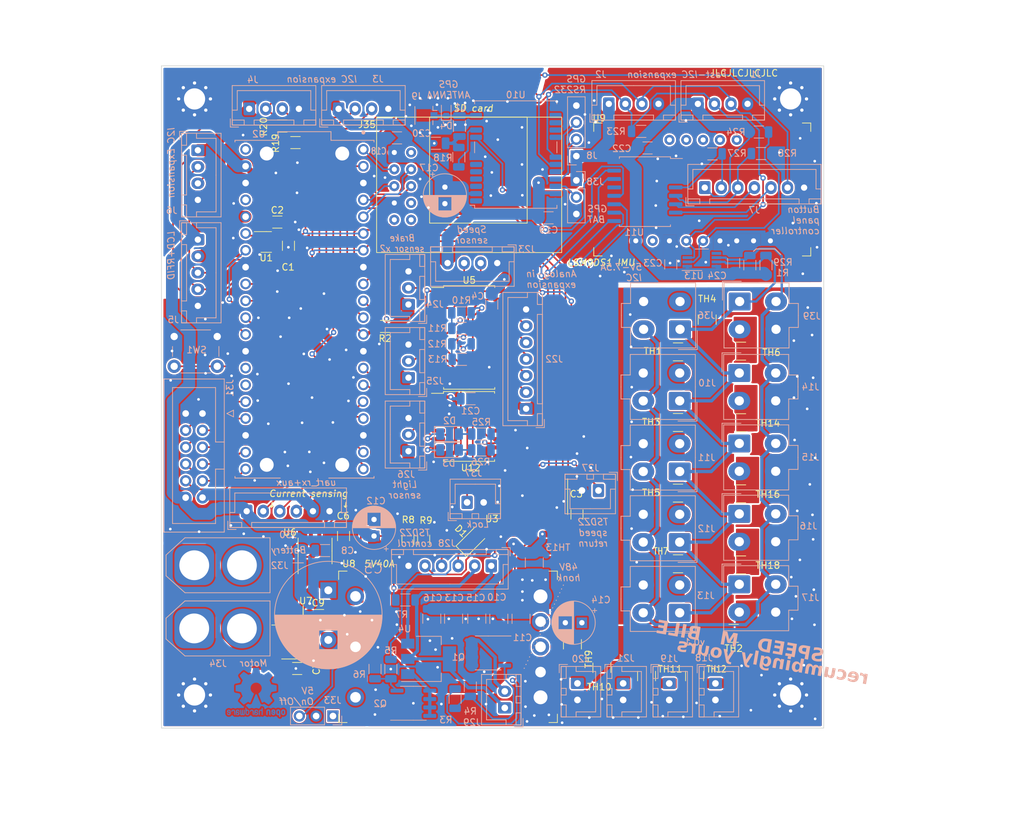
<source format=kicad_pcb>
(kicad_pcb (version 20221018) (generator pcbnew)
  (layers (0 "F.Cu" signal) (31 "B.Cu" signal) (34 "B.Paste" user) (35 "F.Paste" user) (36 "B.SilkS" user "B.Silkscreen") (37 "F.SilkS" user "F.Silkscreen") (38 "B.Mask" user) (39 "F.Mask" user) (44 "Edge.Cuts" user))
  (net 0 "")
  (net 1 "+5V")
  (net 2 "/MISO")
  (net 3 "/MOSI")
  (net 4 "/SCK")
  (net 5 "/Analog input/BRAKE1")
  (net 6 "GND")
  (net 7 "+3V3")
  (net 8 "/Analog input/BRAKE2")
  (net 10 "/I2C devices/led ribbon/LED9")
  (net 11 "+5VL")
  (net 12 "/TSDZ2_BRAKE_5V")
  (net 13 "/TSDZ2_RX_5V")
  (net 14 "/TSDZ2_TX_5V")
  (net 15 "/TSDZ2_ON")
  (net 16 "+BATT")
  (net 17 "/Analog input/ADC3")
  (net 18 "/GPIO0")
  (net 19 "/GPIO1")
  (net 20 "/ADC")
  (net 21 "/ADC_A2")
  (net 22 "/ADC_A1")
  (net 23 "/ADC_A0")
  (net 24 "/TSDZ2_BRAKE")
  (net 25 "/GPIO2")
  (net 26 "/GPIO3")
  (net 27 "/SDA")
  (net 28 "/SCL")
  (net 29 "/TSDZ2_TX")
  (net 30 "/TSDZ2_RX")
  (net 31 "/GPIO4")
  (net 32 "/GPIO5")
  (net 33 "Net-(U6-FILTER)")
  (net 34 "-BATT")
  (net 35 "/GPIO6")
  (net 36 "/GPIO7")
  (net 37 "/Analog input/ADC_SPEED1")
  (net 38 "/power/PWR1")
  (net 39 "/power/PWR2")
  (net 40 "/power/PWR3")
  (net 41 "/power/PWR4")
  (net 42 "/CS_SD")
  (net 43 "/tsdz2/PWR_ON")
  (net 44 "Net-(Q1-G)")
  (net 45 "/HONK")
  (net 46 "Net-(Q2-G)")
  (net 47 "/power/Motor")
  (net 48 "/power/Dcdc")
  (net 49 "+48V")
  (net 50 "/Imotor")
  (net 51 "/I5V")
  (net 52 "/Analog input/VBATADC")
  (net 53 "/Analog input/ADC0")
  (net 54 "/I2C devices/RF_GPS")
  (net 55 "/FAST_SDA")
  (net 56 "/FAST_SCL")
  (net 57 "/Analog input/ADC_SPEED2")
  (net 58 "/Analog input/ADC1")
  (net 59 "/Analog input/ADC2")
  (net 60 "/Analog input/ADC4")
  (net 61 "/ADC_A3")
  (net 62 "/Analog input/U5V")
  (net 63 "/Analog input/U3V3")
  (net 64 "Net-(U7-FILTER)")
  (net 66 "Net-(U4-G)")
  (net 71 "Net-(U10-VCC_RF)")
  (net 85 "/REMOTE_COMM")
  (net 90 "/I2C devices/LED2")
  (net 91 "/I2C devices/LED1")
  (net 92 "/Analog input/AMBIANT")
  (net 93 "Net-(D2-A)")
  (net 94 "Net-(D3-A)")
  (net 95 "/VSPEED")
  (net 96 "/VSPEED_5V")
  (net 97 "/VREF")
  (net 98 "Net-(C20-Pad1)")
  (net 99 "Net-(R8-Pad2)")
  (net 100 "Net-(J8-Pin_2)")
  (net 101 "Net-(J8-Pin_3)")
  (net 102 "/I2C devices/led ribbon/FAST_SCL_5V")
  (net 103 "/I2C devices/led ribbon/LED1")
  (net 104 "/I2C devices/led ribbon/LED2")
  (net 105 "/I2C devices/led ribbon/LED3")
  (net 106 "/I2C devices/led ribbon/LED4")
  (net 107 "/I2C devices/led ribbon/LED5")
  (net 108 "/I2C devices/led ribbon/LED6")
  (net 109 "/I2C devices/led ribbon/LED7")
  (net 110 "/I2C devices/led ribbon/LED8")
  (net 112 "Net-(J29-Pin_2)")
  (net 113 "Net-(U2-RUN)")
  (net 114 "Net-(J33-Pin_3)")
  (net 116 "/I2C devices/led ribbon/LED10")
  (net 117 "/I2C devices/RESET_M9N")
  (net 118 "/I2C devices/HONK_SW")
  (net 119 "/I2C devices/LIGHT_SW")
  (net 120 "/I2C devices/BLINK2_SW")
  (net 121 "/I2C devices/BLINK1_SW")
  (net 122 "/I2C devices/AUX1")
  (net 123 "/UART")
  (net 124 "Net-(J38-Pin_2)")
  (net 125 "/HONK_5V")
  (net 126 "/TSDZ2_ON_5V")
  (net 127 "/AUX_CK")
  (net 128 "/AUX_TX")
  (net 131 "/I2C devices/led ribbon/FAST_SDA_5V")
  (footprint "breakboard:lsm9ds1_wo_holes" (layer "F.Cu") (at 166.784 48.804 90)
    (fp_text reference "U9")
    (fp_text value "adafruit_LSM9DS1")
  )
  (footprint "Resistor_SMD:R_1206_3216Metric" (layer "F.Cu") (at 124.6 101.5825 90)
    (fp_text reference "R9")
    (fp_text value "4k7")
  )
  (footprint "Resistor_SMD:R_1210_3225Metric" (layer "F.Cu") (at 172.501 73.089 180)
    (fp_text reference "TH6")
    (fp_text value "7,5A ")
  )
  (footprint "Resistor_SMD:R_1210_3225Metric" (layer "F.Cu") (at 147.051 117.339 -90)
    (fp_text reference "TH9")
    (fp_text value "3A ")
  )
  (footprint "MountingHole:MountingHole_3.2mm_M3_Pad_Via" (layer "F.Cu") (at 180 35)
    (fp_text reference "H3" hide)
    (fp_text value "MountingHole_Pad")
  )
  (footprint "Resistor_SMD:R_1206_3216Metric" (layer "F.Cu") (at 118.7775 69.349 180)
    (fp_text reference "R2")
    (fp_text value "4k7")
  )
  (footprint "MountingHole:MountingHole_3.2mm_M3_Pad_Via" (layer "F.Cu") (at 90 35)
    (fp_text reference "H4" hide)
    (fp_text value "MountingHole_Pad")
  )
  (footprint "Resistor_SMD:R_1210_3225Metric" (layer "F.Cu") (at 171.401 115.689 180)
    (fp_text reference "TH2")
    (fp_text value "7,5A ")
  )
  (footprint "Resistor_SMD:R_1210_3225Metric" (layer "F.Cu") (at 158.251 122.139 -90)
    (fp_text reference "TH11")
    (fp_text value "3A ")
  )
  (footprint "Resistor_SMD:R_1210_3225Metric" (layer "F.Cu") (at 163 105.189)
    (fp_text reference "TH7")
    (fp_text value "7,5A ")
  )
  (footprint "Package_SO:SOIC-24W_7.5x15.4mm_P1.27mm" (layer "F.Cu") (at 131.4704 71.0184)
    (fp_text reference "U5")
    (fp_text value "CD74HC4067M")
  )
  (footprint "additional:V48D" (layer "F.Cu") (at 128.27 117.729)
    (fp_text reference "U8")
    (fp_text value "V48SD")
  )
  (footprint "Resistor_SMD:R_1210_3225Metric" (layer "F.Cu") (at 167.401 68.3265 -90)
    (fp_text reference "TH4")
    (fp_text value "7,5A ")
  )
  (footprint "Resistor_SMD:R_1210_3225Metric" (layer "F.Cu") (at 163 94.522332)
    (fp_text reference "TH5")
    (fp_text value "7,5A ")
  )
  (footprint "Resistor_SMD:R_1206_3216Metric" (layer "F.Cu") (at 103.24 39.099)
    (fp_text reference "R20")
    (fp_text value "4k7")
  )
  (footprint "Resistor_SMD:R_1210_3225Metric" (layer "F.Cu") (at 151.501 120.889 -90)
    (fp_text reference "TH10")
    (fp_text value "3A ")
  )
  (footprint "Diode_SMD:D_1206_3216Metric" (layer "F.Cu") (at 131.89 101.699 45)
    (fp_text reference "D1")
    (fp_text value "D")
  )
  (footprint "Resistor_SMD:R_1210_3225Metric" (layer "F.Cu") (at 163 83.855666)
    (fp_text reference "TH3")
    (fp_text value "7,5A ")
  )
  (footprint "Resistor_SMD:R_1210_3225Metric" (layer "F.Cu") (at 172.5 94.622333 180)
    (fp_text reference "TH16")
    (fp_text value "7,5A ")
  )
  (footprint "Capacitor_SMD:C_1206_3216Metric" (layer "F.Cu") (at 112.5 101 90)
    (fp_text reference "C6")
    (fp_text value "1u")
  )
  (footprint "Package_SO:SOIC-16_3.9x9.9mm_P1.27mm" (layer "F.Cu") (at 141.275 95.8 -90)
    (fp_text reference "U3")
    (fp_text value "74AHCT367")
  )
  (footprint "Capacitor_SMD:C_1206_3216Metric" (layer "F.Cu") (at 104.175 57.175 90)
    (fp_text reference "C1")
    (fp_text value "100n")
  )
  (footprint "Resistor_SMD:R_1206_3216Metric" (layer "F.Cu") (at 122.22 101.57 -90)
    (fp_text reference "R8")
    (fp_text value "4k7")
  )
  (footprint "Resistor_SMD:R_1206_3216Metric" (layer "F.Cu") (at 105.24 41.599)
    (fp_text reference "R19")
    (fp_text value "4k7")
  )
  (footprint "Capacitor_SMD:C_1206_3216Metric" (layer "F.Cu") (at 108.8 113)
    (fp_text reference "C9")
    (fp_text value "1u")
  )
  (footprint "Resistor_SMD:R_1210_3225Metric" (layer "F.Cu") (at 163 73.189)
    (fp_text reference "TH1")
    (fp_text value "7,5A ")
  )
  (footprint "Package_SO:SOIC-8_3.9x4.9mm_P1.27mm" (layer "F.Cu") (at 105.1 117)
    (fp_text reference "U7")
    (fp_text value "MCS1802")
  )
  (footprint "Package_SO:SOIC-16W_7.5x10.3mm_P1.27mm" (layer "F.Cu") (at 131.4468 84.455)
    (fp_text reference "U12")
    (fp_text value "PCF8574")
  )
  (footprint "Resistor_SMD:R_1210_3225Metric" (layer "F.Cu") (at 172.5 83.889 180)
    (fp_text reference "TH14")
    (fp_text value "7,5A ")
  )
  (footprint "Capacitor_SMD:C_1206_3216Metric" (layer "F.Cu") (at 147.74 97.749 90)
    (fp_text reference "C3")
    (fp_text value "100n")
  )
  (footprint "Package_TO_SOT_SMD:SOT-23-6" (layer "F.Cu") (at 100.825 56.6)
    (fp_text reference "U1")
    (fp_text value "MCP1501-33xCH")
  )
  (footprint "Package_SO:SOIC-8_3.9x4.9mm_P1.27mm" (layer "F.Cu") (at 108.1995 103.2525 90)
    (fp_text reference "U6")
    (fp_text value "MCS1802")
  )
  (footprint "Resistor_SMD:R_1210_3225Metric" (layer "F.Cu") (at 172.5 105.355666 180)
    (fp_text reference "TH18")
    (fp_text value "7,5A ")
  )
  (footprint "breakboard:sdcard" (layer "F.Cu") (at 131.59 46.9 180)
    (fp_text reference "J35")
    (fp_text value "SDCARD_breakout")
  )
  (footprint "Capacitor_SMD:C_1206_3216Metric" (layer "F.Cu") (at 102.501 53.6 180)
    (fp_text reference "C2")
    (fp_text value "100n")
  )
  (footprint "MountingHole:MountingHole_3.2mm_M3_Pad_Via" (layer "F.Cu") (at 180 125)
    (fp_text reference "H2" hide)
    (fp_text value "MountingHole_Pad")
  )
  (footprint "Capacitor_SMD:C_1206_3216Metric" (layer "F.Cu") (at 105.5 121 180)
    (fp_text reference "C7")
    (fp_text value "1u")
  )
  (footprint "Resistor_SMD:R_1210_3225Metric" (layer "F.Cu") (at 165.501 122.139 -90)
    (fp_text reference "TH12")
    (fp_text value "3A ")
  )
  (footprint "MountingHole:MountingHole_3.2mm_M3_Pad_Via" (layer "F.Cu") (at 90 125)
    (fp_text reference "H1" hide)
    (fp_text value "MountingHole_Pad")
  )
  (footprint "Capacitor_SMD:C_1206_3216Metric" (layer "B.Cu") (at 143.45 52.95)
    (fp_text reference "C19")
    (fp_text value "1u")
  )
  (footprint "Diode_SMD:D_0603_1608Metric" (layer "B.Cu") (at 128 36.75 90)
    (fp_text reference "D4")
    (fp_text value "1.5KExxA")
  )
  (footprint "Connector_Molex:Molex_Mini-Fit_Jr_5566-04A_2x02_P4.20mm_Vertical" (layer "B.Cu") (at 163.25 101.922332 90)
    (fp_text reference "J12")
    (fp_text value "Conn_02x02_Odd_Even")
  )
  (footprint "LED_SMD:LED_1206_3216Metric" (layer "B.Cu") (at 128.496 88)
    (fp_text reference "D3")
    (fp_text value "LED")
  )
  (footprint "Connector_Molex:Molex_Mini-Fit_Jr_5566-04A_2x02_P4.20mm_Vertical" (layer "B.Cu") (at 172.25 76.389 -90)
    (fp_text reference "J14")
    (fp_text value "Conn_02x02_Odd_Even")
  )
  (footprint "Resistor_SMD:R_1206_3216Metric" (layer "B.Cu") (at 168.2 43.3 180)
    (fp_text reference "R27")
    (fp_text value "4k7")
  )
  (footprint "Capacitor_SMD:C_1210_3225Metric" (layer "B.Cu") (at 139.3 113.5 -90)
    (fp_text reference "C11")
    (fp_text value "22u")
  )
  (footprint "Button_Switch_THT:SW_PUSH_6mm" (layer "B.Cu") (at 93.425 70.875 180)
    (fp_text reference "SW1")
    (fp_text value "SW_Push")
  )
  (footprint "Capacitor_THT:CP_Radial_D6.3mm_P2.50mm" (layer "B.Cu") (at 148.48338 114.089 180)
    (fp_text reference "C14")
    (fp_text value "100u")
  )
  (footprint "Connector_JST:JST_XH_B2B-XH-A_1x02_P2.50mm_Vertical" (layer "B.Cu") (at 147.815 123.249 -90)
    (fp_text reference "J20")
    (fp_text value "Conn_01x02")
  )
  (footprint "Connector_JST:JST_XH_B2B-XH-A_1x02_P2.50mm_Vertical" (layer "B.Cu") (at 154.715 123.249 -90)
    (fp_text reference "J21")
    (fp_text value "Conn_01x02")
  )
  (footprint "Connector_JST:JST_XH_B4B-XH-A_1x04_P2.50mm_Vertical" (layer "B.Cu") (at 152.55 35.75)
    (fp_text reference "J2")
    (fp_text value "Conn_01x04")
  )
  (footprint "Resistor_SMD:R_1206_3216Metric" (layer "B.Cu") (at 157.44 39.9 180)
    (fp_text reference "R23")
    (fp_text value "2k")
  )
  (footprint "Capacitor_SMD:C_1206_3216Metric" (layer "B.Cu") (at 120.57 40.879 180)
    (fp_text reference "C18")
    (fp_text value "100n")
  )
  (footprint "Connector_Molex:Molex_Mini-Fit_Jr_5566-04A_2x02_P4.20mm_Vertical" (layer "B.Cu") (at 163.25 112.589 90)
    (fp_text reference "J13")
    (fp_text value "Conn_02x02_Odd_Even")
  )
  (footprint "Connector_Molex:Molex_Mini-Fit_Jr_5566-04A_2x02_P4.20mm_Vertical" (layer "B.Cu") (at 163.25 80.589 90)
    (fp_text reference "J10")
    (fp_text value "Conn_02x02_Odd_Even")
  )
  (footprint "Capacitor_SMD:C_1206_3216Metric" (layer "B.Cu") (at 171.401 59.789 90)
    (fp_text reference "C24")
    (fp_text value "100n")
  )
  (footprint "Connector_Molex:Molex_Mini-Fit_Jr_5566-04A_2x02_P4.20mm_Vertical" (layer "B.Cu") (at 172.25 87.022333 -90)
    (fp_text reference "J15")
    (fp_text value "Conn_02x02_Odd_Even")
  )
  (footprint "Connector_JST:JST_XH_B7B-XH-A_1x07_P2.50mm_Vertical" (layer "B.Cu") (at 167.034 48.394)
    (fp_text reference "J7")
    (fp_text value "Conn_01x07")
  )
  (footprint "Resistor_SMD:R_1206_3216Metric" (layer "B.Cu") (at 176.28 60.099 90)
    (fp_text reference "R1")
    (fp_text value "330")
  )
  (footprint "Connector_Molex:Molex_Mini-Fit_Jr_5566-04A_2x02_P4.20mm_Vertical" (layer "B.Cu") (at 172.25 97.655666 -90)
    (fp_text reference "J16")
    (fp_text value "Conn_02x02_Odd_Even")
  )
  (footprint "Connector_JST:JST_XH_B4B-XH-A_1x04_P2.50mm_Vertical" (layer "B.Cu") (at 98.25 36.5)
    (fp_text reference "J4")
    (fp_text value "Conn_01x04")
  )
  (footprint "Package_SO:SOIC-8_3.9x4.9mm_P1.27mm" (layer "B.Cu") (at 123.04 126.249)
    (fp_text reference "Q2")
    (fp_text value "DMT6012LSS")
  )
  (footprint "Package_SO:SOIC-16W_7.5x10.3mm_P1.27mm" (layer "B.Cu") (at 158 49 180)
    (fp_text reference "U11")
    (fp_text value "PCF8574")
  )
  (footprint "Connector_Molex:Molex_Mini-Fit_Jr_5566-04A_2x02_P4.20mm_Vertical" (layer "B.Cu") (at 163.25 91.255666 90)
    (fp_text reference "J11")
    (fp_text value "Conn_02x02_Odd_Even")
  )
  (footprint "Resistor_SMD:R_1206_3216Metric" (layer "B.Cu") (at 119.64 121.0865 -90)
    (fp_text reference "R5")
    (fp_text value "1k")
  )
  (footprint "Resistor_SMD:R_1206_3216Metric" (layer "B.Cu") (at 131.64 123.749 90)
    (fp_text reference "R4")
    (fp_text value "190k")
  )
  (footprint "Capacitor_SMD:C_1210_3225Metric" (layer "B.Cu") (at 129.11675 113.474 -90)
    (fp_text reference "C13")
    (fp_text value "22u")
  )
  (footprint "Capacitor_SMD:C_1206_3216Metric" (layer "B.Cu") (at 126.425 41.7 180)
    (fp_text reference "C20")
    (fp_text value "100n")
  )
  (footprint "LED_SMD:LED_1206_3216Metric" (layer "B.Cu") (at 128.496 85.6)
    (fp_text reference "D2")
    (fp_text value "LED")
  )
  (footprint "Connector_Molex:Molex_Mini-Fit_Jr_5566-04A_2x02_P4.20mm_Vertical" (layer "B.Cu") (at 172.301 65.589 -90)
    (fp_text reference "J39")
    (fp_text value "Conn_02x02_Odd_Even")
  )
  (footprint "Package_TO_SOT_SMD:SOT-223" (layer "B.Cu") (at 125.34 119.549)
    (fp_text reference "U4")
    (fp_text value "BTS4140N")
  )
  (footprint "Resistor_SMD:R_1206_3216Metric" (layer "B.Cu") (at 130.3 67.3 180)
    (fp_text reference "R10")
    (fp_text value "4k7")
  )
  (footprint "Resistor_SMD:R_1206_3216Metric" (layer "B.Cu") (at 129.34 125.549 -90)
    (fp_text reference "R3")
    (fp_text value "1k")
  )
  (footprint "RP-Pico Libraries:MODULE_SC0918" (layer "B.Cu") (at 106.6 66.75 180)
    (fp_text reference "U2")
    (fp_text value "SC0918")
  )
  (footprint "Capacitor_SMD:C_1206_3216Metric" (layer "B.Cu") (at 134.874 66.034 -90)
    (fp_text reference "C4")
    (fp_text value "100n")
  )
  (footprint "Connector_Molex:Molex_Mini-Fit_Jr_5566-04A_2x02_P4.20mm_Vertical" (layer "B.Cu") (at 163.301 69.789 90)
    (fp_text reference "J36")
    (fp_text value "Conn_02x02_Odd_Even")
  )
  (footprint "Connector_JST:JST_XH_B4B-XH-A_1x04_P2.50mm_Vertical" (layer "B.Cu") (at 111.75 36.5)
    (fp_text reference "J3")
    (fp_text value "Conn_01x04")
  )
  (footprint "Resistor_SMD:R_1206_3216Metric" (layer "B.Cu") (at 130.3528 74.3204)
    (fp_text reference "R13")
    (fp_text value "4k7")
  )
  (footprint "Connector_JST:JST_XH_B2B-XH-A_1x02_P2.50mm_Vertical" (layer "B.Cu") (at 150.99 94.124 180)
    (fp_text reference "J27")
    (fp_text value "Conn_01x02")
  )
  (footprint "Resistor_SMD:R_1206_3216Metric" (layer "B.Cu") (at 133.306 85.6)
    (fp_text reference "R25")
    (fp_text value "1k")
  )
  (footprint "Connector_AMASS:AMASS_XT60-M_1x02_P7.20mm_Vertical" (layer "B.Cu") (at 89.955 105.41)
    (fp_text reference "J32")
    (fp_text value "Conn_01x02")
  )
  (footprint "Resistor_SMD:R_1206_3216Metric" (layer "B.Cu") (at 130.302 69.6468)
    (fp_text reference "R11")
    (fp_text value "4k7")
  )
  (footprint "Connector_JST:JST_XH_B2B-XH-A_1x02_P2.50mm_Vertical" (layer "B.Cu") (at 168.647 123.255 -90)
    (fp_text reference "J18")
    (fp_text value "Conn_01x02")
  )
  (footprint "Resistor_SMD:R_1206_3216Metric" (layer "B.Cu") (at 130.302 71.9836 180)
    (fp_text reference "R12")
    (fp_text value "4k7")
  )
  (footprint "Connector_JST:JST_XH_B7B-XH-A_1x07_P2.50mm_Vertical" (layer "B.Cu") (at 140.06 81.78 90)
    (fp_text reference "J22")
    (fp_text value "Conn_01x07")
  )
  (footprint "Resistor_SMD:R_1206_3216Metric" (layer "B.Cu") (at 175.2125 40)
    (fp_text reference "R24")
    (fp_text value "2k")
  )
  (footprint "Capacitor_SMD:C_1206_3216Metric" (layer "B.Cu") (at 158.4 42.4)
    (fp_text reference "C22")
    (fp_text value "100n")
  )
  (footprint "Capacitor_THT:CP_Radial_D6.3mm_P2.50mm" (layer "B.Cu") (at 127.8 48.317621 -90)
    (fp_text reference "C17")
    (fp_text value "100u")
  )
  (footprint "Connector_JST:JST_XH_B4B-XH-A_1x04_P2.50mm_Vertical" (layer "B.Cu") (at 135.704 59.784 180)
    (fp_text reference "J23")
    (fp_text value "Conn_01x04")
  )
  (footprint "Connector_JST:JST_XH_B2B-XH-A_1x02_P2.50mm_Vertical" (layer "B.Cu") (at 131.15 95.925)
    (fp_text reference "J37")
    (fp_text value "Conn_01x02")
  )
  (footprint "Resistor_SMD:R_1206_3216Metric" (layer "B.Cu") (at 129.9 43.8 90)
    (fp_text reference "R18")
    (fp_text value "20")
  )
  (footprint "Connector_JST:JST_XH_B3B-XH-A_1x03_P2.50mm_Vertical" (layer "B.Cu") (at 122.304 88.184 90)
    (fp_text reference "J26")
    (fp_text value "Conn_01x03")
  )
  (footprint "Capacitor_SMD:C_1210_3225Metric" (layer "B.Cu") (at 125.81775 113.474 -90)
    (fp_text reference "C16")
    (fp_text value "22u")
  )
  (footprint "Connector_JST:JST_XH_B2B-XH-A_1x02_P2.50mm_Vertical" (layer "B.Cu") (at 136.84 126.949 90)
    (fp_text reference "J29")
    (fp_text value "Conn_01x02")
  )
  (footprint "Resistor_SMD:R_1206_3216Metric" (layer "B.Cu") (at 133.306 88)
    (fp_text reference "R26")
    (fp_text value "1k")
  )
  (footprint "Capacitor_SMD:C_1206_3216Metric" (layer "B.Cu") (at 131.6736 80.264)
    (fp_text reference "C21")
    (fp_text value "100n")
  )
  (footprint "Inductor_SMD:L_1206_3216Metric" (layer "B.Cu") (at 130 39.1 90)
    (fp_text reference "L1")
    (fp_text value "27nH")
  )
  (footprint "RF_GPS:ublox_NEO" (layer "B.Cu") (at 138.5 43.4)
    (fp_text reference "U10")
    (fp_text value "NEO-M9N")
  )
  (footprint "Connector_JST:JST_XH_B3B-XH-A_1x03_P2.50mm_Vertical" (layer "B.Cu") (at 122.301 66.04 90)
    (fp_text reference "J24")
    (fp_text value "Conn_01x03")
  )
  (footprint "Connector_IDC:IDC-Header_2x06_P2.54mm_Vertical" (layer "B.Cu") (at 91.2 82.5 180)
    (fp_text reference "J31")
    (fp_text value "Conn_02x06_Odd_Even")
  )
  (footprint "Resistor_SMD:R_1206_3216Metric" (layer "B.Cu") (at 121.84 110.649 180)
    (fp_text reference "R7")
    (fp_text value "190k")
  )
  (footprint "Capacitor_THT:CP_Radial_D6.3mm_P2.50mm" (layer "B.Cu") (at 117.1 101 90)
    (fp_text reference "C12")
    (fp_text value "100u")
  )
  (footprint "Connector_JST:JST_XH_B6B-XH-A_1x06_P2.50mm_Vertical" (layer "B.Cu") (at 97.875 97.25)
    (fp_text reference "J30")
    (fp_text value "Conn_01x06")
  )
  (footprint "Resistor_SMD:R_1206_3216Metric" (layer "B.Cu") (at 175.5375 43.25)
    (fp_text reference "R28")
    (fp_text value "4k7")
  )
  (footprint "Capacitor_THT:CP_Radial_D16.0mm_P7.50mm" (layer "B.Cu") (at 110.2 109.187246 -90)
    (fp_text reference "C5")
    (fp_text value "220u")
  )
  (footprint "Capacitor_SMD:C_1206_3216Metric" (layer "B.Cu") (at 109.7 103.2)
    (fp_text reference "C8")
    (fp_text value "1u")
  )
  (footprint "Connector_PinHeader_2.54mm:PinHeader_1x04_P2.54mm_Vertical" (layer "B.Cu") (at 147.65 43.63)
    (fp_text reference "J8")
    (fp_text value "Conn_01x04")
  )
  (footprint "Connector_JST:JST_XH_B4B-XH-A_1x04_P2.50mm_Vertical" (layer "B.Cu") (at 166 35.75)
    (fp_text reference "J1")
    (fp_text value "Conn_01x04")
  )
  (footprint "Resistor_SMD:R_1206_3216Metric" (layer "B.Cu") (at 173.84 60.099 90)
    (fp_text reference "R29")
    (fp_text value "330")
  )
  (footprint "Resistor_SMD:R_1206_3216Metric" (layer "B.Cu") (at 117.2524 121.0865 90)
    (fp_text reference "R6")
    (fp_text value "190k")
  )
  (footprint "Connector_Molex:Molex_Mini-Fit_Jr_5566-04A_2x02_P4.20mm_Vertical" (layer "B.Cu") (at 172.25 108.288999 -90)
    (fp_text reference "J17")
    (fp_text value "Conn_02x02_Odd_Even")
  )
  (footprint "Connector_JST:JST_XH_B4B-XH-A_1x04_P2.50mm_Vertical" (layer "B.Cu") (at 90.5 42.75 -90)
    (fp_text reference "J6")
    (fp_text value "Conn_01x04")
  )
  (footprint "Resistor_SMD:R_1210_3225Metric" (layer "B.Cu") (at 141.3 105 90)
    (fp_text reference "TH13")
    (fp_text value "3A ")
  )
  (footprint "Connector_JST:JST_XH_B3B-XH-A_1x03_P2.50mm_Vertical" (layer "B.Cu") (at 122.301 77.089 90)
    (fp_text reference "J25")
    (fp_text value "Conn_01x03")
  )
  (footprint "Capacitor_SMD:C_1210_3225Metric" (layer "B.Cu") (at 132.61675 113.474 -90)
    (fp_text reference "C15")
    (fp_text value "22u")
  )
  (footprint "additional:OSHW-Logo2_9.8x8mm_Mask" (layer "B.Cu") (at 99.3 124.6 180)
    (fp_text reference "SYMB1" hide)
    (fp_text value "OSHW" hide)
  )
  (footprint "Connector_PinHeader_2.54mm:PinHeader_1x03_P2.54mm_Vertical" (layer "B.Cu") (at 147.65 47.3 180)
    (fp_text reference "J38")
    (fp_text value "Conn_01x03")
  )
  (footprint "Connector_JST:JST_XH_B6B-XH-A_1x06_P2.50mm_Vertical" (layer "B.Cu") (at 134.8 105.5 180)
    (fp_text reference "J28")
    (fp_text value "Conn_01x06")
  )
  (footprint "Connector_JST:JST_XH_B2B-XH-A_1x02_P2.50mm_Vertical" (layer "B.Cu") (at 161.672 123.255 -90)
    (fp_text reference "J19")
    (fp_text value "Conn_01x02")
  )
  (footprint "Connector_JST:JST_XH_B5B-XH-A_1x05_P2.50mm_Vertical" (layer "B.Cu") (at 90.5 56.25 -90)
    (fp_text reference "J5")
    (fp_text value "Conn_01x05")
  )
  (footprint "Package_SO:SOIC-8_3.9x4.9mm_P1.27mm" (layer "B.Cu") (at 134.34 118.649 180)
    (fp_text reference "Q1")
    (fp_text value "DMT6012LSS")
  )
  (footprint "Capacitor_SMD:C_1210_3225Metric" (layer "B.Cu") (at 135.94 113.5 -90)
    (fp_text reference "C10")
    (fp_text value "22u")
  )
  (footprint "Connector_PinHeader_2.54mm:PinHeader_1x03_P2.54mm_Vertical" (layer "B.Cu") (at 110.9 128.175 90)
    (fp_text reference "J33")
    (fp_text value "Conn_01x03")
  )
  (footprint "Package_SO:VSSOP-8_3.0x3.0mm_P0.65mm" (layer "B.Cu") (at 166.601 59.289)
    (fp_text reference "U13")
    (fp_text value "TCA9617A")
  )
  (footprint "Connector_AMASS:AMASS_XT60-F_1x02_P7.20mm_Vertical" (layer "B.Cu") (at 89.95 114.95)
    (fp_text reference "J34")
    (fp_text value "Conn_01x02")
  )
  (footprint "Connector_Coaxial:U.FL_Hirose_U.FL-R-SMT-1_Vertical" (layer "B.Cu") (at 125.1 37.5 180)
    (fp_text reference "J9")
    (fp_text value "Conn_Coaxial")
  )
  (footprint "Capacitor_SMD:C_1206_3216Metric" (layer "B.Cu") (at 161.901 59.989 90)
    (fp_text reference "C23")
    (fp_text value "100n")
  )
  (gr_line (start 178.5 58.5) (end 177.65 57.65) (stroke (width 0.15)) (layer "B.SilkS"))
  (gr_line (start 177.65 57.65) (end 174.8 57.65) (stroke (width 0.15)) (layer "B.SilkS"))
  (gr_line (start 174.8 57.65) (end 174.4 58) (stroke (width 0.15)) (layer "B.SilkS"))
  (gr_line (start 145.69 108.409) (end 139.53 121.499) (stroke (width 0.15) (type dot)) (layer "B.SilkS"))
  (gr_line (start 106.4 111.5) (end 106.4 114.1) (stroke (width 0.15)) (layer "F.SilkS"))
  (gr_rect (start 85 30) (end 185 130) (stroke (width 0.1)) (fill none) (layer "Edge.Cuts"))
  (gr_text "GPS\nBAT" (at 149.3 53.8) (layer "B.SilkS") (effects (font (size 1 1) (thickness 0.15) italic) (justify right bottom mirror)))
  (gr_text "Analog-in\nexpansion" (at 143.9 63.6) (layer "B.SilkS") (effects (font (size 1 1) (thickness 0.15) italic) (justify bottom mirror)))
  (gr_text "TSDZ2\ncontrol" (at 123.3 102.7) (layer "B.SilkS") (effects (font (size 1 1) (thickness 0.15) italic) (justify bottom mirror)))
  (gr_text "GPS\nANTENNA" (at 128.4 35) (layer "B.SilkS") (effects (font (size 1 1) (thickness 0.15) italic) (justify bottom mirror)))
  (gr_text "v0.1" (at 165.501 117.589) (layer "B.SilkS") (effects (font (size 1 1)) (justify bottom mirror)))
  (gr_text "5V-7.5A\nI2C" (at 157.701 62.589) (layer "B.SilkS") (effects (font (size 1 1) (thickness 0.15) italic) (justify left bottom mirror)))
  (gr_text "recumbingly yours" (at 177.101 121.189 350) (layer "B.SilkS") (effects (font (size 2 2) (thickness 0.4) bold italic) (justify bottom mirror)))
  (gr_text "I2C expansion" (at 114.7 32.6) (layer "B.SilkS") (effects (font (size 1 1) (thickness 0.15) italic) (justify left bottom mirror)))
  (gr_text "uart_rx+aux" (at 106.9 93.475) (layer "B.SilkS") (effects (font (size 1 1) (thickness 0.15) italic) (justify bottom mirror)))
  (gr_text "48V\nhonk" (at 146.54 107.889) (layer "B.SilkS") (effects (font (size 1 1) (thickness 0.15) italic) (justify bottom mirror)))
  (gr_text "Lock" (at 132.8 99.8) (layer "B.SilkS") (effects (font (size 1 1) (thickness 0.15) italic) (justify bottom mirror)))
  (gr_text "SPEED   M   BILE" (at 184.801 120.389 350) (layer "B.SilkS") (effects (font (size 2 2) (thickness 0.4) bold italic) (justify left bottom mirror)))
  (gr_text "Battery" (at 104.25 103.7) (layer "B.SilkS") (effects (font (size 1 1) (thickness 0.15) italic) (justify bottom mirror)))
  (gr_text "Button\npanel\ncontroller" (at 184.5 55.5) (layer "B.SilkS") (effects (font (size 1 1) (thickness 0.15) italic) (justify left bottom mirror)))
  (gr_text "Speed\nsensor" (at 131.9 56.9) (layer "B.SilkS") (effects (font (size 1 1) (thickness 0.15) italic) (justify bottom mirror)))
  (gr_text "Motor" (at 98.954 120.784) (layer "B.SilkS") (effects (font (size 1 1) (thickness 0.15) italic) (justify bottom mirror)))
  (gr_text "I2C Expansion" (at 87.051 44.589 90) (layer "B.SilkS") (effects (font (size 1 1) (thickness 0.15) italic) (justify bottom mirror)))
  (gr_text "Light\nsensor" (at 121.8 95.4) (layer "B.SilkS") (effects (font (size 1 1) (thickness 0.15) italic) (justify bottom mirror)))
  (gr_text "LCD+RFID" (at 87.051 58.589 90) (layer "B.SilkS") (effects (font (size 1 1) (thickness 0.15) italic) (justify bottom mirror)))
  (gr_text "Brake\nsensor x2" (at 121.4 58.2) (layer "B.SilkS") (effects (font (size 1 0.9) (thickness 0.15) italic) (justify bottom mirror)))
  (gr_text "5V\nOn/Off" (at 108.15 126.575) (layer "B.SilkS") (effects (font (size 1 1) (thickness 0.15) italic) (justify left bottom mirror)))
  (gr_text "GPS\nRS232" (at 149.25 34.2) (layer "B.SilkS") (effects (font (size 1 1) (thickness 0.15) italic) (justify left bottom mirror)))
  (gr_text "Fast-I2C expansion" (at 170.5 31.9) (layer "B.SilkS") (effects (font (size 1 1) (thickness 0.15) italic) (justify left bottom mirror)))
  (gr_text "TSDZ2\nspeed\nreturn" (at 150.22 102.679) (layer "B.SilkS") (effects (font (size 1 1) (thickness 0.15) italic) (justify bottom mirror)))
  (gr_text "LSM9DS1 IMU" (at 146.2 60.3) (layer "F.SilkS") (effects (font (size 1 1) (thickness 0.15) italic) (justify left bottom)))
  (gr_text "Current sensing\n↓             ↓" (at 107.204 96.784) (layer "F.SilkS") (effects (font (size 1 1) (thickness 0.15) italic) (justify bottom)))
  (gr_text "SD card" (at 129 37) (layer "F.SilkS") (effects (font (size 1 1) (thickness 0.15) italic) (justify left bottom)))
  (gr_text "5V40A" (at 115.501 105.789) (layer "F.SilkS") (effects (font (size 1 1) (thickness 0.15) italic) (justify left bottom)))
  (gr_text "JLCJLCJLCJLC" (at 167.701 31.689) (layer "F.SilkS") (effects (font (size 1 1)) (justify left bottom)))
  (segment (start 142.24 108.35) (end 143.001 107.589) (width 1) (layer "F.Cu") (net 1))
  (segment (start 145.542 110.236) (end 142.367002 110.236) (width 2.2) (layer "F.Cu") (net 1))
  (segment (start 142.24 110.109) (end 142.24 108.35) (width 1) (layer "F.Cu") (net 1))
  (via (at 139.501 109.389) (size 0.8) (drill 0.4) (layers "F.Cu" "B.Cu") (net 1))
  (via (at 139.501 107.589) (size 0.8) (drill 0.4) (layers "F.Cu" "B.Cu") (net 1))
  (via (at 143.001 107.589) (size 0.8) (drill 0.4) (layers "F.Cu" "B.Cu") (net 1))
  (via (at 140.99 107.699) (size 0.8) (drill 0.4) (layers "F.Cu" "B.Cu") (net 1))
  (via (at 139.501 110.689) (size 0.8) (drill 0.4) (layers "F.Cu" "B.Cu") (net 1))
  (segment (start 140.324 112.025) (end 142.24 110.109) (width 1.8) (layer "B.Cu") (net 1))
  (segment (start 141.866 110.0035) (end 142.1345 110.0035) (width 1) (layer "B.Cu") (net 1))
  (segment (start 141.3 107.1375) (end 141.3 109.4375) (width 1) (layer "B.Cu") (net 1))
  (segment (start 139.3 112.025) (end 140.324 112.025) (width 1.8) (layer "B.Cu") (net 1))
  (segment (start 125.81775 111.999) (end 139.274 111.999) (width 1.8) (layer "B.Cu") (net 1))
  (segment (start 141.3 109.4375) (end 141.866 110.0035) (width 1) (layer "B.Cu") (net 1))
  (segment (start 139.274 111.999) (end 139.3 112.025) (width 1.8) (layer "B.Cu") (net 1))
  (segment (start 142.367002 110.236) (end 142.240002 110.109) (width 2.2) (layer "B.Cu") (net 1))
  (segment (start 142.1345 110.0035) (end 142.24 110.109) (width 1) (layer "B.Cu") (net 1))
  (segment (start 120.16 45.63) (end 118.5 45.63) (width 0.25) (layer "B.Cu") (net 2))
  (segment (start 118.5 45.63) (end 115.49 42.62) (width 0.25) (layer "B.Cu") (net 2))
  (segment (start 118.87 49.4) (end 120.75 49.4) (width 0.25) (layer "B.Cu") (net 3))
  (segment (start 115.49 52.78) (end 118.87 49.4) (width 0.25) (layer "B.Cu") (net 3))
  (segment (start 120.75 49.4) (end 121.4 48.75) (width 0.25) (layer "B.Cu") (net 3))
  (segment (start 121.4 46.93) (end 122.7 45.63) (width 0.25) (layer "B.Cu") (net 3))
  (segment (start 121.4 48.75) (end 121.4 46.93) (width 0.25) (layer "B.Cu") (net 3))
  (segment (start 115.49 50.24) (end 116.62137 50.24) (width 0.25) (layer "B.Cu") (net 4))
  (segment (start 118.69137 48.17) (end 120.16 48.17) (width 0.25) (layer "B.Cu") (net 4))
  (segment (start 116.62137 50.24) (end 118.69137 48.17) (width 0.25) (layer "B.Cu") (net 4))
  (segment (start 125.795401 69.1134) (end 124.6 70.308801) (width 0.25) (layer "F.Cu") (net 5))
  (segment (start 124.6 70.308801) (end 124.6 73) (width 0.25) (layer "F.Cu") (net 5))
  (segment (start 123.011 74.589) (end 122.301 74.589) (width 0.25) (layer "F.Cu") (net 5))
  (segment (start 124.6 73) (end 123.011 74.589) (width 0.25) (layer "F.Cu") (net 5))
  (segment (start 126.8204 69.1134) (end 125.795401 69.1134) (width 0.25) (layer "F.Cu") (net 5))
  (segment (start 101.9625 56.6) (end 99.6875 56.6) (width 0.5) (layer "F.Cu") (net 6))
  (segment (start 136.123154 93.325) (end 136.024077 93.424077) (width 0.5) (layer "F.Cu") (net 6))
  (segment (start 110.1045 100.7775) (end 111.357 99.525) (width 0.5) (layer "F.Cu") (net 6))
  (segment (start 124.6 100.12) (end 125.801 98.919) (width 0.5) (layer "F.Cu") (net 6))
  (segment (start 144.45 98.275) (end 144.45 96.95) (width 1) (layer "F.Cu") (net 6))
  (segment (start 114.347878 97.777122) (end 114.347878 97.094) (width 0.5) (layer "F.Cu") (net 6))
  (segment (start 99.6875 56.6) (end 99.6875 57.55) (width 0.5) (layer "F.Cu") (net 6))
  (segment (start 104.175 57.405) (end 104.17 57.4) (width 0.5) (layer "F.Cu") (net 6))
  (segment (start 104.175 58.65) (end 104.175 57.405) (width 0.5) (layer "F.Cu") (net 6))
  (segment (start 111.357 99.525) (end 112.5 99.525) (width 0.5) (layer "F.Cu") (net 6))
  (segment (start 107.963944 119.293944) (end 107.575 118.905) (width 0.5) (layer "F.Cu") (net 6))
  (segment (start 104.025 121) (end 105.3 121) (width 0.5) (layer "F.Cu") (net 6))
  (segment (start 126.8204 78.0034) (end 128.5444 78.0034) (width 0.5) (layer "F.Cu") (net 6))
  (segment (start 126.7968 88.9) (end 126.1 89.5968) (width 0.5) (layer "F.Cu") (net 6))
  (segment (start 128.5444 78.0034) (end 128.55 78.009) (width 0.5) (layer "F.Cu") (net 6))
  (segment (start 112.6 99.525) (end 114.347878 97.777122) (width 0.5) (layer "F.Cu") (net 6))
  (segment (start 136.1204 75.4634) (end 134.5346 75.4634) (width 0.5) (layer "F.Cu") (net 6))
  (segment (start 126.1 89.5968) (end 126.1 89.800004) (width 0.5) (layer "F.Cu") (net 6))
  (segment (start 126.7968 82.55) (end 128.440004 82.55) (width 0.5) (layer "F.Cu") (net 6))
  (segment (start 126.7968 81.28) (end 128.541 81.28) (width 0.5) (layer "F.Cu") (net 6))
  (segment (start 103.976 53.6) (end 105.19 53.6) (width 1) (layer "F.Cu") (net 6))
  (segment (start 110.275 113) (end 109.575 113.7) (width 0.5) (layer "F.Cu") (net 6))
  (segment (start 128.541 81.28) (end 128.54101 81.28001) (width 0.5) (layer "F.Cu") (net 6))
  (segment (start 109.575 113.7) (end 109 113.7) (width 0.5) (layer "F.Cu") (net 6))
  (segment (start 145.72 95.739) (end 145.72 93.325) (width 0.5) (layer "F.Cu") (net 6))
  (segment (start 136.83 93.325) (end 136.123154 93.325) (width 0.5) (layer "F.Cu") (net 6))
  (segment (start 105.19 53.6) (end 105.201 53.589) (width 1) (layer "F.Cu") (net 6))
  (segment (start 99.6875 58.362494) (end 99.825 58.499994) (width 0.5) (layer "F.Cu") (net 6))
  (segment (start 99.6875 57.55) (end 99.6875 58.362494) (width 0.5) (layer "F.Cu") (net 6))
  (segment (start 134.5346 75.4634) (end 134.494 75.504) (width 0.5) (layer "F.Cu") (net 6))
  (segment (start 139.37 94.77) (end 139.5 94.9) (width 0.5) (layer "F.Cu") (net 6))
  (segment (start 145.74 95.759) (end 145.72 95.739) (width 0.5) (layer "F.Cu") (net 6))
  (segment (start 125.801 98.919) (end 126.21383 98.919) (width 0.5) (layer "F.Cu") (net 6))
  (segment (start 144.45 96.95) (end 144.7 96.7) (width 1) (layer "F.Cu") (net 6))
  (segment (start 107.963944 119.815597) (end 107.963944 119.293944) (width 0.5) (layer "F.Cu") (net 6))
  (segment (start 139.37 93.325) (end 139.37 94.77) (width 0.5) (layer "F.Cu") (net 6))
  (via (at 124.05 34.9) (size 0.8) (drill 0.4) (layers "F.Cu" "B.Cu") (net 6))
  (via (at 133.74 121.499) (size 0.8) (drill 0.4) (layers "F.Cu" "B.Cu") (net 6))
  (via (at 114.29 103.449) (size 0.8) (drill 0.4) (layers "F.Cu" "B.Cu") (net 6))
  (via (at 94.25 65.75) (size 0.8) (drill 0.4) (layers "F.Cu" "B.Cu") (net 6))
  (via (at 126.6 35.8755) (size 0.8) (drill 0.4) (layers "F.Cu" "B.Cu") (net 6))
  (via (at 183.99 57.399) (size 0.8) (drill 0.4) (layers "F.Cu" "B.Cu") (net 6))
  (via (at 181.84 61.399) (size 0.8) (drill 0.4) (layers "F.Cu" "B.Cu") (net 6))
  (via (at 162.801 57.289) (size 0.8) (drill 0.4) (layers "F.Cu" "B.Cu") (net 6))
  (via (at 159.69 54.449) (size 0.8) (drill 0.4) (layers "F.Cu" "B.Cu") (net 6))
  (via (at 150.34 35.249) (size 0.8) (drill 0.4) (layers "F.Cu" "B.Cu") (net 6))
  (via (at 156.01 78.519) (size 0.8) (drill 0.4) (layers "F.Cu" "B.Cu") (net 6))
  (via (at 143.5 128) (size 0.8) (drill 0.4) (layers "F.Cu" "B.Cu") (net 6))
  (via (at 105.75 54.75) (size 0.8) (drill 0.4) (layers "F.Cu" "B.Cu") (net 6))
  (via (at 134.1 38.35) (size 0.8) (drill 0.4) (layers "F.Cu" "B.Cu") (net 6))
  (via (at 128.89 116.449) (size 0.8) (drill 0.4) (layers "F.Cu" "B.Cu") (net 6))
  (via (at 134.013327 126.375673) (size 0.8) (drill 0.4) (layers "F.Cu" "B.Cu") (net 6))
  (via (at 126.39 118.149) (size 0.8) (drill 0.4) (layers "F.Cu" "B.Cu") (net 6))
  (via (at 148.94 37.349) (size 0.8) (drill 0.4) (layers "F.Cu" "B.Cu") (net 6))
  (via (at 107 57.5) (size 0.8) (drill 0.4) (layers "F.Cu" "B.Cu") (net 6))
  (via (at 127.9 38.9) (size 0.8) (drill 0.4) (layers "F.Cu" "B.Cu") (net 6))
  (via (at 172.6 120.589) (size 0.8) (drill 0.4) (layers "F.Cu" "B.Cu") (net 6))
  (via (at 161.801 59.789) (size 0.8) (drill 0.4) (layers "F.Cu" "B.Cu") (net 6))
  (via (at 180.6 86.5) (size 0.8) (drill 0.4) (layers "F.Cu" "B.Cu") (net 6))
  (via (at 99.54 80.549) (size 0.8) (drill 0.4) (layers "F.Cu" "B.Cu") (net 6))
  (via (at 144.7 35.4) (size 0.8) (drill 0.4) (layers "F.Cu" "B.Cu") (net 6))
  (via (at 181 76.9) (size 0.8) (drill 0.4) (layers "F.Cu" "B.Cu") (net 6))
  (via (at 178.3 43.1) (size 0.8) (drill 0.4) (layers "F.Cu" "B.Cu") (net 6))
  (via (at 134.89 46.099) (size 0.8) (drill 0.4) (layers "F.Cu" "B.Cu") (net 6))
  (via (at 120.55 114.379) (size 0.8) (drill 0.4) (layers "F.Cu" "B.Cu") (net 6))
  (via (at 109 113.7) (size 0.8) (drill 0.4) (layers "F.Cu" "B.Cu") (net 6))
  (via (at 106.04 66.649) (size 0.8) (drill 0.4) (layers "F.Cu" "B.Cu") (net 6))
  (via (at 134.27 89.839) (size 0.8) (drill 0.4) (layers "F.Cu" "B.Cu") (net 6))
  (via (at 159.94 44.049) (size 0.8) (drill 0.4) (layers "F.Cu" "B.Cu") (net 6))
  (via (at 99.49 76.549) (size 0.8) (drill 0.4) (layers "F.Cu" "B.Cu") (net 6))
  (via (at 120.47 112.429) (size 0.8) (drill 0.4) (layers "F.Cu" "B.Cu") (net 6))
  (via (at 145.501 129.189) (size 0.8) (drill 0.4) (layers "F.Cu" "B.Cu") (net 6))
  (via (at 123.04 126.249) (size 0.8) (drill 0.4) (layers "F.Cu" "B.Cu") (net 6))
  (via (at 180.49 71.499) (size 0.8) (drill 0.4) (layers "F.Cu" "B.Cu") (net 6))
  (via (at 104.83 101.199) (size 0.8) (drill 0.4) (layers "F.Cu" "B.Cu") (net 6))
  (via (at 125.31 51.409) (size 0.8) (drill 0.4) (layers "F.Cu" "B.Cu") (net 6))
  (via (at 149.6 128.4) (size 0.8) (drill 0.4) (layers "F.Cu" "B.Cu") (net 6))
  (via (at 169.3 128.2) (size 0.8) (drill 0.4) (layers "F.Cu" "B.Cu") (net 6))
  (via (at 105.47 49.179) (size 0.8) (drill 0.4) (layers "F.Cu" "B.Cu") (net 6))
  (via (at 140.23 87.709) (size 0.8) (drill 0.4) (layers "F.Cu" "B.Cu") (net 6))
  (via (at 183.4 77.1) (size 0.8) (drill 0.4) (layers "F.Cu" "B.Cu") (net 6))
  (via (at 139.49 49.549) (size 0.8) (drill 0.4) (layers "F.Cu" "B.Cu") (net 6))
  (via (at 157 128.4) (size 0.8) (drill 0.4) (layers "F.Cu" "B.Cu") (net 6))
  (via (at 112.63 112.949) (size 0.8) (drill 0.4) (layers "F.Cu" "B.Cu") (net 6))
  (via (at 128.25 34.9) (size 0.8) (drill 0.4) (layers "F.Cu" "B.Cu") (net 6))
  (via (at 128.54101 81.28001) (size 0.8) (drill 0.4) (layers "F.Cu" "B.Cu") (net 6))
  (via (at 117.34 124.199) (size 0.8) (drill 0.4) (layers "F.Cu" "B.Cu") (net 6))
  (via (at 102.96 92.819) (size 0.8) (drill 0.4) (layers "F.Cu" "B.Cu") (net 6))
  (via (at 90.6 80.369) (size 0.8) (drill 0.4) (layers "F.Cu" "B.Cu") (net 6))
  (via (at 164.19 38.249) (size 0.8) (drill 0.4) (layers "F.Cu" "B.Cu") (net 6))
  (via (at 159 126.1) (size 0.8) (drill 0.4) (layers "F.Cu" "B.Cu") (net 6))
  (via (at 145.74 95.759) (size 0.8) (drill 0.4) (layers "F.Cu" "B.Cu") (net 6))
  (via (at 115.84 107.099) (size 0.8) (drill 0.4) (layers "F.Cu" "B.Cu") (net 6))
  (via (at 181.4 104.6) (size 0.8) (drill 0.4) (layers "F.Cu" "B.Cu") (net 6))
  (via (at 125.24 113.549) (size 0.8) (drill 0.4) (layers "F.Cu" "B.Cu") (net 6))
  (via (at 113.99 77.049) (size 0.8) (drill 0.4) (layers "F.Cu" "B.Cu") (net 6))
  (via (at 107.74 80.099) (size 0.8) (drill 0.4) (layers "F.Cu" "B.Cu") (net 6))
  (via (at 182.9 93.2) (size 0.8) (drill 0.4) (layers "F.Cu" "B.Cu") (net 6))
  (via (at 129.35 38.9) (size 0.8) (drill 0.4) (layers "F.Cu" "B.Cu") (net 6))
  (via (at 160.7 128.2) (size 0.8) (drill 0.4) (layers "F.Cu" "B.Cu") (net 6))
  (via (at 105.3 121) (size 0.8) (drill 0.4) (layers "F.Cu" "B.Cu") (net 6))
  (via (at 103.64 88.319) (size 0.8) (drill 0.4) (layers "F.Cu" "B.Cu") (net 6))
  (via (at 183.89 50.749) (size 0.8) (drill 0.4) (layers "F.Cu" "B.Cu") (net 6))
  (via (at 126.75 34.9) (size 0.8) (drill 0.4) (layers "F.Cu" "B.Cu") (net 6))
  (via (at 124.05 40.1) (size 0.8) (drill 0.4) (layers "F.Cu" "B.Cu") (net 6))
  (via (at 152.94 58.699) (size 0.8) (drill 0.4) (layers "F.Cu" "B.Cu") (net 6))
  (via (at 145.95 50.9) (size 0.8) (drill 0.4) (layers "F.Cu" "B.Cu") (net 6))
  (via (at 110 69.75) (size 0.8) (drill 0.4) (layers "F.Cu" "B.Cu") (net 6))
  (via (at 182.5 81.8) (size 0.8) (drill 0.4) (layers "F.Cu" "B.Cu") (net 6))
  (via (at 155.91 72.429) (size 0.8) (drill 0.4) (layers "F.Cu" "B.Cu") (net 6))
  (via (at 97.43 100.659) (size 0.8) (drill 0.4) (layers "F.Cu" "B.Cu") (net 6))
  (via (at 156.15 93.999) (size 0.8) (drill 0.4) (layers "F.Cu" "B.Cu") (net 6))
  (via (at 128.91 96.609) (size 0.8) (drill 0.4) (layers "F.Cu" "B.Cu") (net 6))
  (via (at 95.64 79.399) (size 0.8) (drill 0.4) (layers "F.Cu" "B.Cu") (net 6))
  (via (at 139.44 39.299) (size 0.8) (drill 0.4) (layers "F.Cu" "B.Cu") (net 6))
  (via (at 183.6 114.4) (size 0.8) (drill 0.4) (layers "F.Cu" "B.Cu") (net 6))
  (via (at 118.76 46.879) (size 0.8) (drill 0.4) (layers "F.Cu" "B.Cu") (net 6))
  (via (at 117.12 46.649) (size 0.8) (drill 0.4) (layers "F.Cu" "B.Cu") (net 6))
  (via (at 153.2 128.4) (size 0.8) (drill 0.4) (layers "F.Cu" "B.Cu") (net 6))
  (via (at 114.347878 97.094) (size 0.8) (drill 0.4) (layers "F.Cu" "B.Cu") (net 6))
  (via (at 135.79 41.149) (size 0.8) (drill 0.4) (layers "F.Cu" "B.Cu") (net 6))
  (via (at 180.34 53.749) (size 0.8) (drill 0.4) (layers "F.Cu" "B.Cu") (net 6))
  (via (at 112.24 105.099) (size 0.8) (drill 0.4) (layers "F.Cu" "B.Cu") (net 6))
  (via (at 102.54 60.939) (size 0.8) (drill 0.4) (layers "F.Cu" "B.Cu") (net 6))
  (via (at 155.89 89.079) (size 0.8) (drill 0.4) (layers "F.Cu" "B.Cu") (net 6))
  (via (at 165.8 126.2) (size 0.8) (drill 0.4) (layers "F.Cu" "B.Cu") (net 6))
  (via (at 91.63 68.249) (size 0.8) (drill 0.4) (layers "F.Cu" "B.Cu") (net 6))
  (via (at 148.77 85.969) (size 0.8) (drill 0.4) (layers "F.Cu" "B.Cu") (net 6))
  (via (at 115.01 112.399) (size 0.8) (drill 0.4) (layers "F.Cu" "B.Cu") (net 6))
  (via (at 174 127.3) (size 0.8) (drill 0.4) (layers "F.Cu" "B.Cu") (net 6))
  (via (at 106.24 83.899) (size 0.8) (drill 0.4) (layers "F.Cu" "B.Cu") (net 6))
  (via (at 109.54 64.399) (size 0.8) (drill 0.4) (layers "F.Cu" "B.Cu") (net 6))
  (via (at 180.2 113.5) (size 0.8) (drill 0.4) (layers "F.Cu" "B.Cu") (net 6))
  (via (at 117.69 117.799) (size 0.8) (drill 0.4) (layers "F.Cu" "B.Cu") (net 6))
  (via (at 134.1 102.989) (size 0.8) (drill 0.4) (layers "F.Cu" "B.Cu") (net 6))
  (via (at 144.7 96.7) (size 0.8) (drill 0.4) (layers "F.Cu" "B.Cu") (net 6))
  (via (at 122.735585 39.064415) (size 0.8) (drill 0.4) (layers "F.Cu" "B.Cu") (net 6))
  (via (at 145.34 122.639) (size 0.8) (drill 0.4) (layers "F.Cu" "B.Cu") (net 6))
  (via (at 91.6 73.659) (size 0.8) (drill 0.4) (layers "F.Cu" "B.Cu") (net 6))
  (via (at 139.44 44.899) (size 0.8) (drill 0.4) (layers "F.Cu" "B.Cu") (net 6))
  (via (at 151.24 61.749) (size 0.8) (drill 0.4) (layers "F.Cu" "B.Cu") (net 6))
  (via (at 104.29 68.049) (size 0.8) (drill 0.4) (layers "F.Cu" "B.Cu") (net 6))
  (via (at 182.59 66.499) (size 0.8) (drill 0.4) (layers "F.Cu" "B.Cu") (net 6))
  (via (at 126.75 39.3) (size 0.8) (drill 0.4) (layers "F.Cu" "B.Cu") (net 6))
  (via (at 155.99 99.879) (size 0.8) (drill 0.4) (layers "F.Cu" "B.Cu") (net 6))
  (via (at 110.89 83.849) (size 0.8) (drill 0.4) (layers "F.Cu" "B.Cu") (net 6))
  (via (at 102.49 64.089) (size 0.8) (drill 0.4) (layers "F.Cu" "B.Cu") (net 6))
  (via (at 107.963944 119.815597) (size 0.8) (drill 0.4) (layers "F.Cu" "B.Cu") (net 6))
  (via (at 183.64 44.399) (size 0.8) (drill 0.4) (layers "F.Cu" "B.Cu") (net 6))
  (via (at 140.201 128.989) (size 0.8) (drill 0.4) (layers "F.Cu" "B.Cu") (net 6))
  (via (at 166.6 44.8) (size 0.8) (drill 0.4) (layers "F.Cu" "B.Cu") (net 6))
  (via (at 124.27 49.769) (size 0.8) (drill 0.4) (layers "F.Cu" "B.Cu") (net 6))
  (via (at 128.39 113.499) (size 0.8) (drill 0.4) (layers "F.Cu" "B.Cu") (net 6))
  (via (at 163.8 128.3) (size 0.8) (drill 0.4) (layers "F.Cu" "B.Cu") (net 6))
  (via (at 104.19 77.999) (size 0.8) (drill 0.4) (layers "F.Cu" "B.Cu") (net 6))
  (via (at 149.84 90.679) (size 0.8) (drill 0.4) (layers "F.Cu" "B.Cu") (net 6))
  (via (at 103.74 102.449) (size 0.8) (drill 0.4) (layers "F.Cu" "B.Cu") (net 6))
  (via (at 129.3 35.7) (size 0.8) (drill 0.4) (layers "F.Cu" "B.Cu") (net 6))
  (via (at 132.89 113.499) (size 0.8) (drill 0.4) (layers "F.Cu" "B.Cu") (net 6))
  (via (at 86.39 77.489) (size 0.8) (drill 0.4) (layers "F.Cu" "B.Cu") (net 6))
  (via (at 110.39 74.349) (size 0.8) (drill 0.4) (layers "F.Cu" "B.Cu") (net 6))
  (via (at 139.95 122.919) (size 0.8) (drill 0.4) (layers "F.Cu" "B.Cu") (net 6))
  (via (at 102.99 70.899) (size 0.8) (drill 0.4) (layers "F.Cu" "B.Cu") (net 6))
  (via (at 135.04 113.499) (size 0.8) (drill 0.4) (layers "F.Cu" "B.Cu") (net 6))
  (via (at 106.5 73.5) (size 0.8) (drill 0.4) (layers "F.Cu" "B.Cu") (net 6))
  (via (at 156.76 104.949) (size 0.8) (drill 0.4) (layers "F.Cu" "B.Cu") (net 6))
  (via (at 90.69 100.349) (size 0.8) (drill 0.4) (layers "F.Cu" "B.Cu") (net 6))
  (via (at 100.4 101.069) (size 0.8) (drill 0.4) (layers "F.Cu" "B.Cu") (net 6))
  (via (at 163.076498 59.489) (size 0.8) (drill 0.4) (layers "F.Cu" "B.Cu") (net 6))
  (via (at 181 97.2) (size 0.8) (drill 0.4) (layers "F.Cu" "B.Cu") (net 6))
  (via (at 99.08 92.599) (size 0.8) (drill 0.4) (layers "F.Cu" "B.Cu") (net 6))
  (via (at 99.825 58.499994) (size 0.8) (drill 0.4) (layers "F.Cu" "B.Cu") (net 6))
  (via (at 124.06 47.099) (size 0.8) (drill 0.4) (layers "F.Cu" "B.Cu") (net 6))
  (via (at 167.19 59.649) (size 0.8) (drill 0.4) (layers "F.Cu" "B.Cu") (net 6))
  (via (at 139.5 94.9) (size 0.8) (drill 0.4) (layers "F.Cu" "B.Cu") (net 6))
  (via (at 130.85 35.6) (size 0.8) (drill 0.4) (layers "F.Cu" "B.Cu") (net 6))
  (via (at 136.024077 93.424077) (size 0.8) (drill 0.4) (layers "F.Cu" "B.Cu") (net 6))
  (via (at 170.601 57.089) (size 0.8) (drill 0.4) (layers "F.Cu" "B.Cu") (net 6))
  (via (at 126.21383 98.919) (size 0.8) (drill 0.4) (layers "F.Cu" "B.Cu") (net 6))
  (via (at 151.5 125.6) (size 0.8) (drill 0.4) (layers "F.Cu" "B.Cu") (net 6))
  (via (at 126.7 120.819) (size 0.8) (drill 0.4) (layers "F.Cu" "B.Cu") (net 6))
  (via (at 128.440004 82.55) (size 0.8) (drill 0.4) (layers "F.Cu" "B.Cu") (net 6))
  (via (at 136.89 91.099) (size 0.8) (drill 0.4) (layers "F.Cu" "B.Cu") (net 6))
  (via (at 183.5 109.1) (size 0.8) (drill 0.4) (layers "F.Cu" "B.Cu") (net 6))
  (via (at 128.09 100.139) (size 0.8) (drill 0.4) (layers "F.Cu" "B.Cu") (net 6))
  (via (at 116.79 113.699) (size 0.8) (drill 0.4) (layers "F.Cu" "B.Cu") (net 6))
  (via (at 162.7 43.600004) (size 0.8) (drill 0.4) (layers "F.Cu" "B.Cu") (net 6))
  (via (at 117.24 127.949) (size 0.8) (drill 0.4) (layers "F.Cu" "B.Cu") (net 6))
  (via (at 136.25 101.099) (size 0.8) (drill 0.4) (layers "F.Cu" "B.Cu") (net 6))
  (via (at 142.54 45.649) (size 0.8) (drill 0.4) (layers "F.Cu" "B.Cu") (net 6))
  (via (at 159.79 47.399) (size 0.8) (drill 0.4) (layers "F.Cu" "B.Cu") (net 6))
  (via (at 125.54 116.799) (size 0.8) (drill 0.4) (layers "F.Cu" "B.Cu") (net 6))
  (via (at 113.24 80.599) (size 0.8) (drill 0.4) (layers "F.Cu" "B.Cu") (net 6))
  (via (at 119.63 121.089) (size 0.8) (drill 0.4) (layers "F.Cu" "B.Cu") (net 6))
  (via (at 121.908581 37.638266) (size 0.8) (drill 0.4) (layers "F.Cu" "B.Cu") (net 6))
  (via (at 107.48 91.309) (size 0.8) (drill 0.4) (layers "F.Cu" "B.Cu") (net 6))
  (via (at 182 120.5) (size 0.8) (drill 0.4) (layers "F.Cu" "B.Cu") (net 6))
  (via (at 166.2 53.4) (size 0.8) (drill 0.4) (layers "F.Cu" "B.Cu") (net 6))
  (via (at 138.46 85.009) (size 0.8) (drill 0.4) (layers "F.Cu" "B.Cu") (net 6))
  (via (at 183.24 70.649) (size 0.8) (drill 0.4) (layers "F.Cu" "B.Cu") (net 6))
  (via (at 126.2 41.7) (size 0.8) (drill 0.4) (layers "F.Cu" "B.Cu") (net 6))
  (via (at 125.55 40.15) (size 0.8) (drill 0.4) (layers "F.Cu" "B.Cu") (net 6))
  (via (at 104.17 57.4) (size 0.8) (drill 0.4) (layers "F.Cu" "B.Cu") (net 6))
  (via (at 183.7 89.2) (size 0.8) (drill 0.4) (layers "F.Cu" "B.Cu") (net 6))
  (via (at 132.09 35.269) (size 0.8) (drill 0.4) (layers "F.Cu" "B.Cu") (net 6))
  (via (at 86.6 73.059) (size 0.8) (drill 0.4) (layers "F.Cu" "B.Cu") (net 6))
  (via (at 95.02 73.459) (size 0.8) (drill 0.4) (layers "F.Cu" "B.Cu") (net 6))
  (via (at 109.54 89.949) (size 0.8) (drill 0.4) (layers "F.Cu" "B.Cu") (net 6))
  (via (at 147.73 91.999) (size 0.8) (drill 0.4) (layers "F.Cu" "B.Cu") (net 6))
  (via (at 134.3 36.75) (size 0.8) (drill 0.4) (layers "F.Cu" "B.Cu") (net 6))
  (via (at 133.889486 43.730086) (size 0.8) (drill 0.4) (layers "F.Cu" "B.Cu") (net 6))
  (via (at 86.34 99.949) (size 0.8) (drill 0.4) (layers "F.Cu" "B.Cu") (net 6))
  (via (at 107.33 88.299) (size 0.8) (drill 0.4) (layers "F.Cu" "B.Cu") (net 6))
  (via (at 175.6 122) (size 0.8) (drill 0.4) (layers "F.Cu" "B.Cu") (net 6))
  (via (at 145.43 126.419) (size 0.8) (drill 0.4) (layers "F.Cu" "B.Cu") (net 6))
  (via (at 120.93 104.179) (size 0.8) (drill 0.4) (layers "F.Cu" "B.Cu") (net 6))
  (via (at 120.65 97.629) (size 0.8) (drill 0.4) (layers "F.Cu" "B.Cu") (net 6))
  (via (at 95.49 99.399) (size 0.8) (drill 0.4) (layers "F.Cu" "B.Cu") (net 6))
  (via (at 155.99 83.759) (size 0.8) (drill 0.4) (layers "F.Cu" "B.Cu") (net 6))
  (via (at 180.1 107.2) (size 0.8) (drill 0.4) (layers "F.Cu" "B.Cu") (net 6))
  (via (at 128.55 78.009) (size 0.8) (drill 0.4) (layers "F.Cu" "B.Cu") (net 6))
  (via (at 137.24 35.399) (size 0.8) (drill 0.4) (layers "F.Cu" "B.Cu") (net 6))
  (via (at 126.27 103.879) (size 0.8) (drill 0.4) (layers "F.Cu" "B.Cu") (net 6))
  (via (at 117.89 71.999) (size 0.8) (drill 0.4) (layers "F.Cu" "B.Cu") (net 6))
  (via (at 183.7 128.6) (size 0.8) (drill 0.4) (layers "F.Cu" "B.Cu") (net 6))
  (via (at 105.201 53.589) (size 0.8) (drill 0.4) (layers "F.Cu" "B.Cu") (net 6))
  (via (at 95.91 50.779) (size 0.8) (drill 0.4) (layers "F.Cu" "B.Cu") (net 6))
  (via (at 155.78 67.559) (size 0.8) (drill 0.4) (layers "F.Cu" "B.Cu") (net 6))
  (via (at 126.1 89.800004) (size 0.8) (drill 0.4) (layers "F.Cu" "B.Cu") (net 6))
  (via (at 127.27 126.369) (size 0.8) (drill 0.4) (layers "F.Cu" "B.Cu") (net 6))
  (via (at 91.67 76.429) (size 0.8) (drill 0.4) (layers "F.Cu" "B.Cu") (net 6))
  (via (at 112.89 72.899) (size 0.8) (drill 0.4) (layers "F.Cu" "B.Cu") (net 6))
  (via (at 95.59 76.809) (size 0.8) (drill 0.4) (layers "F.Cu" "B.Cu") (net 6))
  (via (at 113.05 115.829) (size 0.8) (drill 0.4) (layers "F.Cu" "B.Cu") (net 6))
  (via (at 154.89 61.149) (size 0.8) (drill 0.4) (layers "F.Cu" "B.Cu") (net 6))
  (via (at 183.3 97.8) (size 0.8) (drill 0.4) (layers "F.Cu" "B.Cu") (net 6))
  (via (at 150.54 38.499) (size 0.8) (drill 0.4) (layers "F.Cu" "B.Cu") (net 6))
  (via (at 105.53 44.629) (size 0.8) (drill 0.4) (layers "F.Cu" "B.Cu") (net 6))
  (via (at 104.09 90.399) (size 0.8) (drill 0.4) (layers "F.Cu" "B.Cu") (net 6))
  (via (at 122.5 35.9) (size 0.8) (drill 0.4) (layers "F.Cu" "B.Cu") (net 6))
  (via (at 147.75 88.549) (size 0.8) (drill 0.4) (layers "F.Cu" "B.Cu") (net 6))
  (via (at 180.5 80.1) (size 0.8) (drill 0.4) (layers "F.Cu" "B.Cu") (net 6))
  (via (at 125.55 34.85) (size 0.8) (drill 0.4) (layers "F.Cu" "B.Cu") (net 6))
  (via (at 99.64 68.049) (size 0.8) (drill 0.4) (layers "F.Cu" "B.Cu") (net 6))
  (via (at 149.54 41.599) (size 0.8) (drill 0.4) (layers "F.Cu" "B.Cu") (net 6))
  (via (at 97.33 40.459) (size 0.8) (drill 0.4) (layers "F.Cu" "B.Cu") (net 6))
  (via (at 101.14 84.049) (size 0.8) (drill 0.4) (layers "F.Cu" "B.Cu") (net 6))
  (via (at 130.94 113.499) (size 0.8) (drill 0.4) (layers "F.Cu" "B.Cu") (net 6))
  (via (at 130.9 38.9) (size 0.8) (drill 0.4) (layers "F.Cu" "B.Cu") (net 6))
  (via (at 102.28 46.179) (size 0.8) (drill 0.4) (layers "F.Cu" "B.Cu") (net 6))
  (via (at 139.97 126.759) (size 0.8) (drill 0.4) (layers "F.Cu" "B.Cu") (net 6))
  (via (at 134.74 49.599) (size 0.8) (drill 0.4) (layers "F.Cu" "B.Cu") (net 6))
  (via (at 181.44 40.949) (size 0.8) (drill 0.4) (layers "F.Cu" "B.Cu") (net 6))
  (via (at 180.8 110.1) (size 0.8) (drill 0.4) (layers "F.Cu" "B.Cu") (net 6))
  (via (at 183.4 101.5) (size 0.8) (drill 0.4) (layers "F.Cu" "B.Cu") (net 6))
  (via (at 135.77 95.869) (size 0.8) (drill 0.4) (layers "F.Cu" "B.Cu") (net 6))
  (via (at 141.3 128.1) (size 0.8) (drill 0.4) (layers "F.Cu" "B.Cu") (net 6))
  (via (at 95.85 56.009) (size 0.8) (drill 0.4) (layers "F.Cu" "B.Cu") (net 6))
  (via (at 159.64 51.099) (size 0.8) (drill 0.4) (layers "F.Cu" "B.Cu") (net 6))
  (via (at 134.494 75.504) (size 0.8) (drill 0.4) (layers "F.Cu" "B.Cu") (net 6))
  (segment (start 145.45 50.4) (end 145.95 50.9) (width 0.5) (layer "B.Cu") (net 6))
  (segment (start 163.201 58.289) (end 164.401 58.289) (width 0.5) (layer "B.Cu") (net 6))
  (segment (start 163.201 58.289) (end 163.201 57.589) (width 0.5) (layer "B.Cu") (net 6))
  (segment (start 159.875 42.4) (end 159.875 43.984) (width 1) (layer "B.Cu") (net 6))
  (segment (start 162.65 53.445) (end 162.695 53.4) (width 1) (layer "B.Cu") (net 6))
  (segment (start 166.7375 44.6625) (end 166.6 44.8) (width 1) (layer "B.Cu") (net 6))
  (segment (start 166.7375 43.3) (end 166.7375 44.6625) (width 1) (layer "B.Cu") (net 6))
  (segment (start 169.975 125.75) (end 169.975 126.375) (width 0.25) (layer "B.Cu") (net 6))
  (segment (start 144.5 35.6) (end 144.7 35.4) (width 0.5) (layer "B.Cu") (net 6))
  (segment (start 144.5 36.4) (end 144.5 35.6) (width 0.5) (layer "B.Cu") (net 6))
  (segment (start 143.54 124.049) (end 142.24 125.349) (width 1.8) (layer "B.Cu") (net 6))
  (segment (start 111.175 103.2) (end 112.24 104.265) (width 1) (layer "B.Cu") (net 6))
  (segment (start 162.126 58.289) (end 163.201 58.289) (width 0.5) (layer "B.Cu") (net 6))
  (segment (start 139.3 114.975) (end 139.3 118.599) (width 1.8) (layer "B.Cu") (net 6))
  (segment (start 144.5 50.4) (end 145.45 50.4) (width 0.5) (layer "B.Cu") (net 6))
  (segment (start 133.819572 43.8) (end 133.889486 43.730086) (width 0.5) (layer "B.Cu") (net 6))
  (segment (start 142.24 121.539) (end 143.54 122.839) (width 1.8) (layer "B.Cu") (net 6))
  (segment (start 162.65 47.095) (end 162.65 43.650004) (width 1) (layer "B.Cu") (net 6))
  (segment (start 177 43.25) (end 178.15 43.25) (width 1) (layer "B.Cu") (net 6))
  (segment (start 139.3 118.599) (end 142.24 121.539) (width 1.8) (layer "B.Cu") (net 6))
  (segment (start 163.201 58.289) (end 163.201 59.364498) (width 0.5) (layer "B.Cu") (net 6))
  (segment (start 124.95 41.7) (end 126.2 41.7) (width 1) (layer "B.Cu") (net 6))
  (segment (start 112.24 104.265) (end 112.24 105.099) (width 1) (layer "B.Cu") (net 6))
  (segment (start 144.925 52.95) (end 144.925 50.825) (width 1) (layer "B.Cu") (net 6))
  (segment (start 144.925 50.825) (end 144.5 50.4) (width 1) (layer "B.Cu") (net 6))
  (segment (start 163.201 59.364498) (end 163.076498 59.489) (width 0.5) (layer "B.Cu") (net 6))
  (segment (start 161.901 58.514) (end 162.126 58.289) (width 0.5) (layer "B.Cu") (net 6))
  (segment (start 132.5 43.8) (end 133.819572 43.8) (width 0.5) (layer "B.Cu") (net 6))
  (segment (start 125.81775 114.949) (end 139.274 114.949) (width 1.8) (layer "B.Cu") (net 6))
  (segment (start 162.65 43.650004) (end 162.7 43.600004) (width 1) (layer "B.Cu") (net 6))
  (segment (start 139.274 114.949) (end 139.3 114.975) (width 1.8) (layer "B.Cu") (net 6))
  (segment (start 178.15 43.25) (end 178.3 43.1) (width 1) (layer "B.Cu") (net 6))
  (segment (start 143.54 122.839) (end 143.54 124.049) (width 1.8) (layer "B.Cu") (net 6))
  (segment (start 162.695 53.4) (end 166.2 53.4) (width 1) (layer "B.Cu") (net 6))
  (segment (start 159.875 43.984) (end 159.94 44.049) (width 1) (layer "B.Cu") (net 6))
  (segment (start 136.77 62.249) (end 138.411716 62.249) (width 1.8) (layer "F.Cu") (net 7))
  (segment (start 136.1204 64.0334) (end 136.61 63.5438) (width 0.5) (layer "F.Cu") (net 7))
  (segment (start 128.650933 80.004003) (end 129.4 80.75307) (width 0.5) (layer "F.Cu") (net 7))
  (segment (start 93.025 57.975) (end 92.25 58.75) (width 1.8) (layer "F.Cu") (net 7))
  (segment (start 120.14 86.402716) (end 120.14 79.25) (width 1.8) (layer "F.Cu") (net 7))
  (segment (start 126.8058 80.019) (end 126.7968 80.01) (width 0.5) (layer "F.Cu") (net 7))
  (segment (start 99.8 33.975) (end 109.225 33.975) (width 1.8) (layer "F.Cu") (net 7))
  (segment (start 122.304 88.184) (end 121.921284 88.184) (width 1.8) (layer "F.Cu") (net 7))
  (segment (start 137.152708 83.175) (end 135.020892 83.175) (width 0.25) (layer "F.Cu") (net 7))
  (segment (start 136.1008 80.014) (end 136.0968 80.01) (width 1) (layer "F.Cu") (net 7))
  (segment (start 136.870116 57.709) (end 137.84 58.678884) (width 1.8) (layer "F.Cu") (net 7))
  (segment (start 142.135 80.68) (end 141.035 81.78) (width 1.8) (layer "F.Cu") (net 7))
  (segment (start 106.2945 102.599863) (end 105.690363 103.204) (width 0.5) (layer "F.Cu") (net 7))
  (segment (start 126.7968 80.01) (end 128.438 80.01) (width 0.5) (layer "F.Cu") (net 7))
  (segment (start 90.5 42.75) (end 92 42.75) (width 1.8) (layer "F.Cu") (net 7))
  (segment (start 93.025 53.264) (end 93.025 57.975) (width 1.8) (layer "F.Cu") (net 7))
  (segment (start 122.304 90.785) (end 122.304 88.184) (width 1.8) (layer "F.Cu") (net 7))
  (segment (start 107.875 97.25) (end 107.875 96.867284) (width 1.8) (layer "F.Cu") (net 7))
  (segment (start 107.875 97.632716) (end 106.2945 99.213216) (width 0.5) (layer "F.Cu") (net 7))
  (segment (start 137.84 58.678884) (end 137.84 61.089) (width 1.8) (layer "F.Cu") (net 7))
  (segment (start 107.325 113) (end 107.325 111.275) (width 0.5) (layer "F.Cu") (net 7))
  (segment (start 130.59 72.749) (end 129.72 71.879) (width 0.25) (layer "F.Cu") (net 7))
  (segment (start 137.734 80.014) (end 139.5 81.78) (width 1) (layer "F.Cu") (net 7))
  (segment (start 109.728284 95.014) (end 115.209443 95.014) (width 1.8) (layer "F.Cu") (net 7))
  (segment (start 137.84 61.089) (end 136.61 62.319) (width 1.8) (layer "F.Cu") (net 7))
  (segment (start 121.326 77.089) (end 122.301 77.089) (width 1.8) (layer "F.Cu") (net 7))
  (segment (start 141.94 47.649) (end 147.301 47.649) (width 1.8) (layer "F.Cu") (net 7))
  (segment (start 127.51 59.09) (end 128.204 59.784) (width 1.8) (layer "F.Cu") (net 7))
  (segment (start 134.7468 80.929092) (end 135.665892 80.01) (width 0.25) (layer "F.Cu") (net 7))
  (segment (start 91.241116 58.75) (end 93.74 56.251116) (width 1.8) (layer "F.Cu") (net 7))
  (segment (start 122.301 67.288) (end 120.24 69.349) (width 1.8) (layer "F.Cu") (net 7))
  (segment (start 133.966 86.985) (end 137.172708 86.985) (width 0.25) (layer "F.Cu") (net 7))
  (segment (start 128.438 80.01) (end 128.443997 80.004003) (width 0.5) (layer "F.Cu") (net 7))
  (segment (start 121.921284 88.184) (end 120.14 86.402716) (width 1.8) (layer "F.Cu") (net 7))
  (segment (start 90.5 58.75) (end 91.241116 58.75) (width 1.8) (layer "F.Cu") (net 7))
  (segment (start 133.83 86.849) (end 133.966 86.985) (width 0.25) (layer "F.Cu") (net 7))
  (segment (start 92 42.75) (end 98.25 36.5) (width 1.8) (layer "F.Cu") (net 7))
  (segment (start 93.74 56.251116) (end 93.74 44.599) (width 1.8) (layer "F.Cu") (net 7))
  (segment (start 134.7468 82.900908) (end 134.7468 80.929092) (width 0.25) (layer "F.Cu") (net 7))
  (segment (start 107.325 111.275) (end 107.4 111.2) (width 0.5) (layer "F.Cu") (net 7))
  (segment (start 129.72 71.879) (end 129.72 70.128153) (width 0.25) (layer "F.Cu") (net 7))
  (segment (start 121.368284 59.09) (end 127.51 59.09) (width 1.8) (layer "F.Cu") (net 7))
  (segment (start 130.86 68.988153) (end 130.86 67.801758) (width 0.25) (layer "F.Cu") (net 7))
  (segment (start 101.7775 40.1615) (end 101.7775 39.099) (width 1.8) (layer "F.Cu") (net 7))
  (segment (start 141.035 81.78) (end 140.06 81.78) (width 1.8) (layer "F.Cu") (net 7))
  (segment (start 131.045 67.616758) (end 131.045 66.154) (width 0.25) (layer "F.Cu") (net 7))
  (segment (start 122.301 66.04) (end 121.326 66.04) (width 1.8) (layer "F.Cu") (net 7))
  (segment (start 98.25 37.475) (end 99.874 39.099) (width 1.8) (layer "F.Cu") (net 7))
  (segment (start 129.72 70.128153) (end 130.86 68.988153) (width 0.25) (layer "F.Cu") (net 7))
  (segment (start 129.4 80.75307) (end 129.4 88.174484) (width 0.5) (layer "F.Cu") (net 7))
  (segment (start 137.4468 86.710908) (end 137.4468 83.469092) (width 0.25) (layer "F.Cu") (net 7))
  (segment (start 118.04 95.049) (end 122.304 90.785) (width 1.8) (layer "F.Cu") (net 7))
  (segment (start 93.74 44.599) (end 91.891 42.75) (width 1.8) (layer "F.Cu") (net 7))
  (segment (start 138.481716 62.319) (end 136.61 62.319) (width 1.8) (layer "F.Cu") (net 7))
  (segment (start 92.25 58.75) (end 90.5 58.75) (width 1.8) (layer "F.Cu") (net 7))
  (segment (start 120.226 64.94) (end 120.226 60.232284) (width 1.8) (layer "F.Cu") (net 7))
  (segment (start 120.14 79.25) (end 122.301 77.089) (width 1.8) (layer "F.Cu") (net 7))
  (segment (start 93.509 52.78) (end 93.025 53.264) (width 1.8) (layer "F.Cu") (net 7))
  (segment (start 121.326 66.04) (end 120.226 64.94) (width 1.8) (layer "F.Cu") (net 7))
  (segment (start 115.209443 95.014) (end 115.244443 95.049) (width 1.8) (layer "F.Cu") (net 7))
  (segment (start 128.443997 80.004003) (end 128.650933 80.004003) (width 0.5) (layer "F.Cu") (net 7))
  (segment (start 98.25 35.525) (end 99.8 33.975) (width 1.8) (layer "F.Cu") (net 7))
  (segment (start 128.204 59.401284) (end 129.896284 57.709) (width 1.8) (layer "F.Cu") (net 7))
  (segment (start 131.045 66.154) (end 133.1656 64.0334) (width 0.25) (layer "F.Cu") (net 7))
  (segment (start 115.244443 95.049) (end 118.04 95.049) (width 1.8) (layer "F.Cu") (net 7))
  (segment (start 137.734 80.014) (end 136.1008 80.014) (width 1) (layer "F.Cu") (net 7))
  (segment (start 109.225 33.975) (end 111.75 36.5) (width 1.8) (layer "F.Cu") (net 7))
  (segment (start 120.226 75.989) (end 121.326 77.089) (width 1.8) (layer "F.Cu") (net 7))
  (segment (start 142.135 65.972284) (end 142.135 80.68) (width 1.8) (layer "F.Cu") (net 7))
  (segment (start 130.86 67.801758) (end 131.045 67.616758) (width 0.25) (layer "F.Cu") (net 7))
  (segment (start 91.891 42.75) (end 90.5 42.75) (width 1.8) (layer "F.Cu") (net 7))
  (segment (start 135.665892 80.01) (end 136.0968 80.01) (width 0.25) (layer "F.Cu") (net 7))
  (segment (start 98.25 36.5) (end 98.25 37.475) (width 1.8) (layer "F.Cu") (net 7))
  (segment (start 120.226 69.363) (end 120.226 75.989) (width 1.8) (layer "F.Cu") (net 7))
  (segment (start 106.2945 99.213216) (end 106.2945 100.7775) (width 0.5) (layer "F.Cu") (net 7))
  (segment (start 107.575 115.095) (end 107.575 113.25) (width 0.5) (layer "F.Cu") (net 7))
  (segment (start 138.411716 62.249) (end 142.135 65.972284) (width 1.8) (layer "F.Cu") (net 7))
  (segment (start 106.2945 100.7775) (end 106.2945 102.599863) (width 0.5) (layer "F.Cu") (net 7))
  (segment (start 128.68 80.019) (end 126.8058 80.019) (width 0.5) (layer "F.Cu") (net 7))
  (segment (start 107.875 97.632716) (end 107.875 97.25) (width 1.8) (layer "F.Cu") (net 7))
  (segment (start 129.896284 57.709) (end 136.870116 57.709) (width 1.8) (layer "F.Cu") (net 7))
  (segment (start 97.71 52.78) (end 93.509 52.78) (width 1.8) (layer "F.Cu") (net 7))
  (segment (start 103.215 41.599) (end 101.7775 40.1615) (width 1.8) (layer "F.Cu") (net 7))
  (segment (start 129.4 88.174484) (end 126.789484 90.785) (width 0.5) (layer "F.Cu") (net 7))
  (segment (start 120.24 69.349) (end 120.226 69.363) (width 1.8) (layer "F.Cu") (net 7))
  (segment (start 128.204 59.784) (end 128.204 59.401284) (width 1.8) (layer "F.Cu") (net 7))
  (segment (start 139.5 81.78) (end 140.06 81.78) (width 1) (layer "F.Cu") (net 7))
  (segment (start 122.301 66.04) (end 122.301 67.288) (width 1.8) (layer "F.Cu") (net 7))
  (segment (start 137.4468 83.469092) (end 137.152708 83.175) (width 0.25) (layer "F.Cu") (net 7))
  (segment (start 120.226 60.232284) (end 121.368284 59.09) (width 1.8) (layer "F.Cu") (net 7))
  (segment (start 137.172708 86.985) (end 137.4468 86.710908) (width 0.25) (layer "F.Cu") (net 7))
  (segment (start 133.1656 64.0334) (end 136.1204 64.0334) (width 0.25) (layer "F.Cu") (net 7))
  (segment (start 135.020892 83.175) (end 134.7468 82.900908) (width 0.25) (layer "F.Cu") (net 7))
  (segment (start 107.575 113.25) (end 107.325 113) (width 0.5) (layer "F.Cu") (net 7))
  (segment (start 147.301 47.649) (end 147.65 47.3) (width 1.8) (layer "F.Cu") (net 7))
  (segment (start 142.135 65.972284) (end 138.481716 62.319) (width 1.8) (layer "F.Cu") (net 7))
  (segment (start 98.25 36.5) (end 98.25 35.525) (width 1.8) (layer "F.Cu") (net 7))
  (segment (start 126.789484 90.785) (end 122.304 90.785) (width 0.5) (layer "F.Cu") (net 7))
  (segment (start 103.7775 41.599) (end 103.215 41.599) (width 1.8) (layer "F.Cu") (net 7))
  (segment (start 136.61 63.5438) (end 136.61 62.319) (width 0.5) (layer "F.Cu") (net 7))
  (segment (start 99.874 39.099) (end 101.7775 39.099) (width 1.8) (layer "F.Cu") (net 7))
  (segment (start 107.875 96.867284) (end 109.728284 95.014) (width 1.8) (layer "F.Cu") (net 7))
  (via (at 130.59 72.749) (size 0.8) (drill 0.4) (layers "F.Cu" "B.Cu") (net 7))
  (via (at 136.77 62.249) (size 0.8) (drill 0.4) (layers "F.Cu" "B.Cu") (net 7))
  (via (at 133.83 86.849) (size 0.8) (drill 0.4) (layers "F.Cu" "B.Cu") (net 7))
  (via (at 128.68 80.019) (size 0.8) (drill 0.4) (layers "F.Cu" "B.Cu") (net 7))
  (via (at 105.690363 103.204) (size 0.8) (drill 0.4) (layers "F.Cu" "B.Cu") (net 7))
  (via (at 107.4 111.2) (size 0.8) (drill 0.4) (layers "F.Cu" "B.Cu") (net 7))
  (via (at 141.94 47.649) (size 0.8) (drill 0.4) (layers "F.Cu" "B.Cu") (net 7))
  (segment (start 142.34 49.184) (end 144.384 49.184) (width 0.5) (layer "B.Cu") (net 7))
  (segment (start 154.627488 43.63) (end 156.624 45.626512) (width 1.8) (layer "B.Cu") (net 7))
  (segment (start 160.58637 61.464) (end 161.901 61.464) (width 1.8) (layer "B.Cu") (net 7))
  (segment (start 120.015 38.849) (end 122.045 40.879) (width 1.8) (layer "B.Cu") (net 7))
  (segment (start 172.699 38.949) (end 173.75 40) (width 1.8) (layer "B.Cu") (net 7))
  (segment (start 127.8 48.317621) (end 130.4 48.317621) (width 1.8) (layer "B.Cu") (net 7))
  (segment (start 173.75 40.999) (end 173.75 40) (width 0.25) (layer "B.Cu") (net 7))
  (segment (start 108.225 103.2) (end 106.4 103.2) (width 1) (layer "B.Cu") (net 7))
  (segment (start 134.874 64.145) (end 136.77 62.249) (width 1.8) (layer "B.Cu") (net 7))
  (segment (start 152.55 36.3) (end 152.55 35.75) (width 1) (layer "B.Cu") (net 7))
  (segment (start 156.925 41.8775) (end 158.9025 39.9) (width 1.8) (layer "B.Cu") (net 7))
  (segment (start 168.334 49.694) (end 170.020701 49.694) (width 0.25) (layer "B.Cu") (net 7))
  (segment (start 107.875 96.867284) (end 105.732716 94.725) (width 1.8) (layer "B.Cu") (net 7))
  (segment (start 141.374 52.349) (end 141.975 52.95) (width 1.8) (layer "B.Cu") (net 7))
  (segment (start 134.7685 88) (end 134.7685 87.7875) (width 0.25) (layer "B.Cu") (net 7))
  (segment (start 169.34 61.464) (end 169.325 61.449) (width 1.8) (layer "B.Cu") (net 7))
  (segment (start 134.7685 87.7875) (end 133.83 86.849) (width 0.25) (layer "B.Cu") (net 7))
  (segment (start 148.44 43.63) (end 154.627488 43.63) (width 1.8) (layer "B.Cu") (net 7))
  (segment (start 150.3 43.63) (end 148.44 43.63) (width 1.8) (layer "B.Cu") (net 7))
  (segment (start 141.975 47.684) (end 141.94 47.649) (width 1.8) (layer "B.Cu") (net 7))
  (segment (start 130.5 48.417621) (end 130.5 51.14402) (width 1.8) (layer "B.Cu") (net 7))
  (segment (start 128.925 80.264) (end 128.68 80.019) (width 0.5) (layer "B.Cu") (net 7))
  (segment (start 130.1986 80.264) (end 128.925 80.264) (width 0.5) (layer "B.Cu") (net 7))
  (segment (start 158.9025 39.9) (end 163.0525 35.75) (width 1.8) (layer "B.Cu") (net 7))
  (segment (start 106.4 103.2) (end 106.3 103.1) (width 1) (layer "B.Cu") (net 7))
  (segment (start 156.925 42.4) (end 156.925 41.8775) (width 1.8) (layer "B.Cu") (net 7))
  (segment (start 147.65 43.63) (end 148.44 43.63) (width 1.8) (layer "B.Cu") (net 7))
  (segment (start 164.401 61.294998) (end 164.555001 61.448999) (width 0.5) (layer "B.Cu") (net 7))
  (segment (start 147.65 43.63) (end 147.65 47.3) (width 1.8) (layer "B.Cu") (net 7))
  (segment (start 141.975 49.549) (end 142.34 49.184) (width 0.5) (layer "B.Cu") (net 7))
  (segment (start 130.4 48.317621) (end 130.5 48.417621) (width 1.8) (layer "B.Cu") (net 7))
  (segment (start 105.732716 94.725) (end 91.675 94.725) (width 1.8) (layer "B.Cu") (net 7))
  (segment (start 166 35.75) (end 166 36.725) (width 1.8) (layer "B.Cu") (net 7))
  (segment (start 128.782379 49.3) (end 132.5 49.3) (width 0.5) (layer "B.Cu") (net 7))
  (segment (start 106.3 103.1) (end 105.794363 103.1) (width 1.8) (layer "B.Cu") (net 7))
  (segment (start 171.201 61.464) (end 171.401 61.264) (width 1.8) (layer "B.Cu") (net 7))
  (segment (start 154.627488 43.63) (end 155.695 43.63) (width 1.8) (layer "B.Cu") (net 7))
  (segment (start 111.75 36.5) (end 111.75 36.882716) (width 1.8) (layer "B.Cu") (net 7))
  (segment (start 141.975 52.95) (end 141.975 49.549) (width 0.5) (layer "B.Cu") (net 7))
  (segment (start 156.624 45.626512) (end 156.624 56.424) (width 1.8) (layer "B.Cu") (net 7))
  (segment (start 167.034 48.394) (end 168.334 49.694) (width 0.25) (layer "B.Cu") (net 7))
  (segment (start 168.826 60.289) (end 168.801 60.289) (width 0.5) (layer "B.Cu") (net 7))
  (segment (start 106 109.8) (end 107.4 111.2) (width 1.8) (layer "B.Cu") (net 7))
  (segment (start 170.859 48.855701) (end 170.859 43.89) (width 0.25) (layer "B.Cu") (net 7))
  (segment (start 169.34 61.464) (end 171.201 61.464) (width 1.8) (layer "B.Cu") (net 7))
  (segment (start 134.7685 85.6) (end 134.7685 88) (width 0.25) (layer "B.Cu") (net 7))
  (segment (start 107.875 97.25) (end 107.875 96.867284) (width 1.8) (layer "B.Cu") (net 7))
  (segment (start 168.224 38.949) (end 172.699 38.949) (width 1.8) (layer "B.Cu") (net 7))
  (segment (start 161.901 61.464) (end 164.54 61.464) (width 1.8) (layer "B.Cu") (net 7))
  (segment (start 91.675 94.725) (end 91.2 95.2) (width 1.8) (layer "B.Cu") (net 7))
  (segment (start 171.401 61.264) (end 175.9825 61.264) (width 1.8) (layer "B.Cu") (net 7))
  (segment (start 170.020701 49.694) (end 170.859 48.855701) (width 0.25) (layer "B.Cu") (net 7))
  (segment (start 141.975 52.95) (end 141.975 47.684) (width 1.8) (layer "B.Cu") (net 7))
  (segment (start 128.204 55.84998) (end 131.70498 52.349) (width 1.8) (layer "B.Cu") (net 7))
  (segment (start 169.34 61.464) (end 169.34 60.803) (width 0.5) (layer "B.Cu") (net 7))
  (segment (start 163.0525 35.75) (end 166 35.75) (width 1.8) (layer "B.Cu") (net 7))
  (segment (start 131.7645 71.9836) (end 131.3554 71.9836) (width 0.25) (layer "B.Cu") (net 7))
  (segment (start 169.325 61.449) (end 164.555001 61.448999) (width 1.8) (layer "B.Cu") (net 7))
  (segment (start 170.859 43.89) (end 173.75 40.999) (width 0.25) (layer "B.Cu") (net 7))
  (segment (start 156.624 56.424) (end 156.624 57.50163) (width 1.8) (layer "B.Cu") (net 7))
  (segment (start 113.716284 38.849) (end 120.015 38.849) (width 1.8) (layer "B.Cu") (net 7))
  (segment (start 169.34 60.803) (end 168.826 60.289) (width 0.5) (layer "B.Cu") (net 7))
  (segment (start 130.5 51.14402) (end 131.70498 52.349) (width 1.8) (layer "B.Cu") (net 7))
  (segment (start 156.624 57.50163) (end 160.58637 61.464) (width 1.8) (layer "B.Cu") (net 7))
  (segment (start 144.384 49.184) (end 144.5 49.3) (width 0.5) (layer "B.Cu") (net 7))
  (segment (start 166 36.725) (end 168.224 38.949) (width 1.8) (layer "B.Cu") (net 7))
  (segment (start 106.3 103.1) (end 106 103.4) (width 1.8) (layer "B.Cu") (net 7))
  (segment (start 164.401 60.289) (end 164.401 61.294998) (width 0.5) (layer "B.Cu") (net 7))
  (segment (start 122.045 40.879) (end 120.16 42.764) (width 1.8) (layer "B.Cu") (net 7))
  (segment (start 105.794363 103.1) (end 105.690363 103.204) (width 1.8) (layer "B.Cu") (net 7))
  (segment (start 175.9825 61.264) (end 176.28 61.5615) (width 1.8) (layer "B.Cu") (net 7))
  (segment (start 131.70498 52.349) (end 141.374 52.349) (width 1.8) (layer "B.Cu") (net 7))
  (segment (start 106 103.4) (end 106 109.8) (width 1.8) (layer "B.Cu") (net 7))
  (segment (start 131.3554 71.9836) (end 130.59 72.749) (width 0.25) (layer "B.Cu") (net 7))
  (segment (start 155.695 43.63) (end 156.925 42.4) (width 1.8) (layer "B.Cu") (net 7))
  (segment (start 134.874 64.559) (end 134.874 64.145) (width 1.8) (layer "B.Cu") (net 7))
  (segment (start 127.8 48.317621) (end 128.782379 49.3) (width 0.5) (layer "B.Cu") (net 7))
  (segment (start 111.75 36.882716) (end 113.716284 38.849) (width 1.8) (layer "B.Cu") (net 7))
  (segment (start 152.55 41.38) (end 150.3 43.63) (width 1.8) (layer "B.Cu") (net 7))
  (segment (start 152.55 35.75) (end 152.55 41.38) (width 1.8) (layer "B.Cu") (net 7))
  (segment (start 164.54 61.464) (end 164.555001 61.448999) (width 1.8) (layer "B.Cu") (net 7))
  (segment (start 120.16 42.764) (end 120.16 43.09) (width 1.8) (layer "B.Cu") (net 7))
  (segment (start 128.204 59.784) (end 128.204 55.84998) (width 1.8) (layer "B.Cu") (net 7))
  (segment (start 122.301 63.54) (end 123.526 63.54) (width 0.25) (layer "F.Cu") (net 8))
  (segment (start 125 67.2912) (end 125.5522 67.8434) (width 0.25) (layer "F.Cu") (net 8))
  (segment (start 125.5522 67.8434) (end 126.8204 67.8434) (width 0.25) (layer "F.Cu") (net 8))
  (segment (start 125 65.014) (end 125 67.2912) (width 0.25) (layer "F.Cu") (net 8))
  (segment (start 123.526 63.54) (end 125 65.014) (width 0.25) (layer "F.Cu") (net 8))
  (segment (start 121.3499 99.22) (end 121.02 99.5499) (width 0.25) (layer "F.Cu") (net 11))
  (segment (start 144.269999 100.7) (end 142.52457 100.7) (width 1) (layer "F.Cu") (net 11))
  (segment (start 137.135 112.676412) (end 137.135 103.22774) (width 1.8) (layer "F.Cu") (net 11))
  (segment (start 132.01 89.309) (end 122.099 99.22) (width 0.25) (layer "F.Cu") (net 11))
  (segment (start 102.0125 55.7) (end 101.9625 55.65) (width 0.5) (layer "F.Cu") (net 11))
  (segment (start 132.01 67.92455) (end 132.01 89.309) (width 0.25) (layer "F.Cu") (net 11))
  (segment (start 137.135 103.22774) (end 138.169572 102.193168) (width 1.8) (layer "F.Cu") (net 11))
  (segment (start 97.71 45.16) (end 102.701 50.151) (width 1) (layer "F.Cu") (net 11))
  (segment (start 139.84 116.319) (end 142.24 113.919) (width 1.8) (layer "F.Cu") (net 11))
  (segment (start 101.9625 57.55) (end 102.675 57.55) (width 0.5) (layer "F.Cu") (net 11))
  (segment (start 104.175 55.7) (end 102.0125 55.7) (width 0.5) (layer "F.Cu") (net 11))
  (segment (start 145.72 99.079) (end 145.72 99.249999) (width 1) (layer "F.Cu") (net 11))
  (segment (start 139.84 118.541284) (end 139.84 116.319) (width 1.8) (layer "F.Cu") (net 11))
  (segment (start 145.72 98.275) (end 145.72 99.079) (width 1) (layer "F.Cu") (net 11))
  (segment (start 145.72 99.249999) (end 144.269999 100.7) (width 1) (layer "F.Cu") (net 11))
  (segment (start 134.582284 123.799) (end 139.84 118.541284) (width 1.8) (layer "F.Cu") (net 11))
  (segment (start 145.865 99.224) (end 145.72 99.079) (width 1) (layer "F.Cu") (net 11))
  (segment (start 103.325 56.9) (end 103.325 56.55) (width 0.5) (layer "F.Cu") (net 11))
  (segment (start 120.319 101) (end 117.1 101) (width 0.25) (layer "F.Cu") (net 11))
  (segment (start 117.1 101.929) (end 118.52 103.349) (width 1.8) (layer "F.Cu") (net 11))
  (segment (start 126.5 123.799) (end 134.582284 123.799) (width 1.8) (layer "F.Cu") (net 11))
  (segment (start 142.24 113.919) (end 138.377588 113.919) (width 1.8) (layer "F.Cu") (net 11))
  (segment (start 138.377588 113.919) (end 137.135 112.676412) (width 1.8) (layer "F.Cu") (net 11))
  (segment (start 133.367275 66.567275) (end 132.01 67.92455) (width 0.25) (layer "F.Cu") (net 11))
  (segment (start 121.02 99.5499) (end 121.02 100.299) (width 0.25) (layer "F.Cu") (net 11))
  (segment (start 103.325 56.55) (end 104.175 55.7) (width 0.5) (layer "F.Cu") (net 11))
  (segment (start 147.74 99.224) (end 145.865 99.224) (width 1) (layer "F.Cu") (net 11))
  (segment (start 117.1 101) (end 117.1 101.929) (width 1.8) (layer "F.Cu") (net 11))
  (segment (start 103.275 55.7) (end 104.175 55.7) (width 1) (layer "F.Cu") (net 11))
  (segment (start 121.02 100.299) (end 120.319 101) (width 0.25) (layer "F.Cu") (net 11))
  (segment (start 118.52 115.819) (end 126.5 123.799) (width 1.8) (layer "F.Cu") (net 11))
  (segment (start 118.52 103.349) (end 118.52 115.819) (width 1.8) (layer "F.Cu") (net 11))
  (segment (start 102.701 55.126) (end 103.275 55.7) (width 1) (layer "F.Cu") (net 11))
  (segment (start 102.675 57.55) (end 103.325 56.9) (width 0.5) (layer "F.Cu") (net 11))
  (segment (start 102.701 50.151) (end 102.701 55.126) (width 1) (layer "F.Cu") (net 11))
  (segment (start 122.099 99.22) (end 121.3499 99.22) (width 0.25) (layer "F.Cu") (net 11))
  (via (at 133.367275 66.567275) (size 0.8) (drill 0.4) (layers "F.Cu" "B.Cu") (net 11))
  (via (at 138.169572 102.193168) (size 0.8) (drill 0.4) (layers "F.Cu" "B.Cu") (net 11))
  (via (at 142.52457 100.7) (size 0.8) (drill 0.4) (layers "F.Cu" "B.Cu") (net 11))
  (segment (start 99.567284 99.325) (end 106.430887 99.325) (width 1.8) (layer "B.Cu") (net 11))
  (segment (start 87.25 53) (end 87.25 42.758884) (width 1.8) (layer "B.Cu") (net 11))
  (segment (start 141.3 102.8625) (end 142.52457 101.63793) (width 1) (layer "B.Cu") (net 11))
  (segment (start 86.59 59.185) (end 89.525 56.25) (width 1.8) (layer "B.Cu") (net 11))
  (segment (start 89.19 78.199) (end 89.19 73.499) (width 1.8) (layer "B.Cu") (net 11))
  (segment (start 89.525 56.25) (end 90.5 56.25) (width 1.8) (layer "B.Cu") (net 11))
  (segment (start 116.373412 100.85) (end 116.523412 101) (width 1.8) (layer "B.Cu") (net 11))
  (segment (start 92.16863 40.75) (end 96.57863 45.16) (width 1.8) (layer "B.Cu") (net 11))
  (segment (start 86.59 67.570151) (end 86.59 59.185) (width 1.8) (layer "B.Cu") (net 11))
  (segment (start 106.880887 99.775) (end 115.051597 99.775) (width 1.8) (layer "B.Cu") (net 11))
  (segment (start 116.126597 100.85) (end 116.373412 100.85) (width 1.8) (layer "B.Cu") (net 11))
  (segment (start 116.523412 101) (end 117.1 101) (width 1.8) (layer "B.Cu") (net 11))
  (segment (start 142.0625 102.8625) (end 143.1 103.9) (width 1) (layer "B.Cu") (net 11))
  (segment (start 139.513904 103.5375) (end 138.169572 102.193168) (width 1.8) (layer "B.Cu") (net 11))
  (segment (start 141.3 102.8625) (end 142.0625 102.8625) (width 1) (layer "B.Cu") (net 11))
  (segment (start 88.66 95.2) (end 87.457919 95.2) (width 1.8) (layer "B.Cu") (net 11))
  (segment (start 131.7625 67.3) (end 132.495225 66.567275) (width 0.25) (layer "B.Cu") (net 11))
  (segment (start 141.3 103.5375) (end 139.513904 103.5375) (width 1.8) (layer "B.Cu") (net 11))
  (segment (start 93.761016 96.924) (end 93.960016 96.725) (width 1.8) (layer "B.Cu") (net 11))
  (segment (start 88.66 95.2) (end 88.66 96.124824) (width 1.8) (layer "B.Cu") (net 11))
  (segment (start 115.051597 99.775) (end 116.126597 100.85) (width 1.8) (layer "B.Cu") (net 11))
  (segment (start 96.57863 45.16) (end 97.71 45.16) (width 1.8) (layer "B.Cu") (net 11))
  (segment (start 89.19 73.499) (end 89.29 73.399) (width 1.8) (layer "B.Cu") (net 11))
  (segment (start 93.960016 96.725) (end 97.35 96.725) (width 1.8) (layer "B.Cu") (net 11))
  (segment (start 90.5 56.25) (end 87.25 53) (width 1.8) (layer "B.Cu") (net 11))
  (segment (start 92.214824 97.65) (end 92.940824 96.924) (width 1.8) (layer "B.Cu") (net 11))
  (segment (start 132.495225 66.567275) (end 133.367275 66.567275) (width 0.25) (layer "B.Cu") (net 11))
  (segment (start 86.71 80.679) (end 89.19 78.199) (width 1.8) (layer "B.Cu") (net 11))
  (segment (start 97.35 96.725) (end 97.875 97.25) (width 1.8) (layer "B.Cu") (net 11))
  (segment (start 90.185176 97.65) (end 92.214824 97.65) (width 1.8) (layer "B.Cu") (net 11))
  (segment (start 97.875 97.25) (end 97.875 97.632716) (width 1.8) (layer "B.Cu") (net 11))
  (segment (start 92.940824 96.924) (end 93.761016 96.924) (width 1.8) (layer "B.Cu") (net 11))
  (segment (start 87.457919 95.2) (end 86.71 94.452081) (width 1.8) (layer "B.Cu") (net 11))
  (segment (start 88.66 96.124824) (end 90.185176 97.65) (width 1.8) (layer "B.Cu") (net 11))
  (segment (start 89.29 73.399) (end 89.29 70.270151) (width 1.8) (layer "B.Cu") (net 11))
  (segment (start 89.29 70.270151) (end 86.59 67.570151) (width 1.8) (layer "B.Cu") (net 11))
  (segment (start 106.430887 99.325) (end 106.880887 99.775) (width 1.8) (layer "B.Cu") (net 11))
  (segment (start 97.875 97.632716) (end 99.567284 99.325) (width 1.8) (layer "B.Cu") (net 11))
  (segment (start 87.25 42.758884) (end 89.258884 40.75) (width 1.8) (layer "B.Cu") (net 11))
  (segment (start 86.71 94.452081) (end 86.71 80.679) (width 1.8) (layer "B.Cu") (net 11))
  (segment (start 89.258884 40.75) (end 92.16863 40.75) (width 1.8) (layer "B.Cu") (net 11))
  (segment (start 142.52457 101.63793) (end 142.52457 100.7) (width 1) (layer "B.Cu") (net 11))
  (segment (start 131 106.086701) (end 131 104.6) (width 0.25) (layer "F.Cu") (net 12))
  (segment (start 130.286701 106.8) (end 131 106.086701) (width 0.25) (layer "F.Cu") (net 12))
  (segment (start 139.37 99.483604) (end 139.37 98.275) (width 0.25) (layer "F.Cu") (net 12))
  (segment (start 135.511 100.089) (end 138.764604 100.089) (width 0.25) (layer "F.Cu") (net 12))
  (segment (start 124.8 105.5) (end 126.1 106.8) (width 0.25) (layer "F.Cu") (net 12))
  (segment (start 131 104.6) (end 135.511 100.089) (width 0.25) (layer "F.Cu") (net 12))
  (segment (start 126.1 106.8) (end 130.286701 106.8) (width 0.25) (layer "F.Cu") (net 12))
  (segment (start 138.764604 100.089) (end 139.37 99.483604) (width 0.25) (layer "F.Cu") (net 12))
  (segment (start 129.8 103.789) (end 130.900051 102.688949) (width 0.25) (layer "F.Cu") (net 13))
  (segment (start 129.8 105.5) (end 129.8 103.789) (width 0.25) (layer "F.Cu") (net 13))
  (segment (start 133.414 98.275) (end 136.83 98.275) (width 0.25) (layer "F.Cu") (net 14))
  (segment (start 127.3 104.389) (end 133.414 98.275) (width 0.25) (layer "F.Cu") (net 14))
  (segment (start 127.3 105.5) (end 127.3 104.389) (width 0.25) (layer "F.Cu") (net 14))
  (segment (start 145.5955 85.4935) (end 148.657142 82.431858) (width 0.25) (layer "F.Cu") (net 15))
  (segment (start 148.657142 59.986992) (end 148.279047 59.608897) (width 0.25) (layer "F.Cu") (net 15))
  (segment (start 148.09 59.849) (end 148.279047 59.659953) (width 0.25) (layer "F.Cu") (net 15))
  (segment (start 144.45 93.325) (end 144.45 91.859) (width 0.25) (layer "F.Cu") (net 15))
  (segment (start 145.5955 90.7135) (end 145.5955 85.4935) (width 0.25) (layer "F.Cu") (net 15))
  (segment (start 144.45 91.859) (end 145.5955 90.7135) (width 0.25) (layer "F.Cu") (net 15))
  (segment (start 148.279047 59.659953) (end 148.279047 59.608897) (width 0.25) (layer "F.Cu") (net 15))
  (segment (start 148.657142 82.431858) (end 148.657142 59.986992) (width 0.25) (layer "F.Cu") (net 15))
  (via (at 148.279047 59.608897) (size 0.8) (drill 0.4) (layers "F.Cu" "B.Cu") (net 15))
  (segment (start 154.425908 54.07) (end 153.817944 54.07) (width 0.25) (layer "B.Cu") (net 15))
  (segment (start 153.35 52.175) (end 154.374999 52.175) (width 0.25) (layer "B.Cu") (net 15))
  (segment (start 153.817944 54.07) (end 148.279047 59.608897) (width 0.25) (layer "B.Cu") (net 15))
  (segment (start 154.374999 52.175) (end 154.7 52.500001) (width 0.25) (layer "B.Cu") (net 15))
  (segment (start 154.7 53.795908) (end 154.425908 54.07) (width 0.25) (layer "B.Cu") (net 15))
  (segment (start 154.7 52.500001) (end 154.7 53.795908) (width 0.25) (layer "B.Cu") (net 15))
  (segment (start 97.155 107.061) (end 97.155 105.41) (width 2.2) (layer "F.Cu") (net 16))
  (segment (start 136.8534 71.6534) (end 136.1204 71.6534) (width 0.25) (layer "F.Cu") (net 17))
  (segment (start 138.33 74.91) (end 138.33 73.13) (width 0.25) (layer "F.Cu") (net 17))
  (segment (start 140.0556 76.6356) (end 138.33 74.91) (width 0.25) (layer "F.Cu") (net 17))
  (segment (start 138.33 73.13) (end 136.8534 71.6534) (width 0.25) (layer "F.Cu") (net 17))
  (segment (start 140.0556 76.784) (end 140.0556 76.6356) (width 0.25) (layer "F.Cu") (net 17))
  (segment (start 91.2 85.04) (end 92.402081 85.04) (width 0.25) (layer "F.Cu") (net 18))
  (segment (start 114.033119 82.135) (end 115.448119 80.72) (width 0.25) (layer "F.Cu") (net 18))
  (segment (start 92.402081 85.04) (end 95.307081 82.135) (width 0.25) (layer "F.Cu") (net 18))
  (segment (start 91.2 84.75) (end 91.35 84.6) (width 0.25) (layer "F.Cu") (net 18))
  (segment (start 95.307081 82.135) (end 114.033119 82.135) (width 0.25) (layer "F.Cu") (net 18))
  (segment (start 91.2 85.04) (end 91.2 84.75) (width 0.25) (layer "F.Cu") (net 18))
  (segment (start 95.0001 80.72) (end 97.71 80.72) (width 0.25) (layer "F.Cu") (net 19))
  (segment (start 91.8551 83.865) (end 95.0001 80.72) (width 0.25) (layer "F.Cu") (net 19))
  (segment (start 89.835 83.865) (end 91.8551 83.865) (width 0.25) (layer "F.Cu") (net 19))
  (segment (start 88.66 85.04) (end 89.835 83.865) (width 0.25) (layer "F.Cu") (net 19))
  (segment (start 125.2244 64.0334) (end 125.09 63.899) (width 0.25) (layer "F.Cu") (net 20))
  (segment (start 118.99 68.199) (end 119.001 68.21) (width 0.25) (layer "F.Cu") (net 20))
  (segment (start 117.75 74.5) (end 112.25 74.5) (width 0.25) (layer "F.Cu") (net 20))
  (segment (start 119.001 73.249) (end 117.75 74.5) (width 0.25) (layer "F.Cu") (net 20))
  (segment (start 119.001 68.21) (end 119.001 73.249) (width 0.25) (layer "F.Cu") (net 20))
  (segment (start 126.8204 64.0334) (end 125.2244 64.0334) (width 0.25) (layer "F.Cu") (net 20))
  (segment (start 112.25 74.5) (end 104.5 66.75) (width 0.25) (layer "F.Cu") (net 20))
  (segment (start 96.75 66.75) (end 95.25 65.25) (width 0.25) (layer "F.Cu") (net 20))
  (segment (start 104.5 66.75) (end 96.75 66.75) (width 0.25) (layer "F.Cu") (net 20))
  (via (at 125.09 63.899) (size 0.8) (drill 0.4) (layers "F.Cu" "B.Cu") (net 20))
  (via (at 118.99 68.199) (size 0.8) (drill 0.4) (layers "F.Cu" "B.Cu") (net 20))
  (via (at 95.25 65.25) (size 0.8) (drill 0.4) (layers "F.Cu" "B.Cu") (net 20))
  (segment (start 122.29 68.499) (end 119.29 68.499) (width 0.25) (layer "B.Cu") (net 20))
  (segment (start 97.71 57.86) (end 95.25 60.32) (width 0.25) (layer "B.Cu") (net 20))
  (segment (start 119.29 68.499) (end 118.99 68.199) (width 0.25) (layer "B.Cu") (net 20))
  (segment (start 95.25 60.32) (end 95.25 65.25) (width 0.25) (layer "B.Cu") (net 20))
  (segment (start 125.09 63.899) (end 125.09 65.699) (width 0.25) (layer "B.Cu") (net 20))
  (segment (start 125.09 65.699) (end 122.29 68.499) (width 0.25) (layer "B.Cu") (net 20))
  (segment (start 135.095401 76.7334) (end 136.1204 76.7334) (width 0.25) (layer "F.Cu") (net 21))
  (segment (start 133.8468 85.536) (end 133.8468 77.982001) (width 0.25) (layer "F.Cu") (net 21))
  (segment (start 134.6708 86.36) (end 133.8468 85.536) (width 0.25) (layer "F.Cu") (net 21))
  (segment (start 136.0968 86.36) (end 134.6708 86.36) (width 0.25) (layer "F.Cu") (net 21))
  (segment (start 133.8468 77.982001) (end 135.095401 76.7334) (width 0.25) (layer "F.Cu") (net 21))
  (segment (start 126.7968 83.82) (end 125.771801 83.82) (width 0.25) (layer "F.Cu") (net 22))
  (segment (start 125.4 77.5) (end 126.1666 76.7334) (width 0.25) (layer "F.Cu") (net 22))
  (segment (start 125.4 83.448199) (end 125.4 77.5) (width 0.25) (layer "F.Cu") (net 22))
  (segment (start 126.1666 76.7334) (end 126.8204 76.7334) (width 0.25) (layer "F.Cu") (net 22))
  (segment (start 125.771801 83.82) (end 125.4 83.448199) (width 0.25) (layer "F.Cu") (net 22))
  (segment (start 124.7 84.018199) (end 124.7 76.9) (width 0.25) (layer "F.Cu") (net 23))
  (segment (start 124.7 76.9) (end 126.1366 75.4634) (width 0.25) (layer "F.Cu") (net 23))
  (segment (start 125.771801 85.09) (end 124.7 84.018199) (width 0.25) (layer "F.Cu") (net 23))
  (segment (start 126.1366 75.4634) (end 126.8204 75.4634) (width 0.25) (layer "F.Cu") (net 23))
  (segment (start 126.7968 85.09) (end 125.771801 85.09) (width 0.25) (layer "F.Cu") (net 23))
  (segment (start 140.64 98.275) (end 140.64 97.535908) (width 0.25) (layer "F.Cu") (net 24))
  (segment (start 140.64 97.535908) (end 143.825 94.350908) (width 0.25) (layer "F.Cu") (net 24))
  (segment (start 147.774285 60.833285) (end 146.84 59.899) (width 0.25) (layer "F.Cu") (net 24))
  (segment (start 143.825 91.354) (end 144.6 90.579) (width 0.25) (layer "F.Cu") (net 24))
  (segment (start 144.6 85.289) (end 147.774285 82.114715) (width 0.25) (layer "F.Cu") (net 24))
  (segment (start 143.825 94.350908) (end 143.825 91.354) (width 0.25) (layer "F.Cu") (net 24))
  (segment (start 144.6 90.579) (end 144.6 85.289) (width 0.25) (layer "F.Cu") (net 24))
  (segment (start 147.774285 82.114715) (end 147.774285 60.833285) (width 0.25) (layer "F.Cu") (net 24))
  (via (at 146.84 59.899) (size 0.8) (drill 0.4) (layers "F.Cu" "B.Cu") (net 24))
  (segment (start 153.35 53.445) (end 152.594 53.445) (width 0.25) (layer "B.Cu") (net 24))
  (segment (start 152.594 53.445) (end 146.84 59.199) (width 0.25) (layer "B.Cu") (net 24))
  (segment (start 146.84 59.199) (end 146.84 59.899) (width 0.25) (layer "B.Cu") (net 24))
  (segment (start 91.2 87.58) (end 93.479 87.58) (width 0.25) (layer "F.Cu") (net 25))
  (segment (start 99.69 82.999) (end 115.229 82.999) (width 0.25) (layer "F.Cu") (net 25))
  (segment (start 98.304 84.385) (end 99.69 82.999) (width 0.25) (layer "F.Cu") (net 25))
  (segment (start 93.479 87.58) (end 96.674 84.385) (width 0.25) (layer "F.Cu") (net 25))
  (segment (start 115.229 82.999) (end 115.49 83.26) (width 0.25) (layer "F.Cu") (net 25))
  (segment (start 96.674 84.385) (end 98.304 84.385) (width 0.25) (layer "F.Cu") (net 25))
  (segment (start 93.034 86.405) (end 96.179 83.26) (width 0.25) (layer "F.Cu") (net 26))
  (segment (start 89.835 86.405) (end 93.034 86.405) (width 0.25) (layer "F.Cu") (net 26))
  (segment (start 96.179 83.26) (end 97.71 83.26) (width 0.25) (layer "F.Cu") (net 26))
  (segment (start 88.66 87.58) (end 89.835 86.405) (width 0.25) (layer "F.Cu") (net 26))
  (segment (start 89.2 59.825) (end 90.5 61.125) (width 0.25) (layer "F.Cu") (net 27))
  (segment (start 99.258004 60) (end 98.533004 59.275) (width 0.25) (layer "F.Cu") (net 27))
  (segment (start 137.578 54.787) (end 143.334153 60.543153) (width 0.25) (layer "F.Cu") (net 27))
  (segment (start 106.75 55) (end 106.25 55.5) (width 0.25) (layer "F.Cu") (net 27))
  (segment (start 109.691 37.8) (end 107.091 35.2) (width 0.25) (layer "F.Cu") (net 27))
  (segment (start 106.25 55.5) (end 106.25 58.75) (width 0.25) (layer "F.Cu") (net 27))
  (segment (start 100.75 36.5) (end 100.9361 36.5) (width 0.25) (layer "F.Cu") (net 27))
  (segment (start 137.164104 82.55) (end 138.814104 84.2) (width 0.25) (layer "F.Cu") (net 27))
  (segment (start 95.975 59.275) (end 94 61.25) (width 0.25) (layer "F.Cu") (net 27))
  (segment (start 103.0025 39.1566) (end 104.1449 40.299) (width 0.25) (layer "F.Cu") (net 27))
  (segment (start 138.814104 84.2) (end 141.3 84.2) (width 0.25) (layer "F.Cu") (net 27))
  (segment (start 104.665 40.7289) (end 105.8324 40.7289) (width 0.25) (layer "F.Cu") (net 27))
  (segment (start 106.6 41.3375) (end 106.6 40.9965) (width 0.25) (layer "F.Cu") (net 27))
  (segment (start 141.3 84.2) (end 144.242857 81.257143) (width 0.25) (layer "F.Cu") (net 27))
  (segment (start 104.1449 40.299) (end 104.2351 40.299) (width 0.25) (layer "F.Cu") (net 27))
  (segment (start 104.2351 40.299) (end 104.665 40.7289) (width 0.25) (layer "F.Cu") (net 27))
  (segment (start 136.0968 82.55) (end 137.164104 82.55) (width 0.25) (layer "F.Cu") (net 27))
  (segment (start 115.49 55.32) (end 116.061 54.749) (width 0.25) (layer "F.Cu") (net 27))
  (segment (start 90.5 45.25) (end 89.2 46.55) (width 0.25) (layer "F.Cu") (net 27))
  (segment (start 105.8324 40.7289) (end 106.75 41.6465) (width 0.25) (layer "F.Cu") (net 27))
  (segment (start 106.75 41.6465) (end 106.75 55) (width 0.25) (layer "F.Cu") (net 27))
  (segment (start 102.05 35.2) (end 100.75 36.5) (width 0.25) (layer "F.Cu") (net 27))
  (segment (start 106.6 41.3375) (end 106.7875 41.15) (width 0.25) (layer "F.Cu") (net 27))
  (segment (start 144.242857 62.074551) (end 143.334153 61.165847) (width 0.25) (layer "F.Cu") (net 27))
  (segment (start 90.5 61.125) (end 90.5 61.25) (width 0.25) (layer "F.Cu") (net 27))
  (segment (start 116.099 54.787) (end 137.578 54.787) (width 0.25) (layer "F.Cu") (net 27))
  (segment (start 112.95 37.8) (end 109.691 37.8) (width 0.25) (layer "F.Cu") (net 27))
  (segment (start 100.9361 36.5) (end 103.0025 38.5664) (width 0.25) (layer "F.Cu") (net 27))
  (segment (start 107.091 35.2) (end 102.05 35.2) (width 0.25) (layer "F.Cu") (net 27))
  (segment (start 116.061 54.749) (end 116.099 54.787) (width 0.25) (layer "F.Cu") (net 27))
  (segment (start 114.25 36.5) (end 112.95 37.8) (width 0.25) (layer "F.Cu") (net 27))
  (segment (start 98.533004 59.275) (end 95.975 59.275) (width 0.25) (layer "F.Cu") (net 27))
  (segment (start 89.2 46.55) (end 89.2 59.825) (width 0.25) (layer "F.Cu") (net 27))
  (segment (start 106.25 58.75) (end 105 60) (width 0.25) (layer "F.Cu") (net 27))
  (segment (start 105 60) (end 99.258004 60) (width 0.25) (layer "F.Cu") (net 27))
  (segment (start 94 61.25) (end 90.5 61.25) (width 0.25) (layer "F.Cu") (net 27))
  (segment (start 143.334153 60.543153) (end 143.334153 61.165847) (width 0.25) (layer "F.Cu") (net 27))
  (segment (start 144.242857 81.257143) (end 144.242857 62.074551) (width 0.25) (layer "F.Cu") (net 27))
  (segment (start 103.0025 38.5664) (end 103.0025 39.1566) (width 0.25) (layer "F.Cu") (net 27))
  (via (at 106.75 55) (size 0.8) (drill 0.4) (layers "F.Cu" "B.Cu") (net 27))
  (via (at 143.334153 61.165847) (size 0.8) (drill 0.4) (layers "F.Cu" "B.Cu") (net 27))
  (segment (start 115.49 55.32) (end 107.07 55.32) (width 0.25) (layer "B.Cu") (net 27))
  (segment (start 152.325001 47.095) (end 151 48.420001) (width 0.25) (layer "B.Cu") (net 27))
  (segment (start 151 48.420001) (end 151 53.5) (width 0.25) (layer "B.Cu") (net 27))
  (segment (start 107.07 55.32) (end 106.75 55) (width 0.25) (layer "B.Cu") (net 27))
  (segment (start 151 53.5) (end 143.334153 61.165847) (width 0.25) (layer "B.Cu") (net 27))
  (segment (start 153.35 47.095) (end 152.325001 47.095) (width 0.25) (layer "B.Cu") (net 27))
  (segment (start 141.29 83.449) (end 143.36 81.379) (width 0.25) (layer "F.Cu") (net 28))
  (segment (start 96.75 61.75) (end 106.34 61.75) (width 0.25) (layer "F.Cu") (net 28))
  (segment (start 143.36 62.686929) (end 142.372071 61.699) (width 0.25) (layer "F.Cu") (net 28))
  (segment (start 137.49 55.599) (end 142.372071 60.481071) (width 0.25) (layer "F.Cu") (net 28))
  (segment (start 104.7025 39.099) (end 104.7025 37.9525) (width 0.25) (layer "F.Cu") (net 28))
  (segment (start 91.111701 44.075) (end 91.8 44.763299) (width 0.25) (layer "F.Cu") (net 28))
  (segment (start 142.372071 60.481071) (end 142.372071 61.699) (width 0.25) (layer "F.Cu") (net 28))
  (segment (start 115.125 38.25) (end 112.25 38.25) (width 0.25) (layer "F.Cu") (net 28))
  (segment (start 90.5 63.75) (end 94.75 63.75) (width 0.25) (layer "F.Cu") (net 28))
  (segment (start 136.0968 81.28) (end 137.121799 81.28) (width 0.25) (layer "F.Cu") (net 28))
  (segment (start 137.121799 81.28) (end 139.290799 83.449) (width 0.25) (layer "F.Cu") (net 28))
  (segment (start 91.8 44.763299) (end 91.8 46.45) (width 0.25) (layer "F.Cu") (net 28))
  (segment (start 109.5611 40.9389) (end 107.8 40.9389) (width 0.25) (layer "F.Cu") (net 28))
  (segment (start 91.8 46.45) (end 90.5 47.75) (width 0.25) (layer "F.Cu") (net 28))
  (segment (start 107.8 40.9389) (end 107.8 41.349) (width 0.25) (layer "F.Cu") (net 28))
  (segment (start 139.290799 83.449) (end 141.29 83.449) (width 0.25) (layer "F.Cu") (net 28))
  (segment (start 106.34 61.75) (end 107.750006 60.339994) (width 0.25) (layer "F.Cu") (net 28))
  (segment (start 104.7025 39.099) (end 105.9601 39.099) (width 0.25) (layer "F.Cu") (net 28))
  (segment (start 105.9601 39.099) (end 107.8 40.9389) (width 0.25) (layer "F.Cu") (net 28))
  (segment (start 115.49 57.86) (end 117.751 55.599) (width 0.25) (layer "F.Cu") (net 28))
  (segment (start 117.751 55.599) (end 137.49 55.599) (width 0.25) (layer "F.Cu") (net 28))
  (segment (start 88 45) (end 88.925 44.075) (width 0.25) (layer "F.Cu") (net 28))
  (segment (start 143.36 81.379) (end 143.36 62.686929) (width 0.25) (layer "F.Cu") (net 28))
  (segment (start 116.75 36.625) (end 115.125 38.25) (width 0.25) (layer "F.Cu") (net 28))
  (segment (start 116.75 36.5) (end 116.75 36.625) (width 0.25) (layer "F.Cu") (net 28))
  (segment (start 107.750006 60.339994) (end 107.750006 58.25) (width 0.25) (layer "F.Cu") (net 28))
  (segment (start 107.8 58.200006) (end 107.750006 58.25) (width 0.25) (layer "F.Cu") (net 28))
  (segment (start 104.7025 37.9525) (end 103.25 36.5) (width 0.25) (layer "F.Cu") (net 28))
  (segment (start 90.5 63.75) (end 88 61.25) (width 0.25) (layer "F.Cu") (net 28))
  (segment (start 107.854577 58.145429) (end 107.750006 58.25) (width 0.25) (layer "F.Cu") (net 28))
  (segment (start 88.925 44.075) (end 91.111701 44.075) (width 0.25) (layer "F.Cu") (net 28))
  (segment (start 88 61.25) (end 88 45) (width 0.25) (layer "F.Cu") (net 28))
  (segment (start 107.8 41.349) (end 107.8 58.200006) (width 0.25) (layer "F.Cu") (net 28))
  (segment (start 94.75 63.75) (end 96.75 61.75) (width 0.25) (layer "F.Cu") (net 28))
  (segment (start 112.25 38.25) (end 109.5611 40.9389) (width 0.25) (layer "F.Cu") (net 28))
  (via (at 142.372071 61.699) (size 0.8) (drill 0.4) (layers "F.Cu" "B.Cu") (net 28))
  (via (at 107.750006 58.25) (size 0.8) (drill 0.4) (layers "F.Cu" "B.Cu") (net 28))
  (segment (start 142.372071 60.523814) (end 142.372071 61.699) (width 0.25) (layer "B.Cu") (net 28))
  (segment (start 150 47.886396) (end 150 52.895885) (width 0.25) (layer "B.Cu") (net 28))
  (segment (start 108.140006 57.86) (end 107.750006 58.25) (width 0.25) (layer "B.Cu") (net 28))
  (segment (start 150 52.895885) (end 142.372071 60.523814) (width 0.25) (layer "B.Cu") (net 28))
  (segment (start 152.061396 45.825) (end 150 47.886396) (width 0.25) (layer "B.Cu") (net 28))
  (segment (start 115.49 57.86) (end 108.140006 57.86) (width 0.25) (layer "B.Cu") (net 28))
  (segment (start 153.35 45.825) (end 152.061396 45.825) (width 0.25) (layer "B.Cu") (net 28))
  (segment (start 141.54 84.86) (end 141.54 88.099) (width 0.25) (layer "F.Cu") (net 29))
  (segment (start 141.54 88.099) (end 137.475 92.164) (width 0.25) (layer "F.Cu") (net 29))
  (segment (start 144.49 60.49) (end 145.125714 61.125714) (width 0.25) (layer "F.Cu") (net 29))
  (segment (start 137.475 97.65) (end 138.1 98.275) (width 0.25) (layer "F.Cu") (net 29))
  (segment (start 123.498251 53.989) (end 137.989 53.989) (width 0.25) (layer "F.Cu") (net 29))
  (segment (start 114.1 55.105) (end 115.216 53.989) (width 0.25) (layer "F.Cu") (net 29))
  (segment (start 145.125714 81.274286) (end 141.54 84.86) (width 0.25) (layer "F.Cu") (net 29))
  (segment (start 145.125714 61.125714) (end 145.125714 81.274286) (width 0.25) (layer "F.Cu") (net 29))
  (segment (start 115.49 68.02) (end 114.1 66.63) (width 0.25) (layer "F.Cu") (net 29))
  (segment (start 119.709749 54.337) (end 123.150251 54.337) (width 0.25) (layer "F.Cu") (net 29))
  (segment (start 123.150251 54.337) (end 123.498251 53.989) (width 0.25) (layer "F.Cu") (net 29))
  (segment (start 115.216 53.989) (end 119.361749 53.989) (width 0.25) (layer "F.Cu") (net 29))
  (segment (start 114.1 66.63) (end 114.1 55.105) (width 0.25) (layer "F.Cu") (net 29))
  (segment (start 137.475 92.164) (end 137.475 97.65) (width 0.25) (layer "F.Cu") (net 29))
  (segment (start 119.361749 53.989) (end 119.709749 54.337) (width 0.25) (layer "F.Cu") (net 29))
  (segment (start 137.989 53.989) (end 144.49 60.49) (width 0.25) (layer "F.Cu") (net 29))
  (segment (start 146.008571 81.580429) (end 146.008571 60.608571) (width 0.25) (layer "F.Cu") (net 30))
  (segment (start 145.34 59.94) (end 138.3 52.9) (width 0.25) (layer "F.Cu") (net 30))
  (segment (start 138.725 92.314) (end 142.59 88.449) (width 0.25) (layer "F.Cu") (net 30))
  (segment (start 142.59 88.449) (end 142.59 84.999) (width 0.25) (layer "F.Cu") (net 30))
  (segment (start 118.9 51.5) (end 114.731413 51.5) (width 0.25) (layer "F.Cu") (net 30))
  (segment (start 124.9 52.9) (end 124 52) (width 0.25) (layer "F.Cu") (net 30))
  (segment (start 113.05 53.181413) (end 113.05 68.120001) (width 0.25) (layer "F.Cu") (net 30))
  (segment (start 138.450908 99.575) (end 138.725 99.300908) (width 0.25) (layer "F.Cu") (net 30))
  (segment (start 146.008571 60.608571) (end 145.34 59.94) (width 0.25) (layer "F.Cu") (net 30))
  (segment (start 114.731413 51.5) (end 113.05 53.181413) (width 0.25) (layer "F.Cu") (net 30))
  (segment (start 119.4 52) (end 118.9 51.5) (width 0.25) (layer "F.Cu") (net 30))
  (segment (start 138.725 99.300908) (end 138.725 92.314) (width 0.25) (layer "F.Cu") (net 30))
  (segment (start 132.879949 100.709051) (end 134.014 99.575) (width 0.25) (layer "F.Cu") (net 30))
  (segment (start 138.3 52.9) (end 124.9 52.9) (width 0.25) (layer "F.Cu") (net 30))
  (segment (start 115.49 70.56) (end 113.342935 68.412935) (width 0.25) (layer "F.Cu") (net 30))
  (segment (start 134.014 99.575) (end 138.450908 99.575) (width 0.25) (layer "F.Cu") (net 30))
  (segment (start 116.104 70.56) (end 117.315 69.349) (width 0.5) (layer "F.Cu") (net 30))
  (segment (start 142.59 84.999) (end 146.008571 81.580429) (width 0.25) (layer "F.Cu") (net 30))
  (segment (start 124 52) (end 119.4 52) (width 0.25) (layer "F.Cu") (net 30))
  (segment (start 113.05 68.120001) (end 113.421467 68.491468) (width 0.25) (layer "F.Cu") (net 30))
  (segment (start 115.49 70.56) (end 116.104 70.56) (width 0.5) (layer "F.Cu") (net 30))
  (segment (start 95.985 87.215) (end 99.335 87.215) (width 0.25) (layer "F.Cu") (net 31))
  (segment (start 91.2 90.12) (end 93.08 90.12) (width 0.25) (layer "F.Cu") (net 31))
  (segment (start 93.08 90.12) (end 95.985 87.215) (width 0.25) (layer "F.Cu") (net 31))
  (segment (start 112.95 85.8) (end 115.49 88.34) (width 0.25) (layer "F.Cu") (net 31))
  (segment (start 99.335 87.215) (end 100.75 85.8) (width 0.25) (layer "F.Cu") (net 31))
  (segment (start 100.75 85.8) (end 112.95 85.8) (width 0.25) (layer "F.Cu") (net 31))
  (segment (start 89.89 91.35) (end 94 91.35) (width 0.25) (layer "F.Cu") (net 32))
  (segment (start 97.01 88.34) (end 97.71 88.34) (width 0.25) (layer "F.Cu") (net 32))
  (segment (start 94 91.35) (end 97.01 88.34) (width 0.25) (layer "F.Cu") (net 32))
  (segment (start 88.66 90.12) (end 89.89 91.35) (width 0.25) (layer "F.Cu") (net 32))
  (segment (start 109.775 102.475) (end 112.5 102.475) (width 0.25) (layer "F.Cu") (net 33))
  (segment (start 108.8415 100.7855) (end 108.8415 101.5415) (width 0.25) (layer "F.Cu") (net 33))
  (segment (start 108.8415 101.5415) (end 109.775 102.475) (width 0.25) (layer "F.Cu") (net 33))
  (segment (start 114.3 122.4) (end 114.3 125.349) (width 2.2) (layer "F.Cu") (net 34))
  (segment (start 110.2 116.687246) (end 110.2 118.3) (width 2.2) (layer "F.Cu") (net 34))
  (segment (start 110.2 118.3) (end 114.3 122.4) (width 2.2) (layer "F.Cu") (net 34))
  (segment (start 89.955 114.945) (end 89.95 114.95) (width 3) (layer "F.Cu") (net 34))
  (segment (start 94.026396 92.66) (end 97.086396 89.6) (width 0.25) (layer "F.Cu") (net 35))
  (segment (start 115.49 90.29) (end 115.49 90.88) (width 0.25) (layer "F.Cu") (net 35))
  (segment (start 112.45 87.25) (end 115.49 90.29) (width 0.25) (layer "F.Cu") (net 35))
  (segment (start 98.35 89.6) (end 100.7 87.25) (width 0.25) (layer "F.Cu") (net 35))
  (segment (start 97.086396 89.6) (end 98.35 89.6) (width 0.25) (layer "F.Cu") (net 35))
  (segment (start 91.2 92.66) (end 94.026396 92.66) (width 0.25) (layer "F.Cu") (net 35))
  (segment (start 100.7 87.25) (end 112.45 87.25) (width 0.25) (layer "F.Cu") (net 35))
  (segment (start 88.66 92.66) (end 89.5 93.5) (width 0.25) (layer "F.Cu") (net 36))
  (segment (start 94.64 93.95) (end 97.71 90.88) (width 0.25) (layer "F.Cu") (net 36))
  (segment (start 90.378299 93.5) (end 90.828299 93.95) (width 0.25) (layer "F.Cu") (net 36))
  (segment (start 89.5 93.5) (end 90.378299 93.5) (width 0.25) (layer "F.Cu") (net 36))
  (segment (start 90.828299 93.95) (end 94.64 93.95) (width 0.25) (layer "F.Cu") (net 36))
  (segment (start 128.8346 65.3034) (end 130.704 63.434) (width 0.25) (layer "F.Cu") (net 37))
  (segment (start 130.704 63.434) (end 130.704 59.784) (width 0.25) (layer "F.Cu") (net 37))
  (segment (start 126.8204 65.3034) (end 128.8346 65.3034) (width 0.25) (layer "F.Cu") (net 37))
  (segment (start 122.7 48.17) (end 121.47 49.4) (width 0.25) (layer "F.Cu") (net 42))
  (segment (start 121.47 49.4) (end 117.63 49.4) (width 0.25) (layer "F.Cu") (net 42))
  (segment (start 112 51.8) (end 112 69.4) (width 0.25) (layer "F.Cu") (net 42))
  (segment (start 114.4 71.8) (end 116.6216 71.8) (width 0.25) (layer "F.Cu") (net 42))
  (segment (start 118.2025 70.2191) (end 118.2025 68.1925) (width 0.25) (layer "F.Cu") (net 42))
  (segment (start 117.63 49.4) (end 117.23 49) (width 0.25) (layer "F.Cu") (net 42))
  (segment (start 112 69.4) (end 114.4 71.8) (width 0.25) (layer "F.Cu") (net 42))
  (segment (start 118.2025 68.1925) (end 115.49 65.48) (width 0.25) (layer "F.Cu") (net 42))
  (segment (start 116.6216 71.8) (end 118.2025 70.2191) (width 0.25) (layer "F.Cu") (net 42))
  (segment (start 114.8 49) (end 112 51.8) (width 0.25) (layer "F.Cu") (net 42))
  (segment (start 117.23 49) (end 114.8 49) (width 0.25) (layer "F.Cu") (net 42))
  (segment (start 132.3 106.224) (end 132.3 105.5) (width 0.5) (layer "B.Cu") (net 43))
  (segment (start 122.19 109.449) (end 123.08 108.559) (width 0.5) (layer "B.Cu") (net 43))
  (segment (start 129.965 108.559) (end 132.3 106.224) (width 0.5) (layer "B.Cu") (net 43))
  (segment (start 123.08 108.559) (end 129.965 108.559) (width 0.5) (layer "B.Cu") (net 43))
  (segment (start 122.19 117.249) (end 122.19 109.449) (width 0.5) (layer "B.Cu") (net 43))
  (segment (start 129.34 127.0115) (end 131.14 125.2115) (width 0.25) (layer "B.Cu") (net 44))
  (segment (start 137.3901 128.569) (end 138.165 127.7941) (width 0.25) (layer "B.Cu") (net 44))
  (segment (start 131.14 125.2115) (end 131.64 125.2115) (width 0.25) (layer "B.Cu") (net 44))
  (segment (start 136.815 122.612299) (end 136.815 120.554) (width 0.25) (layer "B.Cu") (net 44))
  (segment (start 134.9975 128.569) (end 137.3901 128.569) (width 0.25) (layer "B.Cu") (net 44))
  (segment (start 131.64 125.2115) (end 134.9975 128.569) (width 0.25) (layer "B.Cu") (net 44))
  (segment (start 138.165 123.962299) (end 136.815 122.612299) (width 0.25) (layer "B.Cu") (net 44))
  (segment (start 138.165 127.7941) (end 138.165 123.962299) (width 0.25) (layer "B.Cu") (net 44))
  (segment (start 146.405 85.984) (end 146.405 90.844) (width 0.25) (layer "F.Cu") (net 45))
  (segment (start 146.405 90.844) (end 145.075 92.174) (width 0.25) (layer "F.Cu") (net 45))
  (segment (start 145.075 92.174) (end 145.075 94.350908) (width 0.25) (layer "F.Cu") (net 45))
  (segment (start 145.075 94.350908) (end 143.18 96.245908) (width 0.25) (layer "F.Cu") (net 45))
  (segment (start 149.64 59.899) (end 149.54 59.999) (width 0.25) (layer "F.Cu") (net 45))
  (segment (start 149.54 82.849) (end 146.405 85.984) (width 0.25) (layer "F.Cu") (net 45))
  (segment (start 143.18 96.245908) (end 143.18 98.275) (width 0.25) (layer "F.Cu") (net 45))
  (segment (start 149.54 59.999) (end 149.54 82.849) (width 0.25) (layer "F.Cu") (net 45))
  (via (at 149.64 59.899) (size 0.8) (drill 0.4) (layers "F.Cu" "B.Cu") (net 45))
  (segment (start 153.35 50.905) (end 154.374999 50.905) (width 0.25) (layer "B.Cu") (net 45))
  (segment (start 155.29 54.249) (end 149.64 59.899) (width 0.25) (layer "B.Cu") (net 45))
  (segment (start 155.29 51.820001) (end 155.29 54.249) (width 0.25) (layer "B.Cu") (net 45))
  (segment (start 154.374999 50.905) (end 155.29 51.820001) (width 0.25) (layer "B.Cu") (net 45))
  (segment (start 119.64 123.419) (end 120.565 124.344) (width 0.25) (layer "B.Cu") (net 46))
  (segment (start 117.2524 122.549) (end 119.64 122.549) (width 0.25) (layer "B.Cu") (net 46))
  (segment (start 119.64 122.549) (end 119.64 123.419) (width 0.25) (layer "B.Cu") (net 46))
  (segment (start 122.44 119.549) (end 123.64 118.349) (width 0.5) (layer "B.Cu") (net 49))
  (segment (start 133.79 123.899) (end 131.318122 123.899) (width 0.5) (layer "B.Cu") (net 49))
  (segment (start 123.54 116.049) (end 123.54 110.4115) (width 0.5) (layer "B.Cu") (net 49))
  (segment (start 128.49 119.549) (end 122.19 119.549) (width 0.5) (layer "B.Cu") (net 49))
  (segment (start 122.19 119.549) (end 122.44 119.549) (width 0.5) (layer "B.Cu") (net 49))
  (segment (start 123.54 110.4115) (end 124.4025 109.549) (width 0.5) (layer "B.Cu") (net 49))
  (segment (start 132.0775 109.549) (end 134.8 106.8265) (width 0.5) (layer "B.Cu") (net 49))
  (segment (start 128.49 121.070878) (end 128.49 119.549) (width 0.5) (layer "B.Cu") (net 49))
  (segment (start 123.64 118.349) (end 123.64 116.149) (width 0.5) (layer "B.Cu") (net 49))
  (segment (start 123.64 116.149) (end 123.54 116.049) (width 0.5) (layer "B.Cu") (net 49))
  (segment (start 136.84 126.949) (end 133.79 123.899) (width 0.5) (layer "B.Cu") (net 49))
  (segment (start 124.4025 109.549) (end 132.0775 109.549) (width 0.5) (layer "B.Cu") (net 49))
  (segment (start 134.8 106.8265) (end 134.8 105.5) (width 0.5) (layer "B.Cu") (net 49))
  (segment (start 131.318122 123.899) (end 128.49 121.070878) (width 0.5) (layer "B.Cu") (net 49))
  (segment (start 108.875 115.445908) (end 108.875 115.425) (width 0.25) (layer "F.Cu") (net 50))
  (segment (start 107.955908 116.365) (end 108.875 115.445908) (width 0.25) (layer "F.Cu") (net 50))
  (segment (start 128.0234 72.9234) (end 126.8204 72.9234) (width 0.25) (layer "F.Cu") (net 50))
  (segment (start 108.875 115.425) (end 109.4 114.9) (width 0.25) (layer "F.Cu") (net 50))
  (segment (start 113.989 114.9) (end 117.26 111.629) (width 0.25) (layer "F.Cu") (net 50))
  (segment (start 115.1 100.7) (end 116.1 99.7) (width 0.25) (layer "F.Cu") (net 50))
  (segment (start 115.1 102.4) (end 115.1 100.7) (width 0.25) (layer "F.Cu") (net 50))
  (segment (start 120.089 99.7) (end 131.18 88.609) (width 0.25) (layer "F.Cu") (net 50))
  (segment (start 117.26 111.629) (end 117.26 104.56) (width 0.25) (layer "F.Cu") (net 50))
  (segment (start 117.26 104.56) (end 115.1 102.4) (width 0.25) (layer "F.Cu") (net 50))
  (segment (start 109.4 114.9) (end 113.989 114.9) (width 0.25) (layer "F.Cu") (net 50))
  (segment (start 116.1 99.7) (end 120.089 99.7) (width 0.25) (layer "F.Cu") (net 50))
  (segment (start 107.575 116.365) (end 107.955908 116.365) (width 0.25) (layer "F.Cu") (net 50))
  (segment (start 131.18 88.609) (end 131.18 76.08) (width 0.25) (layer "F.Cu") (net 50))
  (segment (start 131.18 76.08) (end 128.0234 72.9234) (width 0.25) (layer "F.Cu") (net 50))
  (segment (start 127.845399 74.1934) (end 126.8204 74.1934) (width 0.25) (layer "F.Cu") (net 51))
  (segment (start 107.5645 99.802501) (end 107.917001 99.45) (width 0.25) (layer "F.Cu") (net 51))
  (segment (start 121.879153 96.739847) (end 130.21 88.409) (width 0.25) (layer "F.Cu") (net 51))
  (segment (start 107.917001 99.45) (end 109.961701 99.45) (width 0.25) (layer "F.Cu") (net 51))
  (segment (start 130.21 88.409) (end 130.21 76.558001) (width 0.25) (layer "F.Cu") (net 51))
  (segment (start 115.202878 96.739847) (end 121.879153 96.739847) (width 0.25) (layer "F.Cu") (net 51))
  (segment (start 113.172701 96.239) (end 114.702031 96.239) (width 0.25) (layer "F.Cu") (net 51))
  (segment (start 114.702031 96.239) (end 115.202878 96.739847) (width 0.25) (layer "F.Cu") (net 51))
  (segment (start 109.961701 99.45) (end 113.172701 96.239) (width 0.25) (layer "F.Cu") (net 51))
  (segment (start 107.5645 100.7775) (end 107.5645 99.802501) (width 0.25) (layer "F.Cu") (net 51))
  (segment (start 130.21 76.558001) (end 127.845399 74.1934) (width 0.25) (layer "F.Cu") (net 51))
  (segment (start 136.1204 66.5734) (end 134.973753 66.5734) (width 0.25) (layer "F.Cu") (net 52))
  (segment (start 134.544 71.435) (end 132.7 73.279) (width 0.25) (layer "F.Cu") (net 52))
  (segment (start 132.7 73.279) (end 132.7 74.627208) (width 0.25) (layer "F.Cu") (net 52))
  (segment (start 124.1165 99.2325) (end 123.095 99.2325) (width 0.25) (layer "F.Cu") (net 52))
  (segment (start 120.09 102.2375) (end 120.09 108.849) (width 0.25) (layer "F.Cu") (net 52))
  (segment (start 132.7 74.627208) (end 132.92 74.847208) (width 0.25) (layer "F.Cu") (net 52))
  (segment (start 134.973753 66.5734) (end 134.544 67.003153) (width 0.25) (layer "F.Cu") (net 52))
  (segment (start 132.92 90.429) (end 124.1165 99.2325) (width 0.25) (layer "F.Cu") (net 52))
  (segment (start 122.22 100.1075) (end 120.09 102.2375) (width 0.25) (layer "F.Cu") (net 52))
  (segment (start 123.095 99.2325) (end 122.22 100.1075) (width 0.25) (layer "F.Cu") (net 52))
  (segment (start 132.92 74.847208) (end 132.92 90.429) (width 0.25) (layer "F.Cu") (net 52))
  (segment (start 134.544 67.003153) (end 134.544 71.435) (width 0.25) (layer "F.Cu") (net 52))
  (via (at 120.09 108.849) (size 0.8) (drill 0.4) (layers "F.Cu" "B.Cu") (net 52))
  (segment (start 120.09 108.849) (end 120.09 110.3615) (width 0.25) (layer "B.Cu") (net 52))
  (segment (start 120.09 110.3615) (end 120.3775 110.649) (width 0.25) (layer "B.Cu") (net 52))
  (segment (start 140.0556 69.284) (end 138.615 67.8434) (width 0.25) (layer "F.Cu") (net 53))
  (segment (start 138.615 67.8434) (end 136.1204 67.8434) (width 0.25) (layer "F.Cu") (net 53))
  (segment (start 126.184 37.534) (end 126.15 37.5) (width 0.3493) (layer "B.Cu") (net 54))
  (segment (start 129.991 37.534) (end 126.184 37.534) (width 0.3493) (layer "B.Cu") (net 54))
  (segment (start 132.466 37.534) (end 130.009 37.534) (width 0.3493) (layer "B.Cu") (net 54))
  (segment (start 132.5 37.5) (end 132.466 37.534) (width 0.3493) (layer "B.Cu") (net 54))
  (segment (start 130.009 37.534) (end 130 37.525) (width 0.3493) (layer "B.Cu") (net 54))
  (segment (start 130 37.525) (end 129.991 37.534) (width 0.3493) (layer "B.Cu") (net 54))
  (segment (start 120.425 37.565) (end 120.425 34.465) (width 0.25) (layer "F.Cu") (net 55))
  (segment (start 121.201 33.689) (end 139.101 33.689) (width 0.25) (layer "F.Cu") (net 55))
  (segment (start 141.001 35.589) (end 142.201 35.589) (width 0.25) (layer "F.Cu") (net 55))
  (segment (start 142.201 35.589) (end 143.451 34.339) (width 0.25) (layer "F.Cu") (net 55))
  (segment (start 109.901 42.855928) (end 112.167928 40.589) (width 0.25) (layer "F.Cu") (net 55))
  (segment (start 97.71 65.48) (end 106.71 65.48) (width 0.25) (layer "F.Cu") (net 55))
  (segment (start 117.401 40.589) (end 120.425 37.565) (width 0.25) (layer "F.Cu") (net 55))
  (segment (start 109.901 62.289) (end 109.901 42.855928) (width 0.25) (layer "F.Cu") (net 55))
  (segment (start 112.167928 40.589) (end 117.401 40.589) (width 0.25) (layer "F.Cu") (net 55))
  (segment (start 139.101 33.689) (end 141.001 35.589) (width 0.25) (layer "F.Cu") (net 55))
  (segment (start 120.425 34.465) (end 121.201 33.689) (width 0.25) (layer "F.Cu") (net 55))
  (segment (start 106.71 65.48) (end 109.901 62.289) (width 0.25) (layer "F.Cu") (net 55))
  (segment (start 175.84 46.949) (end 175.84 50.949) (width 0.25) (layer "F.Cu") (net 55))
  (via (at 143.451 34.339) (size 0.8) (drill 0.4) (layers "F.Cu" "B.Cu") (net 55))
  (via (at 175.84 50.949) (size 0.8) (drill 0.4) (layers "F.Cu" "B.Cu") (net 55))
  (via (at 175.84 46.949) (size 0.8) (drill 0.4) (layers "F.Cu" "B.Cu") (net 55))
  (segment (start 155.9775 39.9) (end 155.9775 39.3125) (width 0.25) (layer "B.Cu") (net 55))
  (segment (start 143.275 42.575) (end 143.275 34.515) (width 0.25) (layer "B.Cu") (net 55))
  (segment (start 175.24 39.7324) (end 175.24 46.349) (width 0.25) (layer "B.Cu") (net 55))
  (segment (start 170.474 37.724) (end 173.2316 37.724) (width 0.25) (layer "B.Cu") (net 55))
  (segment (start 159.824299 34.189) (end 166.939 34.189) (width 0.25) (layer "B.Cu") (net 55))
  (segment (start 143.275 34.515) (end 143.451 34.339) (width 0.25) (layer "B.Cu") (net 55))
  (segment (start 144.5 43.8) (end 143.275 42.575) (width 0.25) (layer "B.Cu") (net 55))
  (segment (start 165.451 58.864) (end 165.351 58.964) (width 0.25) (layer "B.Cu") (net 55))
  (segment (start 168.54 53.249) (end 166.74 55.049) (width 0.25) (layer "B.Cu") (net 55))
  (segment (start 164.244 56.424) (end 165.451 57.631) (width 0.25) (layer "B.Cu") (net 55))
  (segment (start 165.351 58.964) (end 164.401 58.964) (width 0.25) (layer "B.Cu") (net 55))
  (segment (start 173.54 53.249) (end 168.54 53.249) (width 0.25) (layer "B.Cu") (net 55))
  (segment (start 175.24 46.349) (end 175.84 46.949) (width 0.25) (layer "B.Cu") (net 55))
  (segment (start 158.875 36.415) (end 158.875 35.138299) (width 0.25) (layer "B.Cu") (net 55))
  (segment (start 165.451 57.631) (end 165.451 58.864) (width 0.25) (layer "B.Cu") (net 55))
  (segment (start 165.619 55.049) (end 164.244 56.424) (width 0.25) (layer "B.Cu") (net 55))
  (segment (start 175.84 50.949) (end 173.54 53.249) (width 0.25) (layer "B.Cu") (net 55))
  (segment (start 155.9775 39.3125) (end 158.875 36.415) (width 0.25) (layer "B.Cu") (net 55))
  (segment (start 166.939 34.189) (end 168.5 35.75) (width 0.25) (layer "B.Cu") (net 55))
  (segment (start 155.9775 37.1655) (end 155.9775 39.9) (width 0.25) (layer "B.Cu") (net 55))
  (segment (start 173.2316 37.724) (end 175.24 39.7324) (width 0.25) (layer "B.Cu") (net 55))
  (segment (start 168.5 35.75) (end 170.474 37.724) (width 0.25) (layer "B.Cu") (net 55))
  (segment (start 158.875 35.138299) (end 159.824299 34.189) (width 0.25) (layer "B.Cu") (net 55))
  (segment (start 144.101 33.689) (end 152.989 33.689) (width 0.25) (layer "B.Cu") (net 55))
  (segment (start 152.989 33.689) (end 155.05 35.75) (width 0.25) (layer "B.Cu") (net 55))
  (segment (start 166.74 55.049) (end 165.619 55.049) (width 0.25) (layer "B.Cu") (net 55))
  (segment (start 155.05 35.75) (end 155.05 36.238) (width 0.25) (layer "B.Cu") (net 55))
  (segment (start 143.451 34.339) (end 144.101 33.689) (width 0.25) (layer "B.Cu") (net 55))
  (segment (start 155.05 36.238) (end 155.9775 37.1655) (width 0.25) (layer "B.Cu") (net 55))
  (segment (start 108.85 42.763604) (end 112.113604 39.5) (width 0.25) (layer "F.Cu") (net 56))
  (segment (start 108.85 61.34) (end 108.85 42.763604) (width 0.25) (layer "F.Cu") (net 56))
  (segment (start 139.854998 32.5) (end 141.999998 34.645) (width 0.25) (layer "F.Cu") (net 56))
  (segment (start 97.71 62.94) (end 107.25 62.94) (width 0.25) (layer "F.Cu") (net 56))
  (segment (start 115.686701 39.5) (end 118.075 37.111701) (width 0.25) (layer "F.Cu") (net 56))
  (segment (start 118.075 33.925) (end 119.5 32.5) (width 0.25) (layer "F.Cu") (net 56))
  (segment (start 119.5 32.5) (end 139.854998 32.5) (width 0.25) (layer "F.Cu") (net 56))
  (segment (start 107.25 62.94) (end 108.85 61.34) (width 0.25) (layer "F.Cu") (net 56))
  (segment (start 112.113604 39.5) (end 115.686701 39.5) (width 0.25) (layer "F.Cu") (net 56))
  (segment (start 118.075 37.111701) (end 118.075 33.925) (width 0.25) (layer "F.Cu") (net 56))
  (via (at 141.999998 34.645) (size 0.8) (drill 0.4) (layers "F.Cu" "B.Cu") (net 56))
  (segment (start 166.784 56.424) (end 168.719 54.489) (width 0.25) (layer "B.Cu") (net 56))
  (segment (start 168.719 54.489) (end 176.011 54.489) (width 0.25) (layer "B.Cu") (net 56))
  (segment (start 171 34.988) (end 169.101 33.089) (width 0.25) (layer "B.Cu") (net 56))
  (segment (start 173.824 37.149) (end 172.399 37.149) (width 0.25) (layer "B.Cu") (net 56))
  (segment (start 176.011 54.489) (end 178.209 52.291) (width 0.25) (layer "B.Cu") (net 56))
  (segment (start 143.6 44.9) (end 141.999998 43.299998) (width 0.25) (layer "B.Cu") (net 56))
  (segment (start 141.999998 43.299998) (end 141.999998 34.645) (width 0.25) (layer "B.Cu") (net 56))
  (segment (start 159.301 33.089) (end 157.55 34.84) (width 0.25) (layer "B.Cu") (net 56))
  (segment (start 157.55 34.84) (end 157.55 35.75) (width 0.25) (layer "B.Cu") (net 56))
  (segment (start 178.209 52.291) (end 178.209 46.2166) (width 0.25) (layer "B.Cu") (net 56))
  (segment (start 176.1125 44.1201) (end 176.1125 42.3799) (width 0.25) (layer "B.Cu") (net 56))
  (segment (start 178.209 46.2166) (end 176.1125 44.1201) (width 0.25) (layer "B.Cu") (net 56))
  (segment (start 144.5 44.9) (end 143.6 44.9) (width 0.25) (layer "B.Cu") (net 56))
  (segment (start 169.101 33.089) (end 159.301 33.089) (width 0.25) (layer "B.Cu") (net 56))
  (segment (start 176.675 41.8174) (end 176.675 40) (width 0.25) (layer "B.Cu") (net 56))
  (segment (start 176.1125 42.3799) (end 176.675 41.8174) (width 0.25) (layer "B.Cu") (net 56))
  (segment (start 171 35.75) (end 171 34.988) (width 0.25) (layer "B.Cu") (net 56))
  (segment (start 143.955998 32.689) (end 154.489 32.689) (width 0.25) (layer "B.Cu") (net 56))
  (segment (start 172.399 37.149) (end 171 35.75) (width 0.25) (layer "B.Cu") (net 56))
  (segment (start 141.999998 34.645) (end 143.955998 32.689) (width 0.25) (layer "B.Cu") (net 56))
  (segment (start 165.337396 59.614) (end 166.201 58.750396) (width 0.25) (layer "B.Cu") (net 56))
  (segment (start 154.489 32.689) (end 157.55 35.75) (width 0.25) (layer "B.Cu") (net 56))
  (segment (start 166.201 57.007) (end 166.784 56.424) (width 0.25) (layer "B.Cu") (net 56))
  (segment (start 176.675 40) (end 173.824 37.149) (width 0.25) (layer "B.Cu") (net 56))
  (segment (start 166.201 58.750396) (end 166.201 57.007) (width 0.25) (layer "B.Cu") (net 56))
  (segment (start 164.401 59.614) (end 165.337396 59.614) (width 0.25) (layer "B.Cu") (net 56))
  (segment (start 129.0266 66.5734) (end 126.8204 66.5734) (width 0.25) (layer "F.Cu") (net 57))
  (segment (start 133.204 62.396) (end 129.0266 66.5734) (width 0.25) (layer "F.Cu") (net 57))
  (segment (start 133.204 59.784) (end 133.204 62.396) (width 0.25) (layer "F.Cu") (net 57))
  (segment (start 140.0556 71.784) (end 137.385 69.1134) (width 0.25) (layer "F.Cu") (net 58))
  (segment (start 137.385 69.1134) (end 136.1204 69.1134) (width 0.25) (layer "F.Cu") (net 58))
  (segment (start 136.8034 70.3834) (end 136.1204 70.3834) (width 0.25) (layer "F.Cu") (net 59))
  (segment (start 140.0556 74.284) (end 140.0556 73.6356) (width 0.25) (layer "F.Cu") (net 59))
  (segment (start 140.0556 73.6356) (end 136.8034 70.3834) (width 0.25) (layer "F.Cu") (net 59))
  (segment (start 140.0556 79.284) (end 137.66 76.8884) (width 0.25) (layer "F.Cu") (net 60))
  (segment (start 136.8734 72.9234) (end 136.1204 72.9234) (width 0.25) (layer "F.Cu") (net 60))
  (segment (start 137.66 76.8884) (end 137.66 73.71) (width 0.25) (layer "F.Cu") (net 60))
  (segment (start 137.66 73.71) (end 136.8734 72.9234) (width 0.25) (layer "F.Cu") (net 60))
  (segment (start 134.2968 84.314999) (end 134.2968 79.827) (width 0.25) (layer "F.Cu") (net 61))
  (segment (start 136.0968 85.09) (end 135.071801 85.09) (width 0.25) (layer "F.Cu") (net 61))
  (segment (start 134.2968 79.827) (end 136.1204 78.0034) (width 0.25) (layer "F.Cu") (net 61))
  (segment (start 135.071801 85.09) (end 134.2968 84.314999) (width 0.25) (layer "F.Cu") (net 61))
  (segment (start 126.8204 70.3834) (end 128.1456 70.3834) (width 0.25) (layer "F.Cu") (net 62))
  (segment (start 128.1456 70.3834) (end 130.105 68.424) (width 0.25) (layer "F.Cu") (net 62))
  (via (at 130.105 68.424) (size 0.8) (drill 0.4) (layers "F.Cu" "B.Cu") (net 62))
  (segment (start 128.8375 67.3) (end 128.8375 69.6448) (width 0.25) (layer "B.Cu") (net 62))
  (segment (start 130.0623 68.424) (end 130.105 68.424) (width 0.25) (layer "B.Cu") (net 62))
  (segment (start 128.8395 69.6468) (end 130.0623 68.424) (width 0.25) (layer "B.Cu") (net 62))
  (segment (start 128.8375 69.6448) (end 128.8395 69.6468) (width 0.25) (layer "B.Cu") (net 62))
  (segment (start 131.31 67.988154) (end 131.31 70.295115) (width 0.25) (layer "F.Cu") (net 63))
  (segment (start 131.31 70.295115) (end 130.606115 70.999) (width 0.25) (layer "F.Cu") (net 63))
  (segment (start 131.495 67.803154) (end 131.31 67.988154) (width 0.25) (layer "F.Cu") (net 63))
  (segment (start 136.1204 65.3034) (end 133.421996 65.3034) (width 0.25) (layer "F.Cu") (net 63))
  (segment (start 133.421996 65.3034) (end 131.495 67.230396) (width 0.25) (layer "F.Cu") (net 63))
  (segment (start 131.495 67.230396) (end 131.495 67.803154) (width 0.25) (layer "F.Cu") (net 63))
  (via (at 130.606115 70.999) (size 0.8) (drill 0.4) (layers "F.Cu" "B.Cu") (net 63))
  (segment (start 129.8241 70.999) (end 130.606115 70.999) (width 0.25) (layer "B.Cu") (net 63))
  (segment (start 128.8395 74.2696) (end 128.8903 74.3204) (width 0.25) (layer "B.Cu") (net 63))
  (segment (start 128.8395 71.9836) (end 129.8241 70.999) (width 0.25) (layer "B.Cu") (net 63))
  (segment (start 128.8395 71.9836) (end 128.8395 74.2696) (width 0.25) (layer "B.Cu") (net 63))
  (segment (start 106.600001 117.635) (end 107.575 117.635) (width 0.25) (layer "F.Cu") (net 64))
  (segment (start 105.8 118.435001) (end 106.600001 117.635) (width 0.25) (layer "F.Cu") (net 64))
  (segment (start 106.975 121) (end 105.8 119.825) (width 0.25) (layer "F.Cu") (net 64))
  (segment (start 105.8 119.825) (end 105.8 118.435001) (width 0.25) (layer "F.Cu") (net 64))
  (segment (start 122.19 121.849) (end 123.02 121.849) (width 0.5) (layer "B.Cu") (net 66))
  (segment (start 123.02 121.849) (end 125.515 124.344) (width 0.5) (layer "B.Cu") (net 66))
  (segment (start 125.515 124.344) (end 125.515 128.154) (width 0.5) (layer "B.Cu") (net 66))
  (segment (start 132.5 39.7) (end 131.6 39.7) (width 0.25) (layer "B.Cu") (net 71))
  (segment (start 131.6 39.7) (end 131.275 40.025) (width 0.25) (layer "B.Cu") (net 71))
  (segment (start 131.275 40.025) (end 131.275 42.8) (width 0.25) (layer "B.Cu") (net 71))
  (segment (start 131.275 42.8) (end 129.9 44.175) (width 0.25) (layer "B.Cu") (net 71))
  (segment (start 129.9 44.175) (end 129.9 45.2625) (width 0.25) (layer "B.Cu") (net 71))
  (segment (start 91.116 64.925) (end 88.816 64.925) (width 0.25) (layer "F.Cu") (net 85))
  (segment (start 88.816 64.925) (end 86.75 62.859) (width 0.25) (layer "F.Cu") (net 85))
  (segment (start 99.032121 31.4) (end 142.901 31.4) (width 0.25) (layer "F.Cu") (net 85))
  (segment (start 86.75 43.682121) (end 99.032121 31.4) (width 0.25) (layer "F.Cu") (net 85))
  (segment (start 97.71 70.56) (end 96.25 69.1) (width 0.25) (layer "F.Cu") (net 85))
  (segment (start 95.291 69.1) (end 91.116 64.925) (width 0.25) (layer "F.Cu") (net 85))
  (segment (start 86.75 62.859) (end 86.75 43.682121) (width 0.25) (layer "F.Cu") (net 85))
  (segment (start 96.25 69.1) (end 95.291 69.1) (width 0.25) (layer "F.Cu") (net 85))
  (via (at 142.901 31.4) (size 0.8) (drill 0.4) (layers "F.Cu" "B.Cu") (net 85))
  (segment (start 179.534 39.997305) (end 170.936695 31.4) (width 0.25) (layer "B.Cu") (net 85))
  (segment (start 179.534 48.394) (end 179.534 39.997305) (width 0.25) (layer "B.Cu") (net 85))
  (segment (start 170.936695 31.4) (end 142.901 31.4) (width 0.25) (layer "B.Cu") (net 85))
  (segment (start 125.57 87.63) (end 125.2 88) (width 0.25) (layer "F.Cu") (net 90))
  (segment (start 126.7968 87.63) (end 125.57 87.63) (width 0.25) (layer "F.Cu") (net 90))
  (via (at 125.2 88) (size 0.8) (drill 0.4) (layers "F.Cu" "B.Cu") (net 90))
  (segment (start 127.096 88) (end 125.2 88) (width 0.25) (layer "B.Cu") (net 90))
  (segment (start 126.7968 86.36) (end 125.260004 86.36) (width 0.25) (layer "F.Cu") (net 91))
  (segment (start 125.260004 86.36) (end 125.200004 86.3) (width 0.25) (layer "F.Cu") (net 91))
  (via (at 125.200004 86.3) (size 0.8) (drill 0.4) (layers "F.Cu" "B.Cu") (net 91))
  (segment (start 125.900004 85.6) (end 125.200004 86.3) (width 0.25) (layer "B.Cu") (net 91))
  (segment (start 127.096 85.6) (end 125.900004 85.6) (width 0.25) (layer "B.Cu") (net 91))
  (segment (start 123.7 75.9) (end 123.7 84.288) (width 0.25) (layer "F.Cu") (net 92))
  (segment (start 125.2 74.4) (end 123.7 75.9) (width 0.25) (layer "F.Cu") (net 92))
  (segment (start 125.2 72.7) (end 125.2 74.4) (width 0.25) (layer "F.Cu") (net 92))
  (segment (start 126.8204 71.6534) (end 126.2466 71.6534) (width 0.25) (layer "F.Cu") (net 92))
  (segment (start 126.2466 71.6534) (end 125.2 72.7) (width 0.25) (layer "F.Cu") (net 92))
  (segment (start 123.7 84.288) (end 122.304 85.684) (width 0.25) (layer "F.Cu") (net 92))
  (segment (start 129.896 85.6) (end 131.8435 85.6) (width 0.25) (layer "B.Cu") (net 93))
  (segment (start 129.896 88) (end 131.8435 88) (width 0.25) (layer "B.Cu") (net 94))
  (segment (start 143.5 90.760001) (end 143.5 85.239) (width 0.25) (layer "F.Cu") (net 95))
  (segment (start 141.34 63.049) (end 142.54 64.249) (width 0.25) (layer "F.Cu") (net 95))
  (segment (start 141.91 92.350001) (end 143.5 90.760001) (width 0.25) (layer "F.Cu") (net 95))
  (segment (start 146.891428 81.847572) (end 146.891428 65.549) (width 0.25) (layer "F.Cu") (net 95))
  (segment (start 121.946 56.484) (end 137.377528 56.484) (width 0.25) (layer "F.Cu") (net 95))
  (segment (start 143.5 85.239) (end 146.891428 81.847572) (width 0.25) (layer "F.Cu") (net 95))
  (segment (start 141.91 93.325) (end 141.91 92.350001) (width 0.25) (layer "F.Cu") (net 95))
  (segment (start 137.377528 56.484) (end 141.34 60.446472) (width 0.25) (layer "F.Cu") (net 95))
  (segment (start 115.49 62.94) (end 121.946 56.484) (width 0.25) (layer "F.Cu") (net 95))
  (segment (start 141.34 60.446472) (end 141.34 63.049) (width 0.25) (layer "F.Cu") (net 95))
  (via (at 146.89142 65.548984) (size 0.8) (drill 0.4) (layers "F.Cu" "B.Cu") (net 95))
  (via (at 142.54 64.249) (size 0.8) (drill 0.4) (layers "F.Cu" "B.Cu") (net 95))
  (segment (start 146.89142 65.548984) (end 145.491436 64.149) (width 0.25) (layer "B.Cu") (net 95))
  (segment (start 145.491436 64.149) (end 142.64 64.149) (width 0.25) (layer "B.Cu") (net 95))
  (segment (start 142.64 64.149) (end 142.54 64.249) (width 0.25) (layer "B.Cu") (net 95))
  (segment (start 140.64 91.76) (end 142.2 90.2) (width 0.25) (layer "F.Cu") (net 96))
  (segment (start 142.589 90.2) (end 142.59 90.199) (width 0.25) (layer "F.Cu") (net 96))
  (segment (start 140.64 93.325) (end 140.64 91.76) (width 0.25) (layer "F.Cu") (net 96))
  (segment (start 142.2 90.2) (end 142.589 90.2) (width 0.25) (layer "F.Cu") (net 96))
  (segment (start 147.31 89.999) (end 150.99 93.679) (width 0.25) (layer "F.Cu") (net 96))
  (segment (start 150.99 93.679) (end 150.99 94.124) (width 0.25) (layer "F.Cu") (net 96))
  (via (at 142.59 90.199) (size 0.8) (drill 0.4) (layers "F.Cu" "B.Cu") (net 96))
  (via (at 147.31 89.999) (size 0.8) (drill 0.4) (layers "F.Cu" "B.Cu") (net 96))
  (segment (start 142.79 89.999) (end 147.31 89.999) (width 0.25) (layer "B.Cu") (net 96))
  (segment (start 142.59 90.199) (end 142.79 89.999) (width 0.25) (layer "B.Cu") (net 96))
  (segment (start 98.04 55.65) (end 97.71 55.32) (width 0.25) (layer "F.Cu") (net 97))
  (segment (start 101.026 53.6) (end 99.6875 54.9385) (width 0.5) (layer "F.Cu") (net 97))
  (segment (start 99.6875 55.65) (end 98.04 55.65) (width 0.25) (layer "F.Cu") (net 97))
  (segment (start 99.6875 54.9385) (end 99.6875 55.65) (width 0.5) (layer "F.Cu") (net 97))
  (segment (start 128.9875 41.6875) (end 130 40.675) (width 0.5) (layer "B.Cu") (net 98))
  (segment (start 129.9 42.3375) (end 129.25 41.6875) (width 0.5) (layer "B.Cu") (net 98))
  (segment (start 128.975 41.7) (end 128.9875 41.6875) (width 0.5) (layer "B.Cu") (net 98))
  (segment (start 129.25 41.6875) (end 128.9875 41.6875) (width 0.5) (layer "B.Cu") (net 98))
  (segment (start 127.9 41.7) (end 128.975 41.7) (width 0.5) (layer "B.Cu") (net 98))
  (segment (start 122.22 103.0325) (end 124.5875 103.0325) (width 0.25) (layer "F.Cu") (net 99))
  (segment (start 124.5875 103.0325) (end 124.6 103.045) (width 0.25) (layer "F.Cu") (net 99))
  (segment (start 145.4 47.1) (end 146.4 46.1) (width 0.25) (layer "B.Cu") (net 100))
  (segment (start 146.4 46.1) (end 146.4 42.34) (width 0.25) (layer "B.Cu") (net 100))
  (segment (start 146.4 42.34) (end 147.65 41.09) (width 0.25) (layer "B.Cu") (net 100))
  (segment (start 144.5 47.1) (end 145.4 47.1) (width 0.25) (layer "B.Cu") (net 100))
  (segment (start 145.725 45.675) (end 145.725 40.475) (width 0.25) (layer "B.Cu") (net 101))
  (segment (start 145.4 46) (end 145.725 45.675) (width 0.25) (layer "B.Cu") (net 101))
  (segment (start 145.725 40.475) (end 147.65 38.55) (width 0.25) (layer "B.Cu") (net 101))
  (segment (start 144.5 46) (end 145.4 46) (width 0.25) (layer "B.Cu") (net 101))
  (segment (start 172.25 87.022333) (end 169.683333 87.022333) (width 0.5) (layer "B.Cu") (net 102))
  (segment (start 168.801 59.614) (end 170.057373 59.614) (width 0.35) (layer "B.Cu") (net 102))
  (segment (start 163.25 112.589) (end 167.949999 112.589) (width 0.5) (layer "B.Cu") (net 102))
  (segment (start 174.79 65.589) (end 172.301 65.589) (width 0.35) (layer "B.Cu") (net 102))
  (segment (start 177.615 59.9715) (end 177.615 62.764) (width 0.35) (layer "B.Cu") (net 102))
  (segment (start 169.65 97.655666) (end 163.25 91.255666) (width 0.5) (layer "B.Cu") (net 102))
  (segment (start 176.28 58.6365) (end 177.615 59.9715) (width 0.35) (layer "B.Cu") (net 102))
  (segment (start 169.901 76.389) (end 163.301 69.789) (width 0.5) (layer "B.Cu") (net 102))
  (segment (start 175.1025 59.814) (end 176.28 58.6365) (width 0.35) (layer "B.Cu") (net 102))
  (segment (start 177.615 62.764) (end 174.79 65.589) (width 0.35) (layer "B.Cu") (net 102))
  (segment (start 169.616667 108.288999) (end 163.25 101.922332) (width 0.5) (layer "B.Cu") (net 102))
  (segment (start 170.257373 59.814) (end 175.1025 59.814) (width 0.35) (layer "B.Cu") (net 102))
  (segment (start 172.25 108.288999) (end 169.616667 108.288999) (width 0.5) (layer "B.Cu") (net 102))
  (segment (start 163.25 101.922332) (end 167.983334 101.922332) (width 0.5) (layer "B.Cu") (net 102))
  (segment (start 167.949999 112.589) (end 172.25 108.288999) (width 0.5) (layer "B.Cu") (net 102))
  (segment (start 163.301 69.789) (end 168.101 69.789) (width 0.5) (layer "B.Cu") (net 102))
  (segment (start 163.25 91.255666) (end 168.016667 91.255666) (width 0.5) (layer "B.Cu") (net 102))
  (segment (start 168.05 80.589) (end 172.25 76.389) (width 0.5) (layer "B.Cu") (net 102))
  (segment (start 169.683333 87.022333) (end 163.25 80.589) (width 0.5) (layer "B.Cu") (net 102))
  (segment (start 172.25 97.655666) (end 169.65 97.655666) (width 0.5) (layer "B.Cu") (net 102))
  (segment (start 167.983334 101.922332) (end 172.25 97.655666) (width 0.5) (layer "B.Cu") (net 102))
  (segment (start 172.25 76.389) (end 169.901 76.389) (width 0.5) (layer "B.Cu") (net 102))
  (segment (start 168.101 69.789) (end 172.301 65.589) (width 0.5) (layer "B.Cu") (net 102))
  (segment (start 163.25 80.589) (end 168.05 80.589) (width 0.5) (layer "B.Cu") (net 102))
  (segment (start 170.057373 59.614) (end 170.257373 59.814) (width 0.35) (layer "B.Cu") (net 102))
  (segment (start 168.016667 91.255666) (end 172.25 87.022333) (width 0.5) (layer "B.Cu") (net 102))
  (segment (start 131.865 120.554) (end 131.865 117.109) (width 1.8) (layer "B.Cu") (net 112))
  (segment (start 132.839999 116.744) (end 135.39 119.294001) (width 0.5) (layer "B.Cu") (net 112))
  (segment (start 135.39 122.999) (end 136.84 124.449) (width 0.5) (layer "B.Cu") (net 112))
  (segment (start 131.865 116.744) (end 132.839999 116.744) (width 0.5) (layer "B.Cu") (net 112))
  (segment (start 130.890001 116.744) (end 131.865 116.744) (width 0.25) (layer "B.Cu") (net 112))
  (segment (start 135.39 119.294001) (end 135.39 122.999) (width 0.5) (layer "B.Cu") (net 112))
  (segment (start 86.925 75.375) (end 93.425 75.375) (width 0.25) (layer "F.Cu") (net 113))
  (segment (start 99.3 69.61) (end 97.71 68.02) (width 0.25) (layer "F.Cu") (net 113))
  (segment (start 99.3 73.8) (end 99.3 69.61) (width 0.25) (layer "F.Cu") (net 113))
  (segment (start 95.925 75.375) (end 96.8 74.5) (width 0.25) (layer "F.Cu") (net 113))
  (segment (start 98.6 74.5) (end 99.3 73.8) (width 0.25) (layer "F.Cu") (net 113))
  (segment (start 96.8 74.5) (end 98.6 74.5) (width 0.25) (layer "F.Cu") (net 113))
  (segment (start 93.425 75.375) (end 95.925 75.375) (width 0.25) (layer "F.Cu") (net 113))
  (segment (start 110.8 123.67) (end 110.8 121.229) (width 0.25) (layer "B.Cu") (net 114))
  (segment (start 105.82 128.175) (end 106.295 128.175) (width 0.25) (layer "B.Cu") (net 114))
  (segment (start 110.8 121.229) (end 114.3 117.729) (width 0.25) (layer "B.Cu") (net 114))
  (segment (start 106.295 128.175) (end 110.8 123.67) (width 0.25) (layer "B.Cu") (net 114))
  (segment (start 142.99 54.749002) (end 136.989998 48.749) (width 0.25) (layer "F.Cu") (net 117))
  (segment (start 136.989998 48.749) (end 136.49 48.749) (width 0.25) (layer "F.Cu") (net 117))
  (via (at 136.49 48.749) (size 0.8) (drill 0.4) (layers "F.Cu" "B.Cu") (net 117))
  (via (at 142.99 54.749002) (size 0.8) (drill 0.4) (layers "F.Cu" "B.Cu") (net 117))
  (segment (start 132.5 40.8) (end 136.49 44.79) (width 0.25) (layer "B.Cu") (net 117))
  (segment (start 154.7 45.474092) (end 154.425908 45.2) (width 0.25) (layer "B.Cu") (net 117))
  (segment (start 148.825 47.857412) (end 148.825 52.866701) (width 0.25) (layer "B.Cu") (net 117))
  (segment (start 151.482412 45.2) (end 148.825 47.857412) (width 0.25) (layer "B.Cu") (net 117))
  (segment (start 154.374999 49.635) (end 154.7 49.309999) (width 0.25) (layer "B.Cu") (net 117))
  (segment (start 148.825 52.866701) (end 146.942699 54.749002) (width 0.25) (layer "B.Cu") (net 117))
  (segment (start 154.425908 45.2) (end 151.482412 45.2) (width 0.25) (layer "B.Cu") (net 117))
  (segment (start 153.35 49.635) (end 154.374999 49.635) (width 0.25) (layer "B.Cu") (net 117))
  (segment (start 136.49 44.79) (end 136.49 48.749) (width 0.25) (layer "B.Cu") (net 117))
  (segment (start 154.7 49.309999) (end 154.7 45.474092) (width 0.25) (layer "B.Cu") (net 117))
  (segment (start 146.942699 54.749002) (end 142.99 54.749002) (width 0.25) (layer "B.Cu") (net 117))
  (segment (start 164.5975 48.365) (end 169.6625 43.3) (width 0.25) (layer "B.Cu") (net 118))
  (segment (start 169.6625 43.3) (end 169.6625 48.2655) (width 0.25) (layer "B.Cu") (net 118))
  (segment (start 169.6625 48.2655) (end 169.534 48.394) (width 0.25) (layer "B.Cu") (net 118))
  (segment (start 162.65 48.365) (end 164.5975 48.365) (width 0.25) (layer "B.Cu") (net 118))
  (segment (start 171.814 48.394) (end 172.034 48.394) (width 0.25) (layer "F.Cu") (net 119))
  (segment (start 164.054908 50.609) (end 170.46 50.609) (width 0.25) (layer "B.Cu") (net 119))
  (segment (start 172.034 45.291) (end 174.075 43.25) (width 0.25) (layer "B.Cu") (net 119))
  (segment (start 170.46 50.609) (end 172.034 49.035) (width 0.25) (layer "B.Cu") (net 119))
  (segment (start 172.034 49.035) (end 172.034 48.394) (width 0.25) (layer "B.Cu") (net 119))
  (segment (start 163.295 50.28) (end 163.725908 50.28) (width 0.25) (layer "B.Cu") (net 119))
  (segment (start 172.034 48.394) (end 172.034 45.291) (width 0.25) (layer "B.Cu") (net 119))
  (segment (start 162.65 49.635) (end 163.295 50.28) (width 0.25) (layer "B.Cu") (net 119))
  (segment (start 163.725908 50.28) (end 164.054908 50.609) (width 0.25) (layer "B.Cu") (net 119))
  (segment (start 162.65 50.905) (end 163.094 51.349) (width 0.25) (layer "B.Cu") (net 120))
  (segment (start 171.579 51.349) (end 174.534 48.394) (width 0.25) (layer "B.Cu") (net 120))
  (segment (start 163.094 51.349) (end 171.579 51.349) (width 0.25) (layer "B.Cu") (net 120))
  (segment (start 173.309 52.119) (end 177.034 48.394) (width 0.25) (layer "B.Cu") (net 121))
  (segment (start 162.65 52.175) (end 162.706 52.119) (width 0.25) (layer "B.Cu") (net 121))
  (segment (start 162.706 52.119) (end 173.309 52.119) (width 0.25) (layer "B.Cu") (net 121))
  (segment (start 136.0968 89.7032) (end 136.0968 88.9) (width 0.25) (layer "F.Cu") (net 122))
  (segment (start 131.15 95.85) (end 131.15 94.65) (width 0.25) (layer "F.Cu") (net 122))
  (segment (start 131.15 94.65) (end 136.0968 89.7032) (width 0.25) (layer "F.Cu") (net 122))
  (segment (start 113.65 79.4) (end 115.763604 79.4) (width 0.25) (layer "F.Cu") (net 123))
  (segment (start 107.75 73.5) (end 113.65 79.4) (width 0.25) (layer "F.Cu") (net 123))
  (segment (start 115.49 45.16) (end 113.23 45.16) (width 0.25) (layer "F.Cu") (net 123))
  (segment (start 110.95 47.44) (end 110.95 70.2) (width 0.25) (layer "F.Cu") (net 123))
  (segment (start 100.5 97.775) (end 100.5 97.9) (width 0.25) (layer "F.Cu") (net 123))
  (segment (start 115.938604 92.4) (end 105.225 92.4) (width 0.25) (layer "F.Cu") (net 123))
  (segment (start 100.5 97.75) (end 100.5 97.875) (width 0.25) (layer "F.Cu") (net 123))
  (segment (start 115.763604 79.4) (end 116.615 80.251396) (width 0.25) (layer "F.Cu") (net 123))
  (segment (start 105.225 92.4) (end 100.375 97.25) (width 0.25) (layer "F.Cu") (net 123))
  (segment (start 110.95 70.2) (end 111 70.25) (width 0.25) (layer "F.Cu") (net 123))
  (segment (start 116.615 91.723604) (end 115.938604 92.4) (width 0.25) (layer "F.Cu") (net 123))
  (segment (start 113.23 45.16) (end 110.95 47.44) (width 0.25) (layer "F.Cu") (net 123))
  (segment (start 116.615 80.251396) (end 116.615 91.723604) (width 0.25) (layer "F.Cu") (net 123))
  (via (at 111 70.25) (size 0.8) (drill 0.4) (layers "F.Cu" "B.Cu") (net 123))
  (via (at 107.75 73.5) (size 0.8) (drill 0.4) (layers "F.Cu" "B.Cu") (net 123))
  (segment (start 111 70.25) (end 107.75 73.5) (width 0.25) (layer "B.Cu") (net 123))
  (segment (start 146.01 48.2) (end 147.65 49.84) (width 0.25) (layer "B.Cu") (net 124))
  (segment (start 144.5 48.2) (end 146.01 48.2) (width 0.25) (layer "B.Cu") (net 124))
  (segment (start 138.36 112.169) (end 138.36 103.919) (width 0.25) (layer "F.Cu") (net 125))
  (segment (start 141.610001 100.668999) (end 141.610001 98.574999) (width 0.25) (layer "F.Cu") (net 125))
  (segment (start 142.913098 119.354) (end 143.865 118.402098) (width 0.25) (layer "F.Cu") (net 125))
  (segment (start 138.36 103.919) (end 141.610001 100.668999) (width 0.25) (layer "F.Cu") (net 125))
  (segment (start 138.485 112.294) (end 138.36 112.169) (width 0.25) (layer "F.Cu") (net 125))
  (segment (start 142.913098 112.294) (end 138.485 112.294) (width 0.25) (layer "F.Cu") (net 125))
  (segment (start 141.610001 98.574999) (end 141.91 98.275) (width 0.25) (layer "F.Cu") (net 125))
  (segment (start 138.23315 122.78585) (end 141.665 119.354) (width 0.25) (layer "F.Cu") (net 125))
  (segment (start 143.865 118.402098) (end 143.865 113.245902) (width 0.25) (layer "F.Cu") (net 125))
  (segment (start 138.01315 122.78585) (end 138.23315 122.78585) (width 0.25) (layer "F.Cu") (net 125))
  (segment (start 141.665 119.354) (end 142.913098 119.354) (width 0.25) (layer "F.Cu") (net 125))
  (segment (start 143.865 113.245902) (end 142.913098 112.294) (width 0.25) (layer "F.Cu") (net 125))
  (via (at 138.01315 122.78585) (size 0.8) (drill 0.4) (layers "F.Cu" "B.Cu") (net 125))
  (segment (start 128.14 127.5691) (end 128.14 125.2865) (width 0.25) (layer "B.Cu") (net 125))
  (segment (start 137.83 129.309) (end 129.8799 129.309) (width 0.25) (layer "B.Cu") (net 125))
  (segment (start 138.01315 122.78585) (end 138.65 123.4227) (width 0.25) (layer "B.Cu") (net 125))
  (segment (start 129.8799 129.309) (end 128.14 127.5691) (width 0.25) (layer "B.Cu") (net 125))
  (segment (start 128.14 125.2865) (end 129.34 124.0865) (width 0.25) (layer "B.Cu") (net 125))
  (segment (start 138.65 123.4227) (end 138.65 128.489) (width 0.25) (layer "B.Cu") (net 125))
  (segment (start 138.65 128.489) (end 137.83 129.309) (width 0.25) (layer "B.Cu") (net 125))
  (segment (start 135.33 103.300328) (end 137.66216 100.968168) (width 0.25) (layer "F.Cu") (net 126))
  (segment (start 139.995 96.890908) (end 143.18 93.705908) (width 0.25) (layer "F.Cu") (net 126))
  (segment (start 143.18 93.705908) (end 143.18 93.325) (width 0.25) (layer "F.Cu") (net 126))
  (segment (start 137.66216 100.968168) (end 138.790832 100.968168) (width 0.25) (layer "F.Cu") (net 126))
  (segment (start 138.790832 100.968168) (end 139.995 99.764) (width 0.25) (layer "F.Cu") (net 126))
  (segment (start 139.995 99.764) (end 139.995 96.890908) (width 0.25) (layer "F.Cu") (net 126))
  (segment (start 135.33 103.9255) (end 135.33 103.300328) (width 0.25) (layer "F.Cu") (net 126))
  (via (at 135.33 103.9255) (size 0.8) (drill 0.4) (layers "F.Cu" "B.Cu") (net 126))
  (segment (start 119.64 117.139) (end 119.64 119.624) (width 0.25) (layer "B.Cu") (net 126))
  (segment (start 123.679 106.8) (end 121.29 109.189) (width 0.25) (layer "B.Cu") (net 126))
  (segment (start 135.33 103.9255) (end 135.2565 103.999) (width 0.25) (layer "B.Cu") (net 126))
  (segment (start 128.625 106.111701) (end 127.936701 106.8) (width 0.25) (layer "B.Cu") (net 126))
  (segment (start 129.514299 103.999) (end 128.625 104.888299) (width 0.25) (layer "B.Cu") (net 126))
  (segment (start 135.2565 103.999) (end 129.514299 103.999) (width 0.25) (layer "B.Cu") (net 126))
  (segment (start 121.29 109.189) (end 121.29 115.489) (width 0.25) (layer "B.Cu") (net 126))
  (segment (start 121.29 115.489) (end 119.64 117.139) (width 0.25) (layer "B.Cu") (net 126))
  (segment (start 127.936701 106.8) (end 123.679 106.8) (width 0.25) (layer "B.Cu") (net 126))
  (segment (start 128.625 104.888299) (end 128.625 106.111701) (width 0.25) (layer "B.Cu") (net 126))
  (segment (start 118.915 79.065) (end 115.49 75.64) (width 0.25) (layer "F.Cu") (net 127))
  (segment (start 118.915 92.385) (end 118.915 79.065) (width 0.25) (layer "F.Cu") (net 127))
  (segment (start 108.836 93.789) (end 115.716855 93.789) (width 0.25) (layer "F.Cu") (net 127))
  (segment (start 105.375 97.25) (end 108.836 93.789) (width 0.25) (layer "F.Cu") (net 127))
  (segment (start 115.751855 93.824) (end 117.476 93.824) (width 0.25) (layer "F.Cu") (net 127))
  (segment (start 117.476 93.824) (end 118.915 92.385) (width 0.25) (layer "F.Cu") (net 127))
  (segment (start 105.5 97.9) (end 105.5 97.775) (width 0.25) (layer "F.Cu") (net 127))
  (segment (start 115.716855 93.789) (end 115.751855 93.824) (width 0.25) (layer "F.Cu") (net 127))
  (segment (start 116.676 93.174) (end 117.74 92.11) (width 0.25) (layer "F.Cu") (net 128))
  (segment (start 117.74 79.899) (end 116.021 78.18) (width 0.25) (layer "F.Cu") (net 128))
  (segment (start 106.951 93.174) (end 116.676 93.174) (width 0.25) (layer "F.Cu") (net 128))
  (segment (start 102.875 97.25) (end 106.951 93.174) (width 0.25) (layer "F.Cu") (net 128))
  (segment (start 103 97.9) (end 103 97.5) (width 0.25) (layer "F.Cu") (net 128))
  (segment (start 116.021 78.18) (end 115.49 78.18) (width 0.25) (layer "F.Cu") (net 128))
  (segment (start 117.74 92.11) (end 117.74 79.899) (width 0.25) (layer "F.Cu") (net 128))
  (segment (start 115.303604 77.73) (end 115.171802 77.861802) (width 0.25) (layer "F.Cu") (net 128))
  (segment (start 178.66 64.73) (end 177.801 65.589) (width 0.35) (layer "B.Cu") (net 131))
  (segment (start 177.75 76.389) (end 175.65 78.489) (width 0.5) (layer "B.Cu") (net 131))
  (segment (start 159.85 71.838) (end 157.801 69.789) (width 0.5) (layer "B.Cu") (net 131))
  (segment (start 178.66 58.759) (end 178.66 64.73) (width 0.35) (layer "B.Cu") (net 131))
  (segment (start 173.84 58.6365) (end 174.2625 58.6365) (width 0.35) (layer "B.Cu") (net 131))
  (segment (start 170.185191 58.964) (end 168.801 58.964) (width 0.35) (layer "B.Cu") (net 131))
  (segment (start 177.75 108.288999) (end 175.001 111.037999) (width 0.5) (layer "B.Cu") (net 131))
  (segment (start 173.195583 114.389) (end 159.55 114.389) (width 0.5) (layer "B.Cu") (net 131))
  (segment (start 177.75 97.655666) (end 175.65 99.755666) (width 0.5) (layer "B.Cu") (net 131))
  (segment (start 175.65 99.755666) (end 175.65 106.188999) (width 0.5) (layer "B.Cu") (net 131))
  (segment (start 159.85 110.489) (end 159.85 104.022332) (width 0.5) (layer "B.Cu") (net 131))
  (segment (start 177.801 65.589) (end 175.701 67.689) (width 0.5) (layer "B.Cu") (net 131))
  (segment (start 157.75 101.922332) (end 159.85 99.822332) (width 0.5) (layer "B.Cu") (net 131))
  (segment (start 159.85 104.022332) (end 157.75 101.922332) (width 0.5) (layer "B.Cu") (net 131))
  (segment (start 173.84 58.6365) (end 173.2125 59.264) (width 0.35) (layer "B.Cu") (net 131))
  (segment (start 175.65 89.122333) (end 175.65 95.555666) (width 0.5) (layer "B.Cu") (net 131))
  (segment (start 170.485191 59.264) (end 170.185191 58.964) (width 0.35) (layer "B.Cu") (net 131))
  (segment (start 157.75 91.255666) (end 159.85 89.155666) (width 0.5) (layer "B.Cu") (net 131))
  (segment (start 157.75 112.589) (end 159.85 110.489) (width 0.5) (layer "B.Cu") (net 131))
  (segment (start 175.701 67.689) (end 175.701 74.34) (width 0.5) (layer "B.Cu") (net 131))
  (segment (start 175.65 78.489) (end 175.65 84.922333) (width 0.5) (layer "B.Cu") (net 131))
  (segment (start 159.55 114.389) (end 157.75 112.589) (width 0.5) (layer "B.Cu") (net 131))
  (segment (start 173.2125 59.264) (end 170.485191 59.264) (width 0.35) (layer "B.Cu") (net 131))
  (segment (start 157.75 80.589) (end 159.85 78.489) (width 0.5) (layer "B.Cu") (net 131))
  (segment (start 175.001 111.037999) (end 175.001 112.583583) (width 0.5) (layer "B.Cu") (net 131))
  (segment (start 159.85 78.489) (end 159.85 71.838) (width 0.5) (layer "B.Cu") (net 131))
  (segment (start 175.65 106.188999) (end 177.75 108.288999) (width 0.5) (layer "B.Cu") (net 131))
  (segment (start 174.2625 58.6365) (end 175.29 57.609) (width 0.35) (layer "B.Cu") (net 131))
  (segment (start 175.65 84.922333) (end 177.75 87.022333) (width 0.5) (layer "B.Cu") (net 131))
  (segment (start 175.29 57.609) (end 177.51 57.609) (width 0.35) (layer "B.Cu") (net 131))
  (segment (start 175.65 95.555666) (end 177.75 97.655666) (width 0.5) (layer "B.Cu") (net 131))
  (segment (start 159.85 99.822332) (end 159.85 93.355666) (width 0.5) (layer "B.Cu") (net 131))
  (segment (start 177.51 57.609) (end 178.66 58.759) (width 0.35) (layer "B.Cu") (net 131))
  (segment (start 177.75 87.022333) (end 175.65 89.122333) (width 0.5) (layer "B.Cu") (net 131))
  (segment (start 159.85 93.355666) (end 157.75 91.255666) (width 0.5) (layer "B.Cu") (net 131))
  (segment (start 159.85 89.155666) (end 159.85 82.689) (width 0.5) (layer "B.Cu") (net 131))
  (segment (start 175.001 112.583583) (end 173.195583 114.389) (width 0.5) (layer "B.Cu") (net 131))
  (segment (start 159.85 82.689) (end 157.75 80.589) (width 0.5) (layer "B.Cu") (net 131))
  (segment (start 175.701 74.34) (end 177.75 76.389) (width 0.5) (layer "B.Cu") (net 131))
  (zone (net 108) (net_name "/I2C devices/led ribbon/LED6") (layer "F.Cu") (priority 14) (connect_pads yes (clearance 0)) (min_thickness 0.25) (fill yes (thermal_gap 0.5) (thermal_bridge_width 0.5))
    (polygon (pts (xy 171.75 96.039) (xy 175.25 96.039) (xy 175.25 89.039) (xy 171.75 89.039)))
  )
  (zone (net 0) (net_name "") (layer "F.Cu") (connect_pads yes (clearance 0)) (min_thickness 0.25)
    (keepout (tracks allowed) (vias allowed) (pads allowed) (copperpour not_allowed) (footprints allowed))
    (fill (thermal_gap 0.5) (thermal_bridge_width 0.5))
    (polygon (pts (xy 94.04 101.949) (xy 92.94 101.949) (xy 93.64 102.349)))
  )
  (zone (net 0) (net_name "") (layer "F.Cu") (connect_pads yes (clearance 0)) (min_thickness 0.25)
    (keepout (tracks allowed) (vias allowed) (pads allowed) (copperpour not_allowed) (footprints allowed))
    (fill (thermal_gap 0.5) (thermal_bridge_width 0.5))
    (polygon (pts (xy 120.56 73.289) (xy 123.75 73.289) (xy 123.83 59.079) (xy 120.32 59.419)))
  )
  (zone (net 0) (net_name "") (layer "F.Cu") (connect_pads yes (clearance 0)) (min_thickness 0.25)
    (keepout (tracks allowed) (vias allowed) (pads allowed) (copperpour not_allowed) (footprints allowed))
    (fill (thermal_gap 0.5) (thermal_bridge_width 0.5))
    (polygon (pts (xy 88.93 65.169) (xy 82.61 65.179) (xy 82.61 64.809)))
  )
  (zone (net 39) (net_name "/power/PWR2") (layer "F.Cu") (priority 1) (connect_pads yes (clearance 0.15)) (min_thickness 0.25) (fill yes (thermal_gap 0.5) (thermal_bridge_width 0.5))
    (polygon (pts (xy 151.84 122.994) (xy 153.34 124.149) (xy 155.84 124.149) (xy 155.79 121.799) (xy 150.091 121.81) (xy 150.141 122.994)))
  )
  (zone (net 7) (net_name "+3V3") (layer "F.Cu") (priority 12) (connect_pads yes (clearance 0.25)) (min_thickness 0.25) (fill yes (thermal_gap 0.5) (thermal_bridge_width 0.5))
    (polygon (pts (xy 107.125 103.75) (xy 107.125 100.125) (xy 109.325 99.125) (xy 109.325 95.875) (xy 107.35 95.95) (xy 106.15 97.275) (xy 105.6 98.9) (xy 105.6 103.75)))
  )
  (zone (net 0) (net_name "") (layer "F.Cu") (connect_pads yes (clearance 0)) (min_thickness 0.25)
    (keepout (tracks allowed) (vias allowed) (pads allowed) (copperpour not_allowed) (footprints allowed))
    (fill (thermal_gap 0.5) (thermal_bridge_width 0.5))
    (polygon (pts (xy 106.67 62.789) (xy 116.89 62.739) (xy 117.11 58.749) (xy 108.33 59.569)))
  )
  (zone (net 116) (net_name "/I2C devices/led ribbon/LED10") (layer "F.Cu") (priority 14) (connect_pads yes (clearance 0)) (min_thickness 0.25) (fill yes (thermal_gap 0.5) (thermal_bridge_width 0.5))
    (polygon (pts (xy 171.401 74.889) (xy 174.901 74.889) (xy 174.901 67.889) (xy 171.401 67.889)))
  )
  (zone (net 0) (net_name "") (layer "F.Cu") (connect_pads yes (clearance 0)) (min_thickness 0.25)
    (keepout (tracks allowed) (vias allowed) (pads allowed) (copperpour not_allowed) (footprints allowed))
    (fill (thermal_gap 0.5) (thermal_bridge_width 0.5))
    (polygon (pts (xy 138.84 64.119) (xy 138.99 69.119) (xy 142.17 66.819)))
  )
  (zone (net 10) (net_name "/I2C devices/led ribbon/LED9") (layer "F.Cu") (priority 14) (connect_pads yes (clearance 0)) (min_thickness 0.25) (fill yes (thermal_gap 0.5) (thermal_bridge_width 0.5))
    (polygon (pts (xy 161.201 67.889) (xy 169.301 67.889) (xy 169.301 63.889) (xy 161.201 63.889)))
  )
  (zone (net 110) (net_name "/I2C devices/led ribbon/LED8") (layer "F.Cu") (priority 14) (connect_pads yes (clearance 0)) (min_thickness 0.25) (fill yes (thermal_gap 0.5) (thermal_bridge_width 0.5))
    (polygon (pts (xy 171.65 117.139) (xy 173.15 117.139) (xy 175.001 114.989) (xy 175.001 110.689) (xy 171.75 110.739)))
  )
  (zone (net 0) (net_name "") (layer "F.Cu") (connect_pads yes (clearance 0)) (min_thickness 0.25)
    (keepout (tracks allowed) (vias allowed) (pads allowed) (copperpour not_allowed) (footprints allowed))
    (fill (thermal_gap 0.5) (thermal_bridge_width 0.5))
    (polygon (pts (xy 145.8 121.829) (xy 143.35 119.449) (xy 143.64 119.149)))
  )
  (zone (net 103) (net_name "/I2C devices/led ribbon/LED1") (layer "F.Cu") (priority 14) (connect_pads yes (clearance 0)) (min_thickness 0.25) (fill yes (thermal_gap 0.5) (thermal_bridge_width 0.5))
    (polygon (pts (xy 160.5 78.239) (xy 164 78.239) (xy 164 71.739) (xy 160.5 71.739)))
  )
  (zone (net 0) (net_name "") (layer "F.Cu") (connect_pads yes (clearance 0)) (min_thickness 0.25)
    (keepout (tracks allowed) (vias allowed) (pads allowed) (copperpour not_allowed) (footprints allowed))
    (fill (thermal_gap 0.5) (thermal_bridge_width 0.5))
    (polygon (pts (xy 134.53 58.739) (xy 134.56 61.009) (xy 137.3 61.079) (xy 137.06 59.819)))
  )
  (zone (net 40) (net_name "/power/PWR3") (layer "F.Cu") (priority 5) (connect_pads yes (clearance 0.15)) (min_thickness 0.25) (fill yes (thermal_gap 0.5) (thermal_bridge_width 0.5))
    (polygon (pts (xy 156.8 123.989) (xy 156.8 122.489) (xy 162.8 122.489) (xy 162.8 123.989)))
  )
  (zone (net 6) (net_name "GND") (layer "F.Cu") (priority 13) (connect_pads yes (clearance 0.25)) (min_thickness 0.25) (fill yes (thermal_gap 0.5) (thermal_bridge_width 0.5))
    (polygon (pts (xy 114.35 101.775) (xy 114.35 98.7) (xy 111.3 98.7) (xy 109.6 99.875) (xy 109.6 101.775)))
  )
  (zone (net 41) (net_name "/power/PWR4") (layer "F.Cu") (priority 5) (connect_pads yes (clearance 0.15)) (min_thickness 0.25) (fill yes (thermal_gap 0.5) (thermal_bridge_width 0.5))
    (polygon (pts (xy 164.2 123.989) (xy 164.2 122.489) (xy 170.2 122.489) (xy 170.2 123.989)))
  )
  (zone (net 105) (net_name "/I2C devices/led ribbon/LED3") (layer "F.Cu") (priority 14) (connect_pads yes (clearance 0)) (min_thickness 0.25) (fill yes (thermal_gap 0.5) (thermal_bridge_width 0.5))
    (polygon (pts (xy 160.5 99.572332) (xy 164 99.572332) (xy 164 92.572332) (xy 160.5 92.572332)))
  )
  (zone (net 6) (net_name "GND") (layer "F.Cu") (connect_pads yes (clearance 0.25)) (min_thickness 0.25) (fill yes (thermal_gap 0.5) (thermal_bridge_width 0.5))
    (polygon (pts (xy 65.198923 22.094946) (xy 193.976923 23.364946) (xy 201.088923 146.300946) (xy 61.134923 146.300946) (xy 60.626923 83.308946)))
  )
  (zone (net 0) (net_name "") (layer "F.Cu") (connect_pads yes (clearance 0)) (min_thickness 0.25)
    (keepout (tracks allowed) (vias allowed) (pads allowed) (copperpour not_allowed) (footprints allowed))
    (fill (thermal_gap 0.5) (thermal_bridge_width 0.5))
    (polygon (pts (xy 94.43 29.329) (xy 94.46 38.139) (xy 84.85 38.869) (xy 82.2 33.299)))
  )
  (zone (net 47) (net_name "/power/Motor") (layer "F.Cu") (priority 16) (connect_pads yes (clearance 0)) (min_thickness 0.25) (fill yes (thermal_gap 0.5) (thermal_bridge_width 0.5))
    (polygon (pts (xy 99 121.2) (xy 102 121.2) (xy 103.8 119.4) (xy 103.8 117.1) (xy 101.3 117.1) (xy 101.1 116.9) (xy 101.1 112.7) (xy 98.8 110.4) (xy 94 110.4) (xy 94 116.2)))
  )
  (zone (net 106) (net_name "/I2C devices/led ribbon/LED4") (layer "F.Cu") (priority 14) (connect_pads yes (clearance 0)) (min_thickness 0.25) (fill yes (thermal_gap 0.5) (thermal_bridge_width 0.5))
    (polygon (pts (xy 160.5 110.239) (xy 164 110.239) (xy 164 103.239) (xy 160.5 103.239)))
  )
  (zone (net 0) (net_name "") (layer "F.Cu") (connect_pads yes (clearance 0)) (min_thickness 0.25)
    (keepout (tracks allowed) (vias allowed) (pads allowed) (copperpour not_allowed) (footprints allowed))
    (fill (thermal_gap 0.5) (thermal_bridge_width 0.5))
    (polygon (pts (xy 114.48 50.099) (xy 114.51 40.809) (xy 110 40.789) (xy 108.41 45.469)))
  )
  (zone (net 34) (net_name "-BATT") (layer "F.Cu") (priority 15) (connect_pads yes (clearance 0)) (min_thickness 0.25) (fill yes (thermal_gap 0.5) (thermal_bridge_width 0.5))
    (polygon (pts (xy 93.2 102.2) (xy 79.4 102.2) (xy 82.7 135.9) (xy 115.9 131.5) (xy 115.9 120.3) (xy 111.5 115.5) (xy 109.1 115.5) (xy 109.1 122.2) (xy 99 122.2) (xy 93.2 116.4)))
  )
  (zone (net 38) (net_name "/power/PWR1") (layer "F.Cu") (priority 5) (connect_pads yes (clearance 0.15)) (min_thickness 0.25) (fill yes (thermal_gap 0.5) (thermal_bridge_width 0.5))
    (polygon (pts (xy 148.527148 124.049) (xy 146.89 122.499) (xy 145.54 121.199) (xy 145.527148 117.692233) (xy 148.328148 117.747233) (xy 149.527148 119.247233) (xy 149.54 124.049)))
  )
  (zone (net 0) (net_name "") (layer "F.Cu") (connect_pads yes (clearance 0)) (min_thickness 0.25)
    (keepout (tracks allowed) (vias allowed) (pads allowed) (copperpour not_allowed) (footprints allowed))
    (fill (thermal_gap 0.5) (thermal_bridge_width 0.5))
    (polygon (pts (xy 103.14 120.349) (xy 103.14 121.949) (xy 102.64 121.949)))
  )
  (zone (net 109) (net_name "/I2C devices/led ribbon/LED7") (layer "F.Cu") (priority 14) (connect_pads yes (clearance 0)) (min_thickness 0.25) (fill yes (thermal_gap 0.5) (thermal_bridge_width 0.5))
    (polygon (pts (xy 171.75 106.889) (xy 175.25 106.889) (xy 175.25 99.889) (xy 171.75 99.889)))
  )
  (zone (net 1) (net_name "+5V") (layer "F.Cu") (priority 2) (connect_pads yes (clearance 0)) (min_thickness 0.25) (fill yes (thermal_gap 0.5) (thermal_bridge_width 0.5))
    (polygon (pts (xy 164 68.25) (xy 171.5 68.25) (xy 171.401 116.589) (xy 167.201 121.089) (xy 157.101 121.089) (xy 155.601 119.589) (xy 150.801 119.589) (xy 148.301 116.589) (xy 144.5 116.5) (xy 144.5 112) (xy 138.7 112.1) (xy 138.701 104.089) (xy 147.301 104) (xy 152.801 109.589) (xy 152.801 113.589) (xy 153.801 114.589) (xy 164 114.589)))
  )
  (zone (net 48) (net_name "/power/Dcdc") (layer "F.Cu") (priority 4) (connect_pads yes (clearance 0.5)) (min_thickness 0.25) (fill yes (thermal_gap 0.5) (thermal_bridge_width 0.5))
    (polygon (pts (xy 108.5 104.5) (xy 110.5 104.5) (xy 115.5 109) (xy 115.5 111) (xy 114 111.5) (xy 111 111) (xy 108.5 108.5)))
  )
  (zone (net 16) (net_name "+BATT") (layer "F.Cu") (priority 17) (connect_pads yes (clearance 0)) (min_thickness 0.25) (fill yes (thermal_gap 0.5) (thermal_bridge_width 0.5))
    (polygon (pts (xy 101.6 116.7) (xy 105.6 116.7) (xy 105.6 109.9) (xy 108 107.6) (xy 108 104.55) (xy 104.15 104.55) (xy 101.44 102.099) (xy 94 102.1) (xy 94 109.6) (xy 99.4 109.6) (xy 101.6 111.8)))
  )
  (zone (net 0) (net_name "") (layer "F.Cu") (connect_pads yes (clearance 0)) (min_thickness 0.25)
    (keepout (tracks allowed) (vias allowed) (pads allowed) (copperpour not_allowed) (footprints allowed))
    (fill (thermal_gap 0.5) (thermal_bridge_width 0.5))
    (polygon (pts (xy 117.83 35.059) (xy 120.28 35.079) (xy 120.34 37.449) (xy 117.48 37.849) (xy 117.55 37.479)))
  )
  (zone (net 107) (net_name "/I2C devices/led ribbon/LED5") (layer "F.Cu") (priority 14) (connect_pads yes (clearance 0)) (min_thickness 0.25) (fill yes (thermal_gap 0.5) (thermal_bridge_width 0.5))
    (polygon (pts (xy 171.5 85.189) (xy 175 85.189) (xy 175 78.189) (xy 171.5 78.189)))
  )
  (zone (net 104) (net_name "/I2C devices/led ribbon/LED2") (layer "F.Cu") (priority 14) (connect_pads yes (clearance 0)) (min_thickness 0.25) (fill yes (thermal_gap 0.5) (thermal_bridge_width 0.5))
    (polygon (pts (xy 160.5 88.905666) (xy 164 88.905666) (xy 164 81.905666) (xy 160.5 81.905666)))
  )
  (zone (net 0) (net_name "") (layer "F.Cu") (connect_pads yes (clearance 0)) (min_thickness 0.25)
    (keepout (tracks allowed) (vias allowed) (pads allowed) (copperpour not_allowed) (footprints allowed))
    (fill (thermal_gap 0.5) (thermal_bridge_width 0.5))
    (polygon (pts (xy 188.99 63.449) (xy 150.49 63.499) (xy 150.49 106.699) (xy 149.84 106.449) (xy 149.94 62.699) (xy 188.99 62.649)))
  )
  (zone (net 0) (net_name "") (layers "F&B.Cu") (connect_pads yes (clearance 0)) (min_thickness 0.25)
    (keepout (tracks allowed) (vias allowed) (pads allowed) (copperpour not_allowed) (footprints allowed))
    (fill (thermal_gap 0.5) (thermal_bridge_width 0.5))
    (polygon (pts (xy 143.51 29.959) (xy 142.4 34.279) (xy 141.68 34.019) (xy 142.94 29.719)))
  )
  (zone (net 0) (net_name "") (layer "B.Cu") (connect_pads yes (clearance 0)) (min_thickness 0.25)
    (keepout (tracks allowed) (vias allowed) (pads allowed) (copperpour not_allowed) (footprints allowed))
    (fill (thermal_gap 0.5) (thermal_bridge_width 0.5))
    (polygon (pts (xy 176.701 54.889) (xy 176.301 54.389) (xy 176.201 55.189) (xy 176.701 54.989)))
  )
  (zone (net 1) (net_name "+5V") (layer "B.Cu") (priority 7) (connect_pads yes (clearance 0.25)) (min_thickness 0.25) (fill yes (thermal_gap 0.5) (thermal_bridge_width 0.5))
    (polygon (pts (xy 135.5 108.75) (xy 138.25 106) (xy 143.55 106) (xy 143.55 113.5) (xy 135.5 113.5)))
  )
  (zone (net 0) (net_name "") (layer "B.Cu") (connect_pads yes (clearance 0)) (min_thickness 0.25)
    (keepout (tracks allowed) (vias allowed) (pads allowed) (copperpour not_allowed) (footprints allowed))
    (fill (thermal_gap 0.5) (thermal_bridge_width 0.5))
    (polygon (pts (xy 146.46 59.439) (xy 145.3 59.439) (xy 145.02 59.829) (xy 146.39 59.879)))
  )
  (zone (net 0) (net_name "") (layer "B.Cu") (connect_pads yes (clearance 0)) (min_thickness 0.25)
    (keepout (tracks allowed) (vias allowed) (pads allowed) (copperpour not_allowed) (footprints allowed))
    (fill (thermal_gap 0.5) (thermal_bridge_width 0.5))
    (polygon (pts (xy 165.5 50) (xy 165.5 52) (xy 166 52)))
  )
  (zone (net 0) (net_name "") (layer "B.Cu") (connect_pads yes (clearance 0)) (min_thickness 0.25)
    (keepout (tracks allowed) (vias allowed) (pads allowed) (copperpour not_allowed) (footprints allowed))
    (fill (thermal_gap 0.5) (thermal_bridge_width 0.5))
    (polygon (pts (xy 131.5 46.1) (xy 128.4 46.1) (xy 128.4 43.1) (xy 125.7 43.1) (xy 125.7 40.4) (xy 131.5 40.4)))
  )
  (zone (net 6) (net_name "GND") (layer "B.Cu") (priority 19) (connect_pads yes (clearance 0)) (min_thickness 0.25) (fill yes (thermal_gap 0.5) (thermal_bridge_width 0.5))
    (polygon (pts (xy 168.301 55.389) (xy 175.501 55.389) (xy 175.501 57.389) (xy 174.501 58.489) (xy 173.401 58.889) (xy 172.901 59.289) (xy 170.501 59.189) (xy 170.301 58.989) (xy 168.301 58.989)))
  )
  (zone (net 0) (net_name "") (layer "B.Cu") (connect_pads yes (clearance 0)) (min_thickness 0.25)
    (keepout (tracks allowed) (vias allowed) (pads allowed) (copperpour not_allowed) (footprints allowed))
    (fill (thermal_gap 0.5) (thermal_bridge_width 0.5))
    (polygon (pts (xy 171 31.4) (xy 171 29.4) (xy 155.4 29.4) (xy 155.4 31.4)))
  )
  (zone (net 0) (net_name "") (layer "B.Cu") (connect_pads yes (clearance 0)) (min_thickness 0.25)
    (keepout (tracks allowed) (vias allowed) (pads allowed) (copperpour not_allowed) (footprints allowed))
    (fill (thermal_gap 0.5) (thermal_bridge_width 0.5))
    (polygon (pts (xy 148.454 93.534) (xy 149.454 93.534) (xy 149.454 94.034) (xy 148.454 94.034)))
  )
  (zone (net 6) (net_name "GND") (layer "B.Cu") (priority 18) (connect_pads yes (clearance 0)) (min_thickness 0.25) (fill yes (thermal_gap 0.5) (thermal_bridge_width 0.5) (island_removal_mode 1) (island_area_min 10))
    (polygon (pts (xy 160.801 55.489) (xy 162.701 55.489) (xy 162.701 56.489) (xy 164.201 57.889) (xy 165.201 57.889) (xy 165.201 58.589) (xy 163.601 58.589) (xy 163.601 60.289) (xy 160.801 60.289)))
  )
  (zone (net 0) (net_name "") (layer "B.Cu") (connect_pads yes (clearance 0)) (min_thickness 0.25)
    (keepout (tracks allowed) (vias allowed) (pads allowed) (copperpour not_allowed) (footprints allowed))
    (fill (thermal_gap 0.5) (thermal_bridge_width 0.5))
    (polygon (pts (xy 188.99 63.399) (xy 154.74 63.499) (xy 154.74 118.949) (xy 149.19 124.499) (xy 148.94 123.999) (xy 153.99 118.949) (xy 153.99 62.699) (xy 188.99 62.599)))
  )
  (zone (net 0) (net_name "") (layer "B.Cu") (connect_pads yes (clearance 0)) (min_thickness 0.25)
    (keepout (tracks allowed) (vias allowed) (pads allowed) (copperpour not_allowed) (footprints allowed))
    (fill (thermal_gap 0.5) (thermal_bridge_width 0.5))
    (polygon (pts (xy 172.76 33.819) (xy 172.23 36.569) (xy 173.84 37.139) (xy 174.93 36.189) (xy 174.5 34.879)))
  )
  (zone (net 0) (net_name "") (layer "B.Cu") (connect_pads yes (clearance 0)) (min_thickness 0.25)
    (keepout (tracks allowed) (vias allowed) (pads allowed) (copperpour not_allowed) (footprints allowed))
    (fill (thermal_gap 0.5) (thermal_bridge_width 0.5))
    (polygon (pts (xy 158.69 34.649) (xy 158.98 36.919) (xy 161.39 37.439) (xy 162.49 35.199) (xy 160.77 33.959)))
  )
  (zone (net 0) (net_name "") (layer "B.Cu") (connect_pads yes (clearance 0)) (min_thickness 0.25)
    (keepout (tracks allowed) (vias allowed) (pads allowed) (copperpour not_allowed) (footprints allowed))
    (fill (thermal_gap 0.5) (thermal_bridge_width 0.5))
    (polygon (pts (xy 170.5 47.5) (xy 176.5 47.5) (xy 175.5 49) (xy 170.5 49)))
  )
  (zone (net 0) (net_name "") (layer "B.Cu") (connect_pads yes (clearance 0)) (min_thickness 0.25)
    (keepout (tracks allowed) (vias allowed) (pads allowed) (copperpour not_allowed) (footprints allowed))
    (fill (thermal_gap 0.5) (thermal_bridge_width 0.5))
    (polygon (pts (xy 176.89 42.169) (xy 179.26 42.169) (xy 179.26 41.869)))
  )
  (zone (net 7) (net_name "+3V3") (layer "B.Cu") (priority 6) (connect_pads yes (clearance 0)) (min_thickness 0.25) (fill yes (thermal_gap 0.5) (thermal_bridge_width 0.5))
    (polygon (pts (xy 126.24 49.599) (xy 126.24 47.349) (xy 123.49 44.599) (xy 119.24 44.599) (xy 119.24 42.099) (xy 120.99 42.099) (xy 122.24 40.849) (xy 124.24 42.599) (xy 128.99 46.599) (xy 128.99 49.599)))
  )
  (zone (net 0) (net_name "") (layer "B.Cu") (connect_pads (clearance 0)) (min_thickness 0.25)
    (keepout (tracks allowed) (vias allowed) (pads allowed) (copperpour not_allowed) (footprints allowed))
    (fill (thermal_gap 0.5) (thermal_bridge_width 0.5))
    (polygon (pts (xy 123.5 36.5) (xy 125.7 36.5) (xy 125.7 38.45) (xy 123.5 38.45)))
  )
  (zone (net 0) (net_name "") (layer "B.Cu") (connect_pads yes (clearance 0)) (min_thickness 0.25)
    (keepout (tracks allowed) (vias allowed) (pads allowed) (copperpour not_allowed) (footprints allowed))
    (fill (thermal_gap 0.5) (thermal_bridge_width 0.5) (island_removal_mode 1) (island_area_min 10))
    (polygon (pts (xy 168.501 36.689) (xy 173.001 36.689) (xy 172.701 36.289)))
  )
  (zone (net 6) (net_name "GND") (layer "B.Cu") (connect_pads yes (clearance 0.25)) (min_thickness 0.25) (fill yes (thermal_gap 0.5) (thermal_bridge_width 0.5))
    (polygon (pts (xy 67.056 20.066) (xy 195.834 21.336) (xy 202.946 144.272) (xy 62.992 144.272) (xy 62.484 81.28)))
  )
)
</source>
